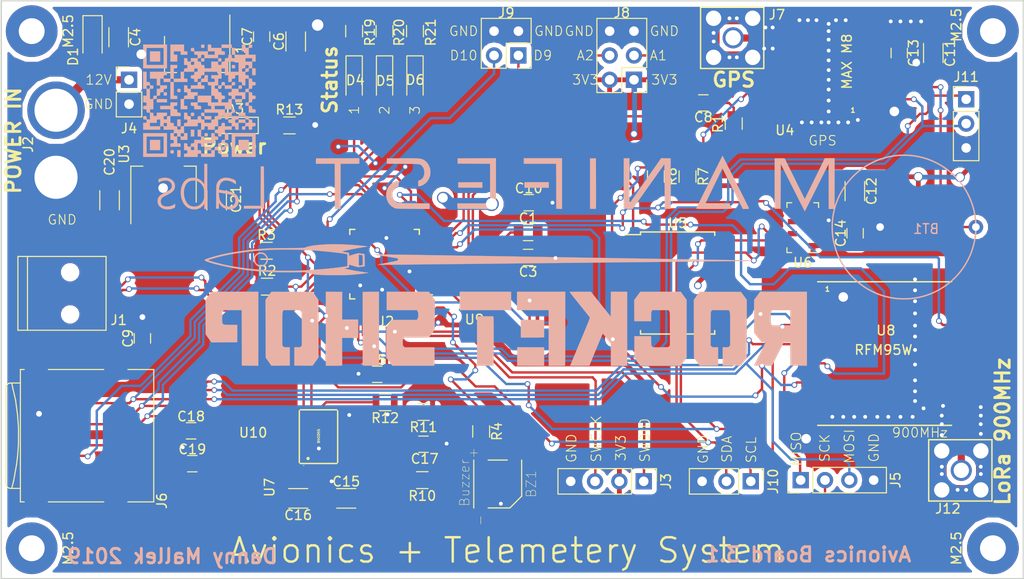
<source format=kicad_pcb>
(kicad_pcb (version 4) (host pcbnew 4.0.7)
  (layers (0 F.Cu signal) (31 B.Cu signal) (34 B.Paste user hide) (35 F.Paste user hide) (36 B.SilkS user) (37 F.SilkS user) (38 B.Mask user) (39 F.Mask user) (44 Edge.Cuts user))
  (net 0 "")
  (net 1 +3V3)
  (net 2 /AREF)
  (net 3 /OSC1)
  (net 4 /OSC2)
  (net 5 VBUS)
  (net 6 "Net-(C5-Pad2)")
  (net 7 "Net-(C14-Pad1)")
  (net 8 "Net-(C17-Pad1)")
  (net 9 /OSC_IN)
  (net 10 /OSC_OUT)
  (net 11 "Net-(D3-Pad1)")
  (net 12 /D-)
  (net 13 /D+)
  (net 14 /SWDIO)
  (net 15 /SWCLK)
  (net 16 "Net-(J6-Pad9)")
  (net 17 "Net-(J6-Pad8)")
  (net 18 /MISO)
  (net 19 /SCK)
  (net 20 /MOSI)
  (net 21 "Net-(J6-Pad1)")
  (net 22 "Net-(J7-Pad1)")
  (net 23 /A1)
  (net 24 /A2)
  (net 25 /D9)
  (net 26 /D10)
  (net 27 /SCL)
  (net 28 /SDA)
  (net 29 /TXD)
  (net 30 /RXD)
  (net 31 /A3)
  (net 32 "Net-(R7-Pad1)")
  (net 33 "Net-(R8-Pad1)")
  (net 34 "Net-(R10-Pad2)")
  (net 35 "Net-(R11-Pad1)")
  (net 36 "Net-(R12-Pad2)")
  (net 37 /A0)
  (net 38 /A4)
  (net 39 /D8)
  (net 40 /D4)
  (net 41 /D3)
  (net 42 /D1)
  (net 43 /D0)
  (net 44 "Net-(U2-Pad22)")
  (net 45 /D11)
  (net 46 /D13)
  (net 47 /D12)
  (net 48 /D6)
  (net 49 /D7)
  (net 50 /TXLED)
  (net 51 /~RESET)
  (net 52 /USBHOSTEN)
  (net 53 /A5)
  (net 54 /RXLED)
  (net 55 "Net-(U4-Pad4)")
  (net 56 "Net-(U4-Pad5)")
  (net 57 "Net-(U4-Pad9)")
  (net 58 "Net-(U5-Pad4)")
  (net 59 "Net-(U5-Pad5)")
  (net 60 "Net-(U5-Pad6)")
  (net 61 "Net-(U5-Pad7)")
  (net 62 "Net-(U5-Pad8)")
  (net 63 "Net-(U5-Pad9)")
  (net 64 "Net-(U5-Pad10)")
  (net 65 "Net-(U5-Pad11)")
  (net 66 "Net-(U5-Pad12)")
  (net 67 "Net-(U6-Pad6)")
  (net 68 "Net-(U7-Pad21)")
  (net 69 "Net-(U7-Pad22)")
  (net 70 "Net-(U7-Pad23)")
  (net 71 "Net-(U7-Pad24)")
  (net 72 "Net-(U7-Pad1)")
  (net 73 "Net-(U7-Pad14)")
  (net 74 "Net-(U7-Pad13)")
  (net 75 "Net-(U7-Pad12)")
  (net 76 "Net-(U7-Pad10)")
  (net 77 "Net-(U7-Pad8)")
  (net 78 "Net-(U7-Pad7)")
  (net 79 "Net-(U8-Pad7)")
  (net 80 "Net-(U8-Pad11)")
  (net 81 "Net-(U8-Pad12)")
  (net 82 "Net-(U8-Pad15)")
  (net 83 "Net-(U8-Pad16)")
  (net 84 "Net-(J12-Pad1)")
  (net 85 GND)
  (net 86 /D2)
  (net 87 /D5)
  (net 88 "Net-(D4-Pad1)")
  (net 89 "Net-(D5-Pad1)")
  (net 90 "Net-(D6-Pad1)")
  (net 91 /B+)
  (net 92 "Net-(C8-Pad1)")
  (net 93 +12V)
  (net 94 "Net-(R1-Pad1)")
  (net 95 "Net-(U6-Pad5)")
  (net 96 "Net-(U5-Pad13)")
  (net 97 "Net-(U5-Pad14)")
  (net 98 "Net-(U4-Pad16)")
  (net 99 "Net-(U4-Pad17)")
  (net 100 "Net-(BZ1-Pad1)")
  (net 101 "Net-(C4-Pad1)")
  (module FoxWestern:MAX_M8 (layer F.Cu) (at 140.843 52.324)
    (fp_text reference U4 (at 0 10.7315) (layer F.SilkS))
    (fp_text value MAX-M8W)
    (fp_text user 1 (at 7.112 8.636) (layer F.SilkS) (effects (font (size 0.5 0.5) (thickness 0.125))))
    (fp_text user "MAX M8" (at 6.477 3.556 270) (layer F.SilkS))
    (pad 10 smd rect (at 0 0) (size 1.3 0.8) (layers F.Cu F.Paste F.Mask) (net 85 GND))
    (pad 11 smd rect (at 0 1.1) (size 1.3 0.8) (layers F.Cu F.Paste F.Mask) (net 22 "Net-(J7-Pad1)"))
    (pad 12 smd rect (at 0 2.2) (size 1.3 0.8) (layers F.Cu F.Paste F.Mask) (net 85 GND))
    (pad 13 smd rect (at 0 3.3) (size 1.3 0.8) (layers F.Cu F.Paste F.Mask) (net 1 +3V3))
    (pad 14 smd rect (at 0 4.4) (size 1.3 0.8) (layers F.Cu F.Paste F.Mask) (net 92 "Net-(C8-Pad1)"))
    (pad 15 smd rect (at 0 5.5) (size 1.3 0.8) (layers F.Cu F.Paste F.Mask) (net 94 "Net-(R1-Pad1)"))
    (pad 16 smd rect (at 0 6.6) (size 1.3 0.8) (layers F.Cu F.Paste F.Mask) (net 98 "Net-(U4-Pad16)"))
    (pad 17 smd rect (at 0 7.7) (size 1.3 0.8) (layers F.Cu F.Paste F.Mask) (net 99 "Net-(U4-Pad17)"))
    (pad 18 smd rect (at 0 8.8) (size 1.3 0.8) (layers F.Cu F.Paste F.Mask))
    (pad 1 smd rect (at 8.7 8.8) (size 1.3 0.8) (layers F.Cu F.Paste F.Mask) (net 85 GND))
    (pad 2 smd rect (at 8.7 7.7) (size 1.3 0.8) (layers F.Cu F.Paste F.Mask) (net 30 /RXD))
    (pad 3 smd rect (at 8.7 6.6) (size 1.3 0.8) (layers F.Cu F.Paste F.Mask) (net 29 /TXD))
    (pad 4 smd rect (at 8.7 5.5) (size 1.3 0.8) (layers F.Cu F.Paste F.Mask) (net 55 "Net-(U4-Pad4)"))
    (pad 5 smd rect (at 8.7 4.4) (size 1.3 0.8) (layers F.Cu F.Paste F.Mask) (net 56 "Net-(U4-Pad5)"))
    (pad 6 smd rect (at 8.7 3.3) (size 1.3 0.8) (layers F.Cu F.Paste F.Mask) (net 91 /B+))
    (pad 7 smd rect (at 8.7 2.2) (size 1.3 0.8) (layers F.Cu F.Paste F.Mask) (net 1 +3V3))
    (pad 8 smd rect (at 8.7 1.1) (size 1.3 0.8) (layers F.Cu F.Paste F.Mask) (net 1 +3V3))
    (pad 9 smd rect (at 8.7 0) (size 1.3 0.8) (layers F.Cu F.Paste F.Mask) (net 57 "Net-(U4-Pad9)"))
  )
  (module Connectors:USB_Mini-B (layer F.Cu) (at 66.04 80.0735)
    (fp_text reference J1 (at 5.2705 2.794) (layer F.SilkS))
    (fp_text value USB_A)
    (pad 1 smd rect (at 2.8 -1.6) (size 2.3 0.5) (layers F.Cu F.Paste F.Mask) (net 5 VBUS))
    (pad 2 smd rect (at 2.8 -0.8) (size 2.3 0.5) (layers F.Cu F.Paste F.Mask) (net 12 /D-))
    (pad 3 smd rect (at 2.8 0) (size 2.3 0.5) (layers F.Cu F.Paste F.Mask) (net 13 /D+))
    (pad 4 smd rect (at 2.8 0.8) (size 2.3 0.5) (layers F.Cu F.Paste F.Mask) (net 85 GND))
    (pad 5 smd rect (at 2.8 1.6) (size 2.3 0.5) (layers F.Cu F.Paste F.Mask) (net 85 GND))
    (pad 6 smd rect (at 2.7 -4.45) (size 2.5 2) (layers F.Cu F.Paste F.Mask))
    (pad 6 smd rect (at -2.8 -4.45) (size 2.5 2) (layers F.Cu F.Paste F.Mask))
    (pad 6 smd rect (at 2.7 4.45) (size 2.5 2) (layers F.Cu F.Paste F.Mask))
    (pad 6 smd rect (at -2.8 4.45) (size 2.5 2) (layers F.Cu F.Paste F.Mask))
    (pad "" np_thru_hole circle (at 0.2 -2.2) (size 0.9 0.9) (drill 0.9) (layers *.Cu *.Mask))
    (pad "" np_thru_hole circle (at 0.2 2.2) (size 0.9 0.9) (drill 0.9) (layers *.Cu *.Mask))
  )
  (module FoxWestern:RFM95W (layer F.Cu) (at 143.258 79.376)
    (fp_text reference U8 (at 8.128 4.572) (layer F.SilkS))
    (fp_text value RFM95W)
    (fp_text user RFM95W (at 7.874 6.604) (layer F.SilkS))
    (fp_text user 1 (at 2.032 0.254) (layer F.SilkS) (effects (font (size 0.5 0.5) (thickness 0.125))))
    (pad 1 smd rect (at 0 0) (size 1.4 1) (layers F.Cu F.Paste F.Mask) (net 85 GND))
    (pad 2 smd rect (at 0 2) (size 1.4 1) (layers F.Cu F.Paste F.Mask) (net 18 /MISO))
    (pad 3 smd rect (at 0 4) (size 1.4 1) (layers F.Cu F.Paste F.Mask) (net 20 /MOSI))
    (pad 4 smd rect (at 0 6) (size 1.4 1) (layers F.Cu F.Paste F.Mask) (net 19 /SCK))
    (pad 5 smd rect (at 0 8) (size 1.4 1) (layers F.Cu F.Paste F.Mask) (net 41 /D3))
    (pad 6 smd rect (at 0 10) (size 1.4 1) (layers F.Cu F.Paste F.Mask) (net 38 /A4))
    (pad 7 smd rect (at 0 12) (size 1.4 1) (layers F.Cu F.Paste F.Mask) (net 79 "Net-(U8-Pad7)"))
    (pad 8 smd rect (at 0 14) (size 1.4 1) (layers F.Cu F.Paste F.Mask) (net 85 GND))
    (pad 9 smd rect (at 16 14) (size 1.4 1) (layers F.Cu F.Paste F.Mask) (net 84 "Net-(J12-Pad1)"))
    (pad 10 smd rect (at 16 12) (size 1.4 1) (layers F.Cu F.Paste F.Mask) (net 85 GND))
    (pad 11 smd rect (at 16 10) (size 1.4 1) (layers F.Cu F.Paste F.Mask) (net 80 "Net-(U8-Pad11)"))
    (pad 12 smd rect (at 16 8) (size 1.4 1) (layers F.Cu F.Paste F.Mask) (net 81 "Net-(U8-Pad12)"))
    (pad 13 smd rect (at 16 6) (size 1.4 1) (layers F.Cu F.Paste F.Mask) (net 1 +3V3))
    (pad 14 smd rect (at 16 4) (size 1.4 1) (layers F.Cu F.Paste F.Mask) (net 39 /D8))
    (pad 15 smd rect (at 16 2) (size 1.4 1) (layers F.Cu F.Paste F.Mask) (net 82 "Net-(U8-Pad15)"))
    (pad 16 smd rect (at 16 0) (size 1.4 1) (layers F.Cu F.Paste F.Mask) (net 83 "Net-(U8-Pad16)"))
  )
  (module Capacitors_SMD:C_0805 (layer F.Cu) (at 114.046 73.7235)
    (fp_text reference C1 (at 0 -1.5) (layer F.SilkS))
    (fp_text value 1U)
    (pad 1 smd rect (at -1 0) (size 1 1.25) (layers F.Cu F.Paste F.Mask) (net 2 /AREF))
    (pad 2 smd rect (at 1 0) (size 1 1.25) (layers F.Cu F.Paste F.Mask) (net 85 GND))
  )
  (module Capacitors_SMD:C_0805 (layer F.Cu) (at 114.2365 85.344 180)
    (fp_text reference C2 (at 0 -1.5 180) (layer F.SilkS))
    (fp_text value 22p)
    (pad 1 smd rect (at -1 0 180) (size 1 1.25) (layers F.Cu F.Paste F.Mask) (net 85 GND))
    (pad 2 smd rect (at 1 0 180) (size 1 1.25) (layers F.Cu F.Paste F.Mask) (net 3 /OSC1))
  )
  (module Capacitors_SMD:C_0805 (layer F.Cu) (at 114.046 76.327 180)
    (fp_text reference C3 (at 0 -1.5 180) (layer F.SilkS))
    (fp_text value 22p)
    (pad 1 smd rect (at -1 0 180) (size 1 1.25) (layers F.Cu F.Paste F.Mask) (net 85 GND))
    (pad 2 smd rect (at 1 0 180) (size 1 1.25) (layers F.Cu F.Paste F.Mask) (net 4 /OSC2))
  )
  (module Capacitors_SMD:C_1206 (layer F.Cu) (at 71.3105 53.34 270)
    (fp_text reference C4 (at 0 -1.75 270) (layer F.SilkS))
    (fp_text value 10u)
    (pad 1 smd rect (at -1.5 0 270) (size 1 1.6) (layers F.Cu F.Paste F.Mask) (net 101 "Net-(C4-Pad1)"))
    (pad 2 smd rect (at 1.5 0 270) (size 1 1.6) (layers F.Cu F.Paste F.Mask) (net 85 GND))
  )
  (module Capacitors_SMD:C_0805 (layer F.Cu) (at 98.298 88.519)
    (fp_text reference C5 (at 0 -1.5) (layer F.SilkS))
    (fp_text value 1U)
    (pad 1 smd rect (at -1 0) (size 1 1.25) (layers F.Cu F.Paste F.Mask) (net 85 GND))
    (pad 2 smd rect (at 1 0) (size 1 1.25) (layers F.Cu F.Paste F.Mask) (net 6 "Net-(C5-Pad2)"))
  )
  (module Capacitors_SMD:C_1206 (layer F.Cu) (at 89.789 53.7845 90)
    (fp_text reference C6 (at 0 -1.75 90) (layer F.SilkS))
    (fp_text value 10u)
    (pad 1 smd rect (at -1.5 0 90) (size 1 1.6) (layers F.Cu F.Paste F.Mask) (net 1 +3V3))
    (pad 2 smd rect (at 1.5 0 90) (size 1 1.6) (layers F.Cu F.Paste F.Mask) (net 85 GND))
  )
  (module Capacitors_SMD:C_0805 (layer F.Cu) (at 86.233 53.2765 90)
    (fp_text reference C7 (at 0 -1.5 90) (layer F.SilkS))
    (fp_text value 1u)
    (pad 1 smd rect (at -1 0 90) (size 1 1.25) (layers F.Cu F.Paste F.Mask) (net 1 +3V3))
    (pad 2 smd rect (at 1 0 90) (size 1 1.25) (layers F.Cu F.Paste F.Mask) (net 85 GND))
  )
  (module Capacitors_SMD:C_0805 (layer F.Cu) (at 73.787 84.7725 90)
    (fp_text reference C9 (at 0 -1.5 90) (layer F.SilkS))
    (fp_text value 1U)
    (pad 1 smd rect (at -1 0 90) (size 1 1.25) (layers F.Cu F.Paste F.Mask) (net 1 +3V3))
    (pad 2 smd rect (at 1 0 90) (size 1 1.25) (layers F.Cu F.Paste F.Mask) (net 85 GND))
  )
  (module Capacitors_SMD:C_0805 (layer F.Cu) (at 114.1095 70.612)
    (fp_text reference C10 (at 0 -1.5) (layer F.SilkS))
    (fp_text value 1U)
    (pad 1 smd rect (at -1 0) (size 1 1.25) (layers F.Cu F.Paste F.Mask) (net 1 +3V3))
    (pad 2 smd rect (at 1 0) (size 1 1.25) (layers F.Cu F.Paste F.Mask) (net 85 GND))
  )
  (module Capacitors_SMD:C_1206 (layer F.Cu) (at 156.337 54.991 270)
    (fp_text reference C11 (at 0 -1.75 270) (layer F.SilkS))
    (fp_text value 10u)
    (pad 1 smd rect (at -1.5 0 270) (size 1 1.6) (layers F.Cu F.Paste F.Mask) (net 1 +3V3))
    (pad 2 smd rect (at 1.5 0 270) (size 1 1.6) (layers F.Cu F.Paste F.Mask) (net 85 GND))
  )
  (module Capacitors_SMD:C_1206 (layer F.Cu) (at 148.1455 69.4055 270)
    (fp_text reference C12 (at 0 -1.75 270) (layer F.SilkS))
    (fp_text value 1u)
    (pad 1 smd rect (at -1.5 0 270) (size 1 1.6) (layers F.Cu F.Paste F.Mask) (net 1 +3V3))
    (pad 2 smd rect (at 1.5 0 270) (size 1 1.6) (layers F.Cu F.Paste F.Mask) (net 85 GND))
  )
  (module Capacitors_SMD:C_0805 (layer F.Cu) (at 152.781 54.991 270)
    (fp_text reference C13 (at 0 -1.5 270) (layer F.SilkS))
    (fp_text value 1u)
    (pad 1 smd rect (at -1 0 270) (size 1 1.25) (layers F.Cu F.Paste F.Mask) (net 1 +3V3))
    (pad 2 smd rect (at 1 0 270) (size 1 1.25) (layers F.Cu F.Paste F.Mask) (net 85 GND))
  )
  (module Capacitors_SMD:C_0805 (layer F.Cu) (at 148.17725 73.80275 90)
    (fp_text reference C14 (at 0 -1.5 90) (layer F.SilkS))
    (fp_text value .1u)
    (pad 1 smd rect (at -1 0 90) (size 1 1.25) (layers F.Cu F.Paste F.Mask) (net 7 "Net-(C14-Pad1)"))
    (pad 2 smd rect (at 1 0 90) (size 1 1.25) (layers F.Cu F.Paste F.Mask) (net 85 GND))
  )
  (module Capacitors_SMD:C_1206 (layer F.Cu) (at 95.0595 101.473)
    (fp_text reference C15 (at 0 -1.75) (layer F.SilkS))
    (fp_text value 6.8n)
    (pad 1 smd rect (at -1.5 0) (size 1 1.6) (layers F.Cu F.Paste F.Mask) (net 85 GND))
    (pad 2 smd rect (at 1.5 0) (size 1 1.6) (layers F.Cu F.Paste F.Mask) (net 1 +3V3))
  )
  (module Capacitors_SMD:C_1206 (layer F.Cu) (at 90.043 101.473 180)
    (fp_text reference C16 (at 0 -1.75 180) (layer F.SilkS))
    (fp_text value 120n)
    (pad 1 smd rect (at -1.5 0 180) (size 1 1.6) (layers F.Cu F.Paste F.Mask) (net 85 GND))
    (pad 2 smd rect (at 1.5 0 180) (size 1 1.6) (layers F.Cu F.Paste F.Mask) (net 1 +3V3))
  )
  (module Capacitors_SMD:C_0805 (layer F.Cu) (at 103.124 95.8215)
    (fp_text reference C17 (at 0.127 1.524) (layer F.SilkS))
    (fp_text value 100n)
    (pad 1 smd rect (at -1 0) (size 1 1.25) (layers F.Cu F.Paste F.Mask) (net 8 "Net-(C17-Pad1)"))
    (pad 2 smd rect (at 1 0) (size 1 1.25) (layers F.Cu F.Paste F.Mask) (net 85 GND))
  )
  (module Capacitors_SMD:C_0805 (layer F.Cu) (at 78.867 94.4245)
    (fp_text reference C18 (at 0 -1.5) (layer F.SilkS))
    (fp_text value 22p)
    (pad 1 smd rect (at -1 0) (size 1 1.25) (layers F.Cu F.Paste F.Mask) (net 85 GND))
    (pad 2 smd rect (at 1 0) (size 1 1.25) (layers F.Cu F.Paste F.Mask) (net 10 /OSC_OUT))
  )
  (module Capacitors_SMD:C_0805 (layer F.Cu) (at 78.994 97.8535)
    (fp_text reference C19 (at 0 -1.5) (layer F.SilkS))
    (fp_text value 22p)
    (pad 1 smd rect (at -1 0) (size 1 1.25) (layers F.Cu F.Paste F.Mask) (net 85 GND))
    (pad 2 smd rect (at 1 0) (size 1 1.25) (layers F.Cu F.Paste F.Mask) (net 9 /OSC_IN))
  )
  (module Diodes_SMD:D_SOD-123 (layer F.Cu) (at 68.58 53.34 270)
    (fp_text reference D1 (at 2.032 2.032 270) (layer F.SilkS))
    (fp_text value D_Zener)
    (pad 1 smd rect (at -1.65 0 270) (size 0.9 1.2) (layers F.Cu F.Paste F.Mask) (net 101 "Net-(C4-Pad1)"))
    (pad 2 smd rect (at 1.65 0 270) (size 0.9 1.2) (layers F.Cu F.Paste F.Mask) (net 93 +12V))
  )
  (module LEDs:LED_1206 (layer F.Cu) (at 83.3755 62.5475 180)
    (fp_text reference D3 (at -0.0635 1.7145 180) (layer F.SilkS))
    (fp_text value LED)
    (pad 2 smd rect (at 1.65 0) (size 1.5 1.5) (layers F.Cu F.Paste F.Mask) (net 1 +3V3))
    (pad 1 smd rect (at -1.65 0) (size 1.5 1.5) (layers F.Cu F.Paste F.Mask) (net 11 "Net-(D3-Pad1)"))
  )
  (module FoxWestern:XT60 (layer F.Cu) (at 64.77 60.96 270)
    (fp_text reference J2 (at 3.571 2.921 270) (layer F.SilkS))
    (fp_text value XT-60)
    (pad 1 thru_hole circle (at 0 0 270) (size 6 6) (drill 4.5) (layers *.Cu *.Mask) (net 93 +12V))
    (pad 2 thru_hole circle (at 7 0 270) (size 6 6) (drill 4.5) (layers *.Cu *.Mask) (net 85 GND))
  )
  (module Connectors:microSD_Card_Receptacle_Wuerth_693072010801 (layer F.Cu) (at 68.0085 94.9325 90)
    (fp_text reference J6 (at -6.7945 7.8105 90) (layer F.SilkS))
    (fp_text value Micro_SD_Card)
    (pad 9 smd rect (at 6.875 -5.3 90) (size 1.45 2) (layers F.Cu F.Paste F.Mask) (net 16 "Net-(J6-Pad9)"))
    (pad 9 smd rect (at -6.875 -5.3 90) (size 1.45 2) (layers F.Cu F.Paste F.Mask) (net 16 "Net-(J6-Pad9)"))
    (pad 9 smd rect (at -6.875 3 90) (size 1.45 2) (layers F.Cu F.Paste F.Mask) (net 16 "Net-(J6-Pad9)"))
    (pad 9 smd rect (at 6.875 3 90) (size 1.45 2) (layers F.Cu F.Paste F.Mask) (net 16 "Net-(J6-Pad9)"))
    (pad 8 smd rect (at 4.5 -2.7 90) (size 0.8 1.5) (layers F.Cu F.Paste F.Mask) (net 17 "Net-(J6-Pad8)"))
    (pad 7 smd rect (at 3.4 -2.7 90) (size 0.8 1.5) (layers F.Cu F.Paste F.Mask) (net 18 /MISO))
    (pad 6 smd rect (at 2.3 -2.7 90) (size 0.8 1.5) (layers F.Cu F.Paste F.Mask) (net 85 GND))
    (pad 5 smd rect (at 1.2 -2.7 90) (size 0.8 1.5) (layers F.Cu F.Paste F.Mask) (net 19 /SCK))
    (pad 4 smd rect (at 0.1 -2.7 90) (size 0.8 1.5) (layers F.Cu F.Paste F.Mask) (net 1 +3V3))
    (pad 3 smd rect (at -1 -2.7 90) (size 0.8 1.5) (layers F.Cu F.Paste F.Mask) (net 20 /MOSI))
    (pad 2 smd rect (at -2.1 -2.7 90) (size 0.8 1.5) (layers F.Cu F.Paste F.Mask) (net 40 /D4))
    (pad 1 smd rect (at -3.2 -2.7 90) (size 0.8 1.5) (layers F.Cu F.Paste F.Mask) (net 21 "Net-(J6-Pad1)"))
  )
  (module Pin_Headers:Pin_Header_Straight_1x03_Pitch2.54mm (layer F.Cu) (at 159.766 59.817)
    (fp_text reference J11 (at 0 -2.33) (layer F.SilkS))
    (fp_text value UART)
    (pad 1 thru_hole rect (at 0 0) (size 1.7 1.7) (drill 1) (layers *.Cu *.Mask) (net 29 /TXD))
    (pad 2 thru_hole oval (at 0 2.54) (size 1.7 1.7) (drill 1) (layers *.Cu *.Mask) (net 30 /RXD))
    (pad 3 thru_hole oval (at 0 5.08) (size 1.7 1.7) (drill 1) (layers *.Cu *.Mask) (net 85 GND))
  )
  (module Resistors_SMD:R_0805 (layer F.Cu) (at 86.8045 79.375)
    (fp_text reference R2 (at 0 -1.65) (layer F.SilkS))
    (fp_text value 2.2k)
    (pad 1 smd rect (at -0.95 0) (size 0.7 1.3) (layers F.Cu F.Paste F.Mask) (net 1 +3V3))
    (pad 2 smd rect (at 0.95 0) (size 0.7 1.3) (layers F.Cu F.Paste F.Mask) (net 27 /SCL))
  )
  (module Resistors_SMD:R_0805 (layer F.Cu) (at 86.7435 75.6285)
    (fp_text reference R3 (at 0 -1.65) (layer F.SilkS))
    (fp_text value 2.2k)
    (pad 1 smd rect (at -0.95 0) (size 0.7 1.3) (layers F.Cu F.Paste F.Mask) (net 1 +3V3))
    (pad 2 smd rect (at 0.95 0) (size 0.7 1.3) (layers F.Cu F.Paste F.Mask) (net 28 /SDA))
  )
  (module Resistors_SMD:R_0805 (layer F.Cu) (at 130.683 67.884 270)
    (fp_text reference R7 (at 0 -1.65 270) (layer F.SilkS))
    (fp_text value 10K)
    (pad 1 smd rect (at -0.95 0 270) (size 0.7 1.3) (layers F.Cu F.Paste F.Mask) (net 32 "Net-(R7-Pad1)"))
    (pad 2 smd rect (at 0.95 0 270) (size 0.7 1.3) (layers F.Cu F.Paste F.Mask) (net 1 +3V3))
  )
  (module Resistors_SMD:R_0805 (layer F.Cu) (at 127.381 67.884 270)
    (fp_text reference R8 (at 0 -1.65 270) (layer F.SilkS))
    (fp_text value 10K)
    (pad 1 smd rect (at -0.95 0 270) (size 0.7 1.3) (layers F.Cu F.Paste F.Mask) (net 33 "Net-(R8-Pad1)"))
    (pad 2 smd rect (at 0.95 0 270) (size 0.7 1.3) (layers F.Cu F.Paste F.Mask) (net 1 +3V3))
  )
  (module Resistors_SMD:R_0805 (layer F.Cu) (at 102.997 99.568 180)
    (fp_text reference R10 (at 0 -1.65 180) (layer F.SilkS))
    (fp_text value 10k)
    (pad 1 smd rect (at -0.95 0 180) (size 0.7 1.3) (layers F.Cu F.Paste F.Mask) (net 1 +3V3))
    (pad 2 smd rect (at 0.95 0 180) (size 0.7 1.3) (layers F.Cu F.Paste F.Mask) (net 34 "Net-(R10-Pad2)"))
  )
  (module Resistors_SMD:R_0805 (layer F.Cu) (at 103.124 92.456)
    (fp_text reference R11 (at -0.0025 1.5875) (layer F.SilkS))
    (fp_text value 10k)
    (pad 1 smd rect (at -0.95 0) (size 0.7 1.3) (layers F.Cu F.Paste F.Mask) (net 35 "Net-(R11-Pad1)"))
    (pad 2 smd rect (at 0.95 0) (size 0.7 1.3) (layers F.Cu F.Paste F.Mask) (net 1 +3V3))
  )
  (module Resistors_SMD:R_0805 (layer F.Cu) (at 99.1235 91.44 180)
    (fp_text reference R12 (at 0 -1.65 180) (layer F.SilkS))
    (fp_text value 10k)
    (pad 1 smd rect (at -0.95 0 180) (size 0.7 1.3) (layers F.Cu F.Paste F.Mask) (net 85 GND))
    (pad 2 smd rect (at 0.95 0 180) (size 0.7 1.3) (layers F.Cu F.Paste F.Mask) (net 36 "Net-(R12-Pad2)"))
  )
  (module Housings_QFP:TQFP-48_7x7mm_Pitch0.5mm (layer F.Cu) (at 99.06 77.0255 180)
    (fp_text reference U2 (at 0 -6 180) (layer F.SilkS))
    (fp_text value ATSAMD21G18)
    (pad 1 smd rect (at -4.35 -2.75 180) (size 1.3 0.25) (layers F.Cu F.Paste F.Mask) (net 3 /OSC1))
    (pad 2 smd rect (at -4.35 -2.25 180) (size 1.3 0.25) (layers F.Cu F.Paste F.Mask) (net 4 /OSC2))
    (pad 3 smd rect (at -4.35 -1.75 180) (size 1.3 0.25) (layers F.Cu F.Paste F.Mask) (net 37 /A0))
    (pad 4 smd rect (at -4.35 -1.25 180) (size 1.3 0.25) (layers F.Cu F.Paste F.Mask) (net 2 /AREF))
    (pad 5 smd rect (at -4.35 -0.75 180) (size 1.3 0.25) (layers F.Cu F.Paste F.Mask) (net 85 GND))
    (pad 6 smd rect (at -4.35 -0.25 180) (size 1.3 0.25) (layers F.Cu F.Paste F.Mask) (net 1 +3V3))
    (pad 7 smd rect (at -4.35 0.25 180) (size 1.3 0.25) (layers F.Cu F.Paste F.Mask) (net 23 /A1))
    (pad 8 smd rect (at -4.35 0.75 180) (size 1.3 0.25) (layers F.Cu F.Paste F.Mask) (net 24 /A2))
    (pad 9 smd rect (at -4.35 1.25 180) (size 1.3 0.25) (layers F.Cu F.Paste F.Mask) (net 31 /A3))
    (pad 10 smd rect (at -4.35 1.75 180) (size 1.3 0.25) (layers F.Cu F.Paste F.Mask) (net 38 /A4))
    (pad 11 smd rect (at -4.35 2.25 180) (size 1.3 0.25) (layers F.Cu F.Paste F.Mask) (net 39 /D8))
    (pad 12 smd rect (at -4.35 2.75 180) (size 1.3 0.25) (layers F.Cu F.Paste F.Mask) (net 25 /D9))
    (pad 13 smd rect (at -2.75 4.35 270) (size 1.3 0.25) (layers F.Cu F.Paste F.Mask) (net 40 /D4))
    (pad 14 smd rect (at -2.25 4.35 270) (size 1.3 0.25) (layers F.Cu F.Paste F.Mask) (net 41 /D3))
    (pad 15 smd rect (at -1.75 4.35 270) (size 1.3 0.25) (layers F.Cu F.Paste F.Mask) (net 42 /D1))
    (pad 16 smd rect (at -1.25 4.35 270) (size 1.3 0.25) (layers F.Cu F.Paste F.Mask) (net 43 /D0))
    (pad 17 smd rect (at -0.75 4.35 270) (size 1.3 0.25) (layers F.Cu F.Paste F.Mask) (net 1 +3V3))
    (pad 18 smd rect (at -0.25 4.35 270) (size 1.3 0.25) (layers F.Cu F.Paste F.Mask) (net 85 GND))
    (pad 19 smd rect (at 0.25 4.35 270) (size 1.3 0.25) (layers F.Cu F.Paste F.Mask) (net 20 /MOSI))
    (pad 20 smd rect (at 0.75 4.35 270) (size 1.3 0.25) (layers F.Cu F.Paste F.Mask) (net 19 /SCK))
    (pad 21 smd rect (at 1.25 4.35 270) (size 1.3 0.25) (layers F.Cu F.Paste F.Mask) (net 18 /MISO))
    (pad 22 smd rect (at 1.75 4.35 270) (size 1.3 0.25) (layers F.Cu F.Paste F.Mask) (net 44 "Net-(U2-Pad22)"))
    (pad 23 smd rect (at 2.25 4.35 270) (size 1.3 0.25) (layers F.Cu F.Paste F.Mask) (net 86 /D2))
    (pad 24 smd rect (at 2.75 4.35 270) (size 1.3 0.25) (layers F.Cu F.Paste F.Mask) (net 87 /D5))
    (pad 25 smd rect (at 4.35 2.75 180) (size 1.3 0.25) (layers F.Cu F.Paste F.Mask) (net 45 /D11))
    (pad 26 smd rect (at 4.35 2.25 180) (size 1.3 0.25) (layers F.Cu F.Paste F.Mask) (net 46 /D13))
    (pad 27 smd rect (at 4.35 1.75 180) (size 1.3 0.25) (layers F.Cu F.Paste F.Mask) (net 26 /D10))
    (pad 28 smd rect (at 4.35 1.25 180) (size 1.3 0.25) (layers F.Cu F.Paste F.Mask) (net 47 /D12))
    (pad 29 smd rect (at 4.35 0.75 180) (size 1.3 0.25) (layers F.Cu F.Paste F.Mask) (net 48 /D6))
    (pad 30 smd rect (at 4.35 0.25 180) (size 1.3 0.25) (layers F.Cu F.Paste F.Mask) (net 49 /D7))
    (pad 31 smd rect (at 4.35 -0.25 180) (size 1.3 0.25) (layers F.Cu F.Paste F.Mask) (net 28 /SDA))
    (pad 32 smd rect (at 4.35 -0.75 180) (size 1.3 0.25) (layers F.Cu F.Paste F.Mask) (net 27 /SCL))
    (pad 33 smd rect (at 4.35 -1.25 180) (size 1.3 0.25) (layers F.Cu F.Paste F.Mask) (net 12 /D-))
    (pad 34 smd rect (at 4.35 -1.75 180) (size 1.3 0.25) (layers F.Cu F.Paste F.Mask) (net 13 /D+))
    (pad 35 smd rect (at 4.35 -2.25 180) (size 1.3 0.25) (layers F.Cu F.Paste F.Mask) (net 85 GND))
    (pad 36 smd rect (at 4.35 -2.75 180) (size 1.3 0.25) (layers F.Cu F.Paste F.Mask) (net 1 +3V3))
    (pad 37 smd rect (at 2.75 -4.35 270) (size 1.3 0.25) (layers F.Cu F.Paste F.Mask) (net 29 /TXD))
    (pad 38 smd rect (at 2.25 -4.35 270) (size 1.3 0.25) (layers F.Cu F.Paste F.Mask) (net 30 /RXD))
    (pad 39 smd rect (at 1.75 -4.35 270) (size 1.3 0.25) (layers F.Cu F.Paste F.Mask) (net 50 /TXLED))
    (pad 40 smd rect (at 1.25 -4.35 270) (size 1.3 0.25) (layers F.Cu F.Paste F.Mask) (net 51 /~RESET))
    (pad 41 smd rect (at 0.75 -4.35 270) (size 1.3 0.25) (layers F.Cu F.Paste F.Mask) (net 52 /USBHOSTEN))
    (pad 42 smd rect (at 0.25 -4.35 270) (size 1.3 0.25) (layers F.Cu F.Paste F.Mask) (net 85 GND))
    (pad 43 smd rect (at -0.25 -4.35 270) (size 1.3 0.25) (layers F.Cu F.Paste F.Mask) (net 6 "Net-(C5-Pad2)"))
    (pad 44 smd rect (at -0.75 -4.35 270) (size 1.3 0.25) (layers F.Cu F.Paste F.Mask) (net 1 +3V3))
    (pad 45 smd rect (at -1.25 -4.35 270) (size 1.3 0.25) (layers F.Cu F.Paste F.Mask) (net 15 /SWCLK))
    (pad 46 smd rect (at -1.75 -4.35 270) (size 1.3 0.25) (layers F.Cu F.Paste F.Mask) (net 14 /SWDIO))
    (pad 47 smd rect (at -2.25 -4.35 270) (size 1.3 0.25) (layers F.Cu F.Paste F.Mask) (net 53 /A5))
    (pad 48 smd rect (at -2.75 -4.35 270) (size 1.3 0.25) (layers F.Cu F.Paste F.Mask) (net 54 /RXLED))
  )
  (module Housings_SOIC:SOIC-16W_7.5x10.3mm_Pitch1.27mm (layer F.Cu) (at 129.6525 78.994)
    (fp_text reference U5 (at 0 -6.25) (layer F.SilkS))
    (fp_text value DS3231-SO16)
    (pad 1 smd rect (at -4.65 -4.445) (size 1.5 0.6) (layers F.Cu F.Paste F.Mask) (net 32 "Net-(R7-Pad1)"))
    (pad 2 smd rect (at -4.65 -3.175) (size 1.5 0.6) (layers F.Cu F.Paste F.Mask) (net 1 +3V3))
    (pad 3 smd rect (at -4.65 -1.905) (size 1.5 0.6) (layers F.Cu F.Paste F.Mask) (net 33 "Net-(R8-Pad1)"))
    (pad 4 smd rect (at -4.65 -0.635) (size 1.5 0.6) (layers F.Cu F.Paste F.Mask) (net 58 "Net-(U5-Pad4)"))
    (pad 5 smd rect (at -4.65 0.635) (size 1.5 0.6) (layers F.Cu F.Paste F.Mask) (net 59 "Net-(U5-Pad5)"))
    (pad 6 smd rect (at -4.65 1.905) (size 1.5 0.6) (layers F.Cu F.Paste F.Mask) (net 60 "Net-(U5-Pad6)"))
    (pad 7 smd rect (at -4.65 3.175) (size 1.5 0.6) (layers F.Cu F.Paste F.Mask) (net 61 "Net-(U5-Pad7)"))
    (pad 8 smd rect (at -4.65 4.445) (size 1.5 0.6) (layers F.Cu F.Paste F.Mask) (net 62 "Net-(U5-Pad8)"))
    (pad 9 smd rect (at 4.65 4.445) (size 1.5 0.6) (layers F.Cu F.Paste F.Mask) (net 63 "Net-(U5-Pad9)"))
    (pad 10 smd rect (at 4.65 3.175) (size 1.5 0.6) (layers F.Cu F.Paste F.Mask) (net 64 "Net-(U5-Pad10)"))
    (pad 11 smd rect (at 4.65 1.905) (size 1.5 0.6) (layers F.Cu F.Paste F.Mask) (net 65 "Net-(U5-Pad11)"))
    (pad 12 smd rect (at 4.65 0.635) (size 1.5 0.6) (layers F.Cu F.Paste F.Mask) (net 66 "Net-(U5-Pad12)"))
    (pad 13 smd rect (at 4.65 -0.635) (size 1.5 0.6) (layers F.Cu F.Paste F.Mask) (net 96 "Net-(U5-Pad13)"))
    (pad 14 smd rect (at 4.65 -1.905) (size 1.5 0.6) (layers F.Cu F.Paste F.Mask) (net 97 "Net-(U5-Pad14)"))
    (pad 15 smd rect (at 4.65 -3.175) (size 1.5 0.6) (layers F.Cu F.Paste F.Mask) (net 28 /SDA))
    (pad 16 smd rect (at 4.65 -4.445) (size 1.5 0.6) (layers F.Cu F.Paste F.Mask) (net 27 /SCL))
  )
  (module FoxWestern:XC1195CT-ND (layer F.Cu) (at 110.871 82.4865)
    (fp_text reference U9 (at -2.4375 0.3175) (layer F.SilkS))
    (fp_text value ECS-.327-12.5-17X-TR)
    (pad 1 smd rect (at 0 0) (size 1.3 1.9) (layers F.Cu F.Paste F.Mask) (net 3 /OSC1))
    (pad 2 smd rect (at 5.5 0) (size 1.3 1.9) (layers F.Cu F.Paste F.Mask))
    (pad 3 smd rect (at 5.5 -3.2) (size 1.3 1.9) (layers F.Cu F.Paste F.Mask))
    (pad 4 smd rect (at 0 -3.2) (size 1.3 1.9) (layers F.Cu F.Paste F.Mask) (net 4 /OSC2))
  )
  (module FoxWestern:XC1195CT-ND (layer F.Cu) (at 88.011 94.5515 180)
    (fp_text reference U10 (at 2.667 -0.0635 180) (layer F.SilkS))
    (fp_text value ECS-.327-12.5-17X-TR)
    (pad 1 smd rect (at 0 0 180) (size 1.3 1.9) (layers F.Cu F.Paste F.Mask) (net 10 /OSC_OUT))
    (pad 2 smd rect (at 5.5 0 180) (size 1.3 1.9) (layers F.Cu F.Paste F.Mask))
    (pad 3 smd rect (at 5.5 -3.2 180) (size 1.3 1.9) (layers F.Cu F.Paste F.Mask))
    (pad 4 smd rect (at 0 -3.2 180) (size 1.3 1.9) (layers F.Cu F.Paste F.Mask) (net 9 /OSC_IN))
  )
  (module FoxWestern:BNO055-LGA (layer F.Cu) (at 90.6145 97.282 90)
    (fp_text reference U7 (at -3.048 -3.556 90) (layer F.SilkS))
    (fp_text value BNO055)
    (fp_text user 1 (at -0.75 0 90) (layer F.SilkS) (effects (font (size 0.127 0.127) (thickness 0.03175))))
    (fp_text user BNO055 (at 2.31 1.57 90) (layer F.SilkS) (effects (font (size 0.25 0.25) (thickness 0.05))))
    (pad 1 smd rect (at 0 0 90) (size 0.25 0.6) (layers F.Cu F.Paste F.Mask) (net 72 "Net-(U7-Pad1)"))
    (pad 28 smd rect (at 0.5 0 90) (size 0.25 0.6) (layers F.Cu F.Paste F.Mask) (net 1 +3V3))
    (pad 27 smd rect (at 1 0 90) (size 0.25 0.6) (layers F.Cu F.Paste F.Mask) (net 9 /OSC_IN))
    (pad 26 smd rect (at 1.5 0 90) (size 0.25 0.6) (layers F.Cu F.Paste F.Mask) (net 10 /OSC_OUT))
    (pad 25 smd rect (at 2 0 90) (size 0.25 0.6) (layers F.Cu F.Paste F.Mask) (net 85 GND))
    (pad 24 smd rect (at 2.5 0 90) (size 0.25 0.6) (layers F.Cu F.Paste F.Mask) (net 71 "Net-(U7-Pad24)"))
    (pad 23 smd rect (at 3 0 90) (size 0.25 0.6) (layers F.Cu F.Paste F.Mask) (net 70 "Net-(U7-Pad23)"))
    (pad 22 smd rect (at 3.5 0 90) (size 0.25 0.6) (layers F.Cu F.Paste F.Mask) (net 69 "Net-(U7-Pad22)"))
    (pad 21 smd rect (at 4 0 90) (size 0.25 0.6) (layers F.Cu F.Paste F.Mask) (net 68 "Net-(U7-Pad21)"))
    (pad 20 smd rect (at 4.5 0 90) (size 0.25 0.6) (layers F.Cu F.Paste F.Mask) (net 28 /SDA))
    (pad 6 smd rect (at 0 3.125 90) (size 0.25 0.6) (layers F.Cu F.Paste F.Mask) (net 85 GND))
    (pad 7 smd rect (at 0.5 3.125 90) (size 0.25 0.6) (layers F.Cu F.Paste F.Mask) (net 78 "Net-(U7-Pad7)"))
    (pad 8 smd rect (at 1 3.125 90) (size 0.25 0.6) (layers F.Cu F.Paste F.Mask) (net 77 "Net-(U7-Pad8)"))
    (pad 9 smd rect (at 1.5 3.125 90) (size 0.25 0.6) (layers F.Cu F.Paste F.Mask) (net 8 "Net-(C17-Pad1)"))
    (pad 10 smd rect (at 2 3.125 90) (size 0.25 0.6) (layers F.Cu F.Paste F.Mask) (net 76 "Net-(U7-Pad10)"))
    (pad 11 smd rect (at 2.5 3.125 90) (size 0.25 0.6) (layers F.Cu F.Paste F.Mask) (net 35 "Net-(R11-Pad1)"))
    (pad 12 smd rect (at 3 3.125 90) (size 0.25 0.6) (layers F.Cu F.Paste F.Mask) (net 75 "Net-(U7-Pad12)"))
    (pad 13 smd rect (at 3.5 3.125 90) (size 0.25 0.6) (layers F.Cu F.Paste F.Mask) (net 74 "Net-(U7-Pad13)"))
    (pad 14 smd rect (at 4 3.125 90) (size 0.25 0.6) (layers F.Cu F.Paste F.Mask) (net 73 "Net-(U7-Pad14)"))
    (pad 15 smd rect (at 4.5 3.125 90) (size 0.25 0.6) (layers F.Cu F.Paste F.Mask) (net 85 GND))
    (pad 2 smd rect (at -0.12 0.8125 90) (size 0.6 0.25) (layers F.Cu F.Paste F.Mask) (net 85 GND))
    (pad 3 smd rect (at -0.12 1.3125 90) (size 0.6 0.25) (layers F.Cu F.Paste F.Mask) (net 1 +3V3))
    (pad 4 smd rect (at -0.12 1.8125 90) (size 0.6 0.25) (layers F.Cu F.Paste F.Mask) (net 34 "Net-(R10-Pad2)"))
    (pad 5 smd rect (at -0.12 2.3125 90) (size 0.6 0.25) (layers F.Cu F.Paste F.Mask) (net 85 GND))
    (pad 19 smd rect (at 4.61 0.8125 90) (size 0.6 0.25) (layers F.Cu F.Paste F.Mask) (net 27 /SCL))
    (pad 18 smd rect (at 4.61 1.3125 90) (size 0.6 0.25) (layers F.Cu F.Paste F.Mask) (net 85 GND))
    (pad 17 smd rect (at 4.61 1.8125 90) (size 0.6 0.25) (layers F.Cu F.Paste F.Mask) (net 36 "Net-(R12-Pad2)"))
    (pad 16 smd rect (at 4.61 2.3125 90) (size 0.6 0.25) (layers F.Cu F.Paste F.Mask) (net 85 GND))
  )
  (module LEDs:LED_1206 (layer F.Cu) (at 95.885 57.785 270)
    (fp_text reference D4 (at 0.0508 -0.1143 360) (layer F.SilkS))
    (fp_text value LED)
    (pad 2 smd rect (at 1.65 0 90) (size 1.5 1.5) (layers F.Cu F.Paste F.Mask) (net 49 /D7))
    (pad 1 smd rect (at -1.65 0 90) (size 1.5 1.5) (layers F.Cu F.Paste F.Mask) (net 88 "Net-(D4-Pad1)"))
  )
  (module LEDs:LED_1206 (layer F.Cu) (at 99.06 57.785 270)
    (fp_text reference D5 (at 0.1143 -0.0762 360) (layer F.SilkS))
    (fp_text value LED)
    (pad 2 smd rect (at 1.65 0 90) (size 1.5 1.5) (layers F.Cu F.Paste F.Mask) (net 48 /D6))
    (pad 1 smd rect (at -1.65 0 90) (size 1.5 1.5) (layers F.Cu F.Paste F.Mask) (net 89 "Net-(D5-Pad1)"))
  )
  (module LEDs:LED_1206 (layer F.Cu) (at 102.235 57.785 270)
    (fp_text reference D6 (at 0.0127 -0.0254 360) (layer F.SilkS))
    (fp_text value LED)
    (pad 2 smd rect (at 1.65 0 90) (size 1.5 1.5) (layers F.Cu F.Paste F.Mask) (net 47 /D12))
    (pad 1 smd rect (at -1.65 0 90) (size 1.5 1.5) (layers F.Cu F.Paste F.Mask) (net 90 "Net-(D6-Pad1)"))
  )
  (module Resistors_SMD:R_0805 (layer F.Cu) (at 95.885 52.705 270)
    (fp_text reference R19 (at 0.127 -1.651 270) (layer F.SilkS))
    (fp_text value 1K)
    (pad 1 smd rect (at -0.95 0 270) (size 0.7 1.3) (layers F.Cu F.Paste F.Mask) (net 85 GND))
    (pad 2 smd rect (at 0.95 0 270) (size 0.7 1.3) (layers F.Cu F.Paste F.Mask) (net 88 "Net-(D4-Pad1)"))
  )
  (module Resistors_SMD:R_0805 (layer F.Cu) (at 99.06 52.705 270)
    (fp_text reference R20 (at 0.127 -1.524 270) (layer F.SilkS))
    (fp_text value 1K)
    (pad 1 smd rect (at -0.95 0 270) (size 0.7 1.3) (layers F.Cu F.Paste F.Mask) (net 85 GND))
    (pad 2 smd rect (at 0.95 0 270) (size 0.7 1.3) (layers F.Cu F.Paste F.Mask) (net 89 "Net-(D5-Pad1)"))
  )
  (module Resistors_SMD:R_0805 (layer F.Cu) (at 102.235 52.705 270)
    (fp_text reference R21 (at 0.127 -1.651 270) (layer F.SilkS))
    (fp_text value 1K)
    (pad 1 smd rect (at -0.95 0 270) (size 0.7 1.3) (layers F.Cu F.Paste F.Mask) (net 85 GND))
    (pad 2 smd rect (at 0.95 0 270) (size 0.7 1.3) (layers F.Cu F.Paste F.Mask) (net 90 "Net-(D6-Pad1)"))
  )
  (module Pin_Headers:Pin_Header_Straight_1x04_Pitch2.54mm (layer F.Cu) (at 126.111 99.695 270)
    (fp_text reference J3 (at 0 -2.33 270) (layer F.SilkS))
    (fp_text value SWD)
    (pad 1 thru_hole rect (at 0 0 270) (size 1.7 1.7) (drill 1) (layers *.Cu *.Mask) (net 14 /SWDIO))
    (pad 2 thru_hole oval (at 0 2.54 270) (size 1.7 1.7) (drill 1) (layers *.Cu *.Mask) (net 1 +3V3))
    (pad 3 thru_hole oval (at 0 5.08 270) (size 1.7 1.7) (drill 1) (layers *.Cu *.Mask) (net 15 /SWCLK))
    (pad 4 thru_hole oval (at 0 7.62 270) (size 1.7 1.7) (drill 1) (layers *.Cu *.Mask) (net 85 GND))
  )
  (module Pin_Headers:Pin_Header_Straight_1x02_Pitch2.54mm (layer F.Cu) (at 72.39 57.785)
    (fp_text reference J4 (at 0 5.08) (layer F.SilkS))
    (fp_text value 12v)
    (pad 1 thru_hole rect (at 0 0) (size 1.7 1.7) (drill 1) (layers *.Cu *.Mask) (net 93 +12V))
    (pad 2 thru_hole oval (at 0 2.54) (size 1.7 1.7) (drill 1) (layers *.Cu *.Mask) (net 85 GND))
  )
  (module Pin_Headers:Pin_Header_Straight_1x04_Pitch2.54mm (layer F.Cu) (at 142.494 99.568 90)
    (fp_text reference J5 (at 0 9.906 90) (layer F.SilkS))
    (fp_text value SPI)
    (pad 1 thru_hole rect (at 0 0 90) (size 1.7 1.7) (drill 1) (layers *.Cu *.Mask) (net 18 /MISO))
    (pad 2 thru_hole oval (at 0 2.54 90) (size 1.7 1.7) (drill 1) (layers *.Cu *.Mask) (net 19 /SCK))
    (pad 3 thru_hole oval (at 0 5.08 90) (size 1.7 1.7) (drill 1) (layers *.Cu *.Mask) (net 20 /MOSI))
    (pad 4 thru_hole oval (at 0 7.62 90) (size 1.7 1.7) (drill 1) (layers *.Cu *.Mask) (net 85 GND))
  )
  (module Pin_Headers:Pin_Header_Straight_2x03_Pitch2.54mm (layer F.Cu) (at 125.095 57.785 180)
    (fp_text reference J8 (at 1.27 6.985 180) (layer F.SilkS))
    (fp_text value FDBK)
    (pad 1 thru_hole rect (at 0 0 180) (size 1.7 1.7) (drill 1) (layers *.Cu *.Mask) (net 1 +3V3))
    (pad 2 thru_hole oval (at 2.54 0 180) (size 1.7 1.7) (drill 1) (layers *.Cu *.Mask) (net 1 +3V3))
    (pad 3 thru_hole oval (at 0 2.54 180) (size 1.7 1.7) (drill 1) (layers *.Cu *.Mask) (net 23 /A1))
    (pad 4 thru_hole oval (at 2.54 2.54 180) (size 1.7 1.7) (drill 1) (layers *.Cu *.Mask) (net 24 /A2))
    (pad 5 thru_hole oval (at 0 5.08 180) (size 1.7 1.7) (drill 1) (layers *.Cu *.Mask) (net 85 GND))
    (pad 6 thru_hole oval (at 2.54 5.08 180) (size 1.7 1.7) (drill 1) (layers *.Cu *.Mask) (net 85 GND))
  )
  (module Pin_Headers:Pin_Header_Straight_2x02_Pitch2.54mm (layer F.Cu) (at 113.03 55.245 180)
    (fp_text reference J9 (at 1.27 4.445 180) (layer F.SilkS))
    (fp_text value PWM)
    (pad 1 thru_hole rect (at 0 0 180) (size 1.7 1.7) (drill 1) (layers *.Cu *.Mask) (net 25 /D9))
    (pad 2 thru_hole oval (at 2.54 0 180) (size 1.7 1.7) (drill 1) (layers *.Cu *.Mask) (net 26 /D10))
    (pad 3 thru_hole oval (at 0 2.54 180) (size 1.7 1.7) (drill 1) (layers *.Cu *.Mask) (net 85 GND))
    (pad 4 thru_hole oval (at 2.54 2.54 180) (size 1.7 1.7) (drill 1) (layers *.Cu *.Mask) (net 85 GND))
  )
  (module Pin_Headers:Pin_Header_Straight_1x03_Pitch2.54mm (layer F.Cu) (at 137.287 99.695 270)
    (fp_text reference J10 (at 0 -2.33 270) (layer F.SilkS))
    (fp_text value I2C)
    (pad 1 thru_hole rect (at 0 0 270) (size 1.7 1.7) (drill 1) (layers *.Cu *.Mask) (net 27 /SCL))
    (pad 2 thru_hole oval (at 0 2.54 270) (size 1.7 1.7) (drill 1) (layers *.Cu *.Mask) (net 28 /SDA))
    (pad 3 thru_hole oval (at 0 5.08 270) (size 1.7 1.7) (drill 1) (layers *.Cu *.Mask) (net 85 GND))
  )
  (module FoxWestern:SMA_TH (layer F.Cu) (at 135.4455 53.4035)
    (fp_text reference J7 (at 4.572 -2.413) (layer F.SilkS))
    (fp_text value "RF IN")
    (pad 1 thru_hole circle (at 0 0) (size 2.2 2.2) (drill 1.6) (layers *.Cu *.Mask) (net 22 "Net-(J7-Pad1)"))
    (pad 2 thru_hole circle (at 2.04 2.04) (size 2 2) (drill 1.6) (layers *.Cu *.Mask) (net 85 GND))
    (pad 2 thru_hole circle (at -2.04 2.04) (size 2 2) (drill 1.6) (layers *.Cu *.Mask) (net 85 GND))
    (pad 2 thru_hole circle (at 2.04 -2.04) (size 2 2) (drill 1.6) (layers *.Cu *.Mask) (net 85 GND))
    (pad 2 thru_hole circle (at -2.04 -2.04) (size 2 2) (drill 1.6) (layers *.Cu *.Mask) (net 85 GND))
  )
  (module FoxWestern:SMA_TH (layer F.Cu) (at 159.258 98.552)
    (fp_text reference J12 (at -1.4 4) (layer F.SilkS))
    (fp_text value "RF IN")
    (pad 1 thru_hole circle (at 0 0) (size 2.2 2.2) (drill 1.6) (layers *.Cu *.Mask) (net 84 "Net-(J12-Pad1)"))
    (pad 2 thru_hole circle (at 2.04 2.04) (size 2 2) (drill 1.6) (layers *.Cu *.Mask) (net 85 GND))
    (pad 2 thru_hole circle (at -2.04 2.04) (size 2 2) (drill 1.6) (layers *.Cu *.Mask) (net 85 GND))
    (pad 2 thru_hole circle (at 2.04 -2.04) (size 2 2) (drill 1.6) (layers *.Cu *.Mask) (net 85 GND))
    (pad 2 thru_hole circle (at -2.04 -2.04) (size 2 2) (drill 1.6) (layers *.Cu *.Mask) (net 85 GND))
  )
  (module Capacitors_SMD:C_0805 (layer F.Cu) (at 132.334 60.198 180)
    (fp_text reference C8 (at 0 -1.5 180) (layer F.SilkS))
    (fp_text value 10n)
    (pad 1 smd rect (at -1 0 180) (size 1 1.25) (layers F.Cu F.Paste F.Mask) (net 92 "Net-(C8-Pad1)"))
    (pad 2 smd rect (at 1 0 180) (size 1 1.25) (layers F.Cu F.Paste F.Mask) (net 85 GND))
  )
  (module Resistors_SMD:R_0805 (layer F.Cu) (at 135.509 62.357 90)
    (fp_text reference R1 (at 0 -1.65 90) (layer F.SilkS))
    (fp_text value 10)
    (pad 1 smd rect (at -0.95 0 90) (size 0.7 1.3) (layers F.Cu F.Paste F.Mask) (net 94 "Net-(R1-Pad1)"))
    (pad 2 smd rect (at 0.95 0 90) (size 0.7 1.3) (layers F.Cu F.Paste F.Mask) (net 92 "Net-(C8-Pad1)"))
  )
  (module Resistors_SMD:R_0805 (layer F.Cu) (at 89.1335 62.5475)
    (fp_text reference R13 (at 0 -1.65) (layer F.SilkS))
    (fp_text value 1k)
    (pad 1 smd rect (at -0.95 0) (size 0.7 1.3) (layers F.Cu F.Paste F.Mask) (net 11 "Net-(D3-Pad1)"))
    (pad 2 smd rect (at 0.95 0) (size 0.7 1.3) (layers F.Cu F.Paste F.Mask) (net 85 GND))
  )
  (module FoxWestern:MPL3115A2 (layer F.Cu) (at 142.71175 73.21725 180)
    (fp_text reference U6 (at 0 -3.65 180) (layer F.SilkS))
    (fp_text value MPL3115A2)
    (pad 4 smd rect (at -1.075 1.875 180) (size 0.95 0.55) (layers F.Cu F.Paste F.Mask) (net 1 +3V3))
    (pad 1 smd rect (at -1.075 -1.875 180) (size 0.95 0.55) (layers F.Cu F.Paste F.Mask) (net 1 +3V3))
    (pad 2 smd rect (at -1.075 -0.625 180) (size 0.95 0.55) (layers F.Cu F.Paste F.Mask) (net 7 "Net-(C14-Pad1)"))
    (pad 3 smd rect (at -1.075 0.625 180) (size 0.95 0.55) (layers F.Cu F.Paste F.Mask) (net 85 GND))
    (pad 8 smd rect (at 1.075 -1.875 180) (size 0.95 0.55) (layers F.Cu F.Paste F.Mask) (net 27 /SCL))
    (pad 7 smd rect (at 1.075 -0.625 180) (size 0.95 0.55) (layers F.Cu F.Paste F.Mask) (net 28 /SDA))
    (pad 6 smd rect (at 1.075 0.625 180) (size 0.95 0.55) (layers F.Cu F.Paste F.Mask) (net 67 "Net-(U6-Pad6)"))
    (pad 5 smd rect (at 1.075 1.875 180) (size 0.95 0.55) (layers F.Cu F.Paste F.Mask) (net 95 "Net-(U6-Pad5)"))
  )
  (module DannysLib:BR-1225A_HB (layer B.Cu) (at 160.782 73.152 180)
    (fp_text reference BT1 (at 5.2 -0.2 180) (layer B.SilkS) (effects (justify mirror)))
    (fp_text value Battery_Cell)
    (pad 1 thru_hole circle (at 0 0 180) (size 1.524 1.524) (drill 0.8) (layers *.Cu *.Mask) (net 91 /B+))
    (pad 2 thru_hole circle (at 10 0 180) (size 1.524 1.524) (drill 0.8) (layers *.Cu *.Mask) (net 85 GND))
  )
  (module Mounting_Holes:MountingHole_2.7mm_M2.5_Pad (layer F.Cu) (at 62.23 106.68)
    (fp_text reference M2.5 (at 3.81 0 90) (layer F.SilkS))
    (fp_text value MountingHole_2.7mm_M2.5_Pad)
    (pad 1 thru_hole circle (at 0 0) (size 5.4 5.4) (drill 2.7) (layers *.Cu *.Mask))
  )
  (module Mounting_Holes:MountingHole_2.7mm_M2.5_Pad (layer F.Cu) (at 62.23 52.705)
    (fp_text reference M2.5 (at 3.81 0 90) (layer F.SilkS))
    (fp_text value MountingHole_2.7mm_M2.5_Pad)
    (pad 1 thru_hole circle (at 0 0) (size 5.4 5.4) (drill 2.7) (layers *.Cu *.Mask))
  )
  (module Mounting_Holes:MountingHole_2.7mm_M2.5_Pad (layer F.Cu) (at 162.56 106.68)
    (fp_text reference M2.5 (at -3.81 0 90) (layer F.SilkS))
    (fp_text value MountingHole_2.7mm_M2.5_Pad)
    (pad 1 thru_hole circle (at 0 0) (size 5.4 5.4) (drill 2.7) (layers *.Cu *.Mask))
  )
  (module Mounting_Holes:MountingHole_2.7mm_M2.5_Pad (layer F.Cu) (at 162.56 52.705)
    (fp_text reference M2.5 (at -3.81 -0.635 90) (layer F.SilkS))
    (fp_text value MountingHole_2.7mm_M2.5_Pad)
    (pad 1 thru_hole circle (at 0 0) (size 5.4 5.4) (drill 2.7) (layers *.Cu *.Mask))
  )
  (module RocketShopLogos:QRcode (layer B.Cu) (at 79.756 59.944)
    (fp_text reference G*** hide)
    (fp_text value LOGO hide)
  )
  (module RocketShopLogos:RocketShopGraphicLogo (layer B.Cu) (at 111.76 81.28 180)
    (fp_text reference G*** hide)
    (fp_text value LOGO hide)
  )
  (module DannysLib:CUI_CMT-5023S-SMT (layer F.Cu) (at 110.871 99.9744 270)
    (fp_text reference BZ1 (at 0 -3.5 270) (layer F.SilkS) (effects (font (size 1.00106 1.00106) (thickness 0.05))))
    (fp_text value Buzzer (at -0.12502 3.45544 270) (layer F.SilkS) (effects (font (size 1.00013 1.00013) (thickness 0.05))))
    (fp_text user + (at -3.24338 2.56267 270) (layer F.SilkS) (effects (font (thickness 0.05))))
    (fp_text user - (at 3.79702 1.84341 270) (layer F.SilkS) (effects (font (thickness 0.05))))
    (pad 1 smd rect (at -1.8 1.75 270) (size 1.7 1) (layers F.Cu F.Paste F.Mask) (net 100 "Net-(BZ1-Pad1)"))
    (pad 2 smd rect (at 1.8 1.75 270) (size 1.7 1) (layers F.Cu F.Paste F.Mask) (net 85 GND))
    (pad "" smd rect (at -1.8 -1.75 270) (size 1.7 1) (layers F.Cu F.Paste F.Mask))
  )
  (module Resistors_SMD:R_0805 (layer F.Cu) (at 109.1438 94.488 270)
    (fp_text reference R4 (at 0 -1.65 270) (layer F.SilkS))
    (fp_text value 330)
    (pad 1 smd rect (at -0.95 0 270) (size 0.7 1.3) (layers F.Cu F.Paste F.Mask) (net 53 /A5))
    (pad 2 smd rect (at 0.95 0 270) (size 0.7 1.3) (layers F.Cu F.Paste F.Mask) (net 100 "Net-(BZ1-Pad1)"))
  )
  (module TO_SOT_Packages_SMD:SOT-223-3_TabPin2 (layer F.Cu) (at 79.502 55.118 270)
    (fp_text reference U1 (at 0 -4.5 270) (layer F.SilkS))
    (fp_text value LT1117CST-3.3#TRPBF)
    (pad 2 smd rect (at 3.15 0 270) (size 2 3.8) (layers F.Cu F.Paste F.Mask) (net 1 +3V3))
    (pad 2 smd rect (at -3.15 0 270) (size 2 1.5) (layers F.Cu F.Paste F.Mask) (net 1 +3V3))
    (pad 3 smd rect (at -3.15 2.3 270) (size 2 1.5) (layers F.Cu F.Paste F.Mask) (net 101 "Net-(C4-Pad1)"))
    (pad 1 smd rect (at -3.15 -2.3 270) (size 2 1.5) (layers F.Cu F.Paste F.Mask) (net 85 GND))
  )
  (module Capacitors_SMD:C_1206 (layer F.Cu) (at 70.358 70.358 90)
    (fp_text reference C20 (at 4.0005 0 90) (layer F.SilkS))
    (fp_text value 10u)
    (pad 1 smd rect (at -1.5 0 90) (size 1 1.6) (layers F.Cu F.Paste F.Mask) (net 5 VBUS))
    (pad 2 smd rect (at 1.5 0 90) (size 1 1.6) (layers F.Cu F.Paste F.Mask) (net 85 GND))
  )
  (module Capacitors_SMD:C_1206 (layer F.Cu) (at 81.534 70.358 90)
    (fp_text reference C21 (at 0.127 2.032 90) (layer F.SilkS))
    (fp_text value 10u)
    (pad 1 smd rect (at -1.5 0 90) (size 1 1.6) (layers F.Cu F.Paste F.Mask) (net 1 +3V3))
    (pad 2 smd rect (at 1.5 0 90) (size 1 1.6) (layers F.Cu F.Paste F.Mask) (net 85 GND))
  )
  (module TO_SOT_Packages_SMD:SOT-223-3_TabPin2 (layer F.Cu) (at 75.988001 68.707 90)
    (fp_text reference U3 (at 3.175 -4.106001 90) (layer F.SilkS))
    (fp_text value MCP1825S)
    (pad 2 smd rect (at 3.15 0 90) (size 2 3.8) (layers F.Cu F.Paste F.Mask) (net 85 GND))
    (pad 2 smd rect (at -3.15 0 90) (size 2 1.5) (layers F.Cu F.Paste F.Mask) (net 85 GND))
    (pad 3 smd rect (at -3.15 2.3 90) (size 2 1.5) (layers F.Cu F.Paste F.Mask) (net 1 +3V3))
    (pad 1 smd rect (at -3.15 -2.3 90) (size 2 1.5) (layers F.Cu F.Paste F.Mask) (net 5 VBUS))
  )
  (module RocketShopLogos:ManifestLabs (layer B.Cu) (at 110.617 69.088 180)
    (fp_text reference G*** hide)
    (fp_text value LOGO hide)
  )
  (gr_text 3V3 (at 128.27 57.785) (layer F.SilkS) (effects (font (size 1 1) (thickness 0.1))))
  (gr_text GND (at 128.27 52.705) (layer F.SilkS) (effects (font (size 1 1) (thickness 0.1))))
  (gr_text GND (at 116.205 52.705) (layer F.SilkS) (effects (font (size 1 1) (thickness 0.1))))
  (gr_text A1 (at 127.635 55.245) (layer F.SilkS) (effects (font (size 1 1) (thickness 0.1))))
  (gr_text "D10\n" (at 107.315 55.245) (layer F.SilkS) (effects (font (size 1 1) (thickness 0.1))))
  (gr_text Status (at 93.345 57.785 90) (layer F.SilkS) (effects (font (size 1.5 1.5) (thickness 0.3))))
  (gr_text Power (at 83.3755 64.77) (layer F.SilkS) (effects (font (size 1.5 1.5) (thickness 0.3))))
  (gr_text "POWER IN" (at 60.325 64.135 90) (layer F.SilkS) (effects (font (size 1.5 1.5) (thickness 0.3))))
  (gr_text GPS (at 135.509 57.785) (layer F.SilkS) (effects (font (size 1.5 1.5) (thickness 0.3))))
  (gr_text "LoRa 900MHz" (at 163.576 94.488 90) (layer F.SilkS) (effects (font (size 1.5 1.5) (thickness 0.3))))
  (gr_line (start 59.055 109.855) (end 59.055 49.53) (angle 90) (layer Edge.Cuts) (width 0.15))
  (gr_line (start 165.735 109.855) (end 59.055 109.855) (angle 90) (layer Edge.Cuts) (width 0.15))
  (gr_line (start 165.735 49.53) (end 165.735 109.855) (angle 90) (layer Edge.Cuts) (width 0.15))
  (gr_line (start 59.055 49.53) (end 165.735 49.53) (angle 90) (layer Edge.Cuts) (width 0.15))
  (gr_text 3 (at 102.235 60.96 90) (layer F.SilkS) (effects (font (size 1 1) (thickness 0.1))))
  (gr_text 2 (at 99.06 60.96 90) (layer F.SilkS) (effects (font (size 1 1) (thickness 0.1))))
  (gr_text 1 (at 95.885 60.96 90) (layer F.SilkS) (effects (font (size 1 1) (thickness 0.1))))
  (gr_text "Avionics Board 3.1" (at 143.2814 107.3404) (layer B.SilkS) (effects (font (size 1.5 1.5) (thickness 0.3)) (justify mirror)))
  (gr_text "Avionics + Telemetery System" (at 111.8616 106.9086) (layer F.SilkS) (effects (font (size 2.54 2.54) (thickness 0.254))))
  (gr_text 12V (at 69.215 57.785) (layer F.SilkS) (effects (font (size 1 1) (thickness 0.1))))
  (gr_text GPS (at 144.78 64.135) (layer F.SilkS) (effects (font (size 1 1) (thickness 0.1))))
  (gr_text 900MHz (at 154.94 94.615) (layer F.SilkS) (effects (font (size 1 1) (thickness 0.1))))
  (gr_text GND (at 65.405 72.39) (layer F.SilkS) (effects (font (size 1 1) (thickness 0.1))))
  (gr_text GND (at 69.215 60.325) (layer F.SilkS) (effects (font (size 1 1) (thickness 0.1))))
  (gr_text D9 (at 115.57 55.245) (layer F.SilkS) (effects (font (size 1 1) (thickness 0.1))))
  (gr_text GND (at 107.315 52.705) (layer F.SilkS) (effects (font (size 1 1) (thickness 0.1))))
  (gr_text 3V3 (at 120.015 57.785) (layer F.SilkS) (effects (font (size 1 1) (thickness 0.1))))
  (gr_text A2 (at 120.015 55.245) (layer F.SilkS) (effects (font (size 1 1) (thickness 0.1))))
  (gr_text GND (at 119.38 52.705) (layer F.SilkS) (effects (font (size 1 1) (thickness 0.1))))
  (gr_text GND (at 150.1394 96.1898 90) (layer F.SilkS) (effects (font (size 1 1) (thickness 0.1))))
  (gr_text MOSI (at 147.574 96.0374 90) (layer F.SilkS) (effects (font (size 1 1) (thickness 0.1))))
  (gr_text SCK (at 145.0086 96.2152 90) (layer F.SilkS) (effects (font (size 1 1) (thickness 0.1))))
  (gr_text MISO (at 142.0368 96.3168 90) (layer F.SilkS) (effects (font (size 1 1) (thickness 0.1))))
  (gr_text GND (at 132.3086 96.3422 90) (layer F.SilkS) (effects (font (size 1 1) (thickness 0.1))))
  (gr_text SDA (at 134.7978 96.3422 90) (layer F.SilkS) (effects (font (size 1 1) (thickness 0.1))))
  (gr_text SCL (at 137.3378 96.4184 90) (layer F.SilkS) (effects (font (size 1 1) (thickness 0.1))))
  (gr_text GND (at 118.5672 96.2406 90) (layer F.SilkS) (effects (font (size 1 1) (thickness 0.1))))
  (gr_text 3V3 (at 123.7234 96.2152 90) (layer F.SilkS) (effects (font (size 1 1) (thickness 0.1))))
  (gr_text SWDIO (at 126.238 95.4024 90) (layer F.SilkS) (effects (font (size 1 1) (thickness 0.1))))
  (gr_text SWCLK (at 121.158 95.25 90) (layer F.SilkS) (effects (font (size 1 1) (thickness 0.1))))
  (gr_text "Danny Mallek 2019" (at 76.8858 107.5182) (layer B.SilkS) (effects (font (size 1.5 1.5) (thickness 0.3)) (justify mirror)))
  (segment (start 105.156 70.104) (end 105.283 70.104) (width 0.25) (layer B.Cu) (net 0))
  (segment (start 105.918 70.739) (end 105.283 70.104) (width 1.25) (layer B.Cu) (net 0))
  (segment (start 105.918 70.739) (end 110.236 70.739) (width 1.25) (layer B.Cu) (net 0))
  (via (at 110.236 70.739) (size 1.5) (drill 1.2) (layers F.Cu B.Cu) (net 0))
  (via (at 105.156 70.104) (size 1.25) (drill 1) (layers F.Cu B.Cu) (net 0))
  (segment (start 94.234 64.77) (end 94.234 62.9285) (width 0.25) (layer F.Cu) (net 1))
  (via (at 94.234 64.77) (size 0.6) (drill 0.4) (layers F.Cu B.Cu) (net 1))
  (segment (start 94.234 62.9285) (end 94.2975 62.865) (width 0.25) (layer F.Cu) (net 1))
  (segment (start 94.107 64.897) (end 94.234 64.77) (width 0.25) (layer B.Cu) (net 1))
  (segment (start 94.2975 64.7065) (end 94.234 64.77) (width 0.25) (layer B.Cu) (net 1))
  (segment (start 101.219 66.8655) (end 98.4885 66.8655) (width 0.25) (layer F.Cu) (net 1))
  (segment (start 99.81 70.9175) (end 99.695 70.8025) (width 0.25) (layer F.Cu) (net 1))
  (segment (start 99.695 70.8025) (end 99.695 70.0405) (width 0.25) (layer F.Cu) (net 1))
  (segment (start 99.695 70.0405) (end 99.06 69.4055) (width 0.25) (layer F.Cu) (net 1))
  (segment (start 99.06 69.4055) (end 99.06 69.088) (width 0.25) (layer F.Cu) (net 1))
  (via (at 99.06 69.088) (size 0.6) (drill 0.4) (layers F.Cu B.Cu) (net 1))
  (segment (start 99.06 69.088) (end 101.219 66.929) (width 0.25) (layer B.Cu) (net 1))
  (segment (start 101.219 66.929) (end 101.219 66.8655) (width 0.25) (layer B.Cu) (net 1))
  (via (at 101.219 66.8655) (size 0.6) (drill 0.4) (layers F.Cu B.Cu) (net 1))
  (segment (start 99.81 72.6755) (end 99.81 70.9175) (width 0.25) (layer F.Cu) (net 1))
  (segment (start 98.1075 66.4845) (end 96.3295 64.7065) (width 0.25) (layer B.Cu) (net 1))
  (via (at 98.1075 66.4845) (size 0.6) (drill 0.4) (layers F.Cu B.Cu) (net 1))
  (segment (start 98.4885 66.8655) (end 98.1075 66.4845) (width 0.25) (layer F.Cu) (net 1))
  (segment (start 96.3295 64.7065) (end 94.2975 64.7065) (width 0.25) (layer B.Cu) (net 1))
  (segment (start 79.502 51.968) (end 79.502 54.864) (width 0.75) (layer F.Cu) (net 1))
  (segment (start 79.502 54.864) (end 79.756 55.118) (width 0.75) (layer F.Cu) (net 1))
  (segment (start 105.537 83.3755) (end 108.839 83.3755) (width 0.5) (layer F.Cu) (net 1))
  (segment (start 104.648 83.1215) (end 105.283 83.1215) (width 0.5) (layer F.Cu) (net 1))
  (segment (start 100.1395 84.074) (end 100.2665 84.201) (width 0.25) (layer B.Cu) (net 1))
  (segment (start 100.2665 84.201) (end 103.5685 84.201) (width 0.25) (layer B.Cu) (net 1))
  (segment (start 103.5685 84.201) (end 104.648 83.1215) (width 0.25) (layer B.Cu) (net 1))
  (via (at 104.648 83.1215) (size 0.6) (drill 0.4) (layers F.Cu B.Cu) (net 1))
  (segment (start 105.283 83.1215) (end 105.537 83.3755) (width 0.5) (layer F.Cu) (net 1))
  (segment (start 162.052 65.024) (end 162.052 57.912) (width 0.5) (layer F.Cu) (net 1))
  (segment (start 154.7735 67.9055) (end 154.813 67.945) (width 0.5) (layer B.Cu) (net 1))
  (segment (start 154.813 67.945) (end 159.131 67.945) (width 0.5) (layer B.Cu) (net 1))
  (via (at 159.131 67.945) (size 1) (drill 0.8) (layers F.Cu B.Cu) (net 1))
  (segment (start 159.131 67.945) (end 162.052 65.024) (width 0.5) (layer F.Cu) (net 1))
  (via (at 154.7735 67.9055) (size 1) (drill 0.8) (layers F.Cu B.Cu) (net 1))
  (segment (start 158.115 54.483) (end 157.123 53.491) (width 0.5) (layer F.Cu) (net 1))
  (segment (start 158.115 56.515) (end 158.115 54.483) (width 0.5) (layer F.Cu) (net 1))
  (segment (start 158.877 57.277) (end 158.115 56.515) (width 0.5) (layer F.Cu) (net 1))
  (segment (start 161.417 57.277) (end 158.877 57.277) (width 0.5) (layer F.Cu) (net 1))
  (segment (start 162.052 57.912) (end 161.417 57.277) (width 0.5) (layer F.Cu) (net 1))
  (segment (start 157.123 53.491) (end 156.337 53.491) (width 0.5) (layer F.Cu) (net 1))
  (segment (start 159.258 85.376) (end 161.004 85.376) (width 0.5) (layer F.Cu) (net 1))
  (segment (start 161.671 84.709) (end 161.671 75.692) (width 0.5) (layer F.Cu) (net 1))
  (segment (start 161.004 85.376) (end 161.671 84.709) (width 0.5) (layer F.Cu) (net 1))
  (segment (start 154.7735 67.9055) (end 154.7735 71.8425) (width 0.5) (layer F.Cu) (net 1))
  (segment (start 154.7735 71.8425) (end 154.813 71.882) (width 0.5) (layer F.Cu) (net 1))
  (segment (start 148.1455 67.9055) (end 154.7735 67.9055) (width 0.5) (layer F.Cu) (net 1))
  (segment (start 143.78675 71.34225) (end 143.78675 68.834) (width 0.5) (layer F.Cu) (net 1))
  (segment (start 143.78675 68.834) (end 144.018 68.834) (width 0.5) (layer F.Cu) (net 1))
  (segment (start 130.683 68.834) (end 144.018 68.834) (width 0.5) (layer F.Cu) (net 1))
  (segment (start 144.018 68.834) (end 145.034 68.834) (width 0.5) (layer F.Cu) (net 1))
  (segment (start 145.9625 67.9055) (end 148.1455 67.9055) (width 0.5) (layer F.Cu) (net 1))
  (segment (start 145.034 68.834) (end 145.9625 67.9055) (width 0.5) (layer F.Cu) (net 1))
  (segment (start 132.334 67.564) (end 132.334 68.326) (width 0.25) (layer F.Cu) (net 1))
  (segment (start 130.683 68.834) (end 131.826 68.834) (width 0.25) (layer F.Cu) (net 1))
  (segment (start 136.017 59.817) (end 132.334 63.5) (width 0.25) (layer B.Cu) (net 1))
  (via (at 132.334 63.5) (size 0.6) (drill 0.4) (layers F.Cu B.Cu) (net 1))
  (segment (start 132.334 63.5) (end 132.334 67.564) (width 0.25) (layer F.Cu) (net 1))
  (segment (start 139.956 55.624) (end 139.000801 56.579199) (width 0.25) (layer F.Cu) (net 1))
  (segment (start 139.000801 56.579199) (end 139.000801 57.085801) (width 0.25) (layer F.Cu) (net 1))
  (segment (start 139.000801 57.085801) (end 137.344998 58.741604) (width 0.25) (layer F.Cu) (net 1))
  (segment (start 137.344998 58.741604) (end 137.344998 58.743002) (width 0.25) (layer F.Cu) (net 1))
  (segment (start 137.344998 58.743002) (end 136.271 59.817) (width 0.25) (layer F.Cu) (net 1))
  (via (at 136.271 59.817) (size 0.6) (drill 0.4) (layers F.Cu B.Cu) (net 1))
  (segment (start 139.956 55.624) (end 140.843 55.624) (width 0.25) (layer F.Cu) (net 1))
  (segment (start 136.271 59.817) (end 136.017 59.817) (width 0.25) (layer B.Cu) (net 1))
  (segment (start 132.334 68.326) (end 131.826 68.834) (width 0.25) (layer F.Cu) (net 1))
  (segment (start 127.381 68.834) (end 130.683 68.834) (width 0.75) (layer F.Cu) (net 1))
  (segment (start 152.781 53.991) (end 155.837 53.991) (width 0.5) (layer F.Cu) (net 1))
  (segment (start 155.837 53.991) (end 156.337 53.491) (width 0.5) (layer F.Cu) (net 1))
  (segment (start 149.543 54.524) (end 151.597 54.524) (width 0.5) (layer F.Cu) (net 1))
  (segment (start 152.13 53.991) (end 152.781 53.991) (width 0.5) (layer F.Cu) (net 1))
  (segment (start 151.597 54.524) (end 152.13 53.991) (width 0.5) (layer F.Cu) (net 1))
  (segment (start 149.543 53.424) (end 149.543 54.524) (width 0.5) (layer F.Cu) (net 1))
  (segment (start 125.1585 58.166) (end 125.1585 63.373) (width 0.5) (layer B.Cu) (net 1))
  (via (at 125.095 63.4365) (size 0.8) (drill 0.6) (layers F.Cu B.Cu) (net 1))
  (segment (start 125.1585 63.373) (end 125.095 63.4365) (width 0.5) (layer B.Cu) (net 1))
  (segment (start 103.41 77.2755) (end 107.573 77.2755) (width 0.25) (layer F.Cu) (net 1))
  (segment (start 107.573 77.2755) (end 107.823 77.0255) (width 0.25) (layer F.Cu) (net 1))
  (segment (start 100.1395 84.074) (end 95.504 84.074) (width 0.25) (layer B.Cu) (net 1))
  (via (at 95.123 83.693) (size 0.6) (drill 0.4) (layers F.Cu B.Cu) (net 1))
  (segment (start 95.504 84.074) (end 95.123 83.693) (width 0.25) (layer B.Cu) (net 1))
  (segment (start 91.927 97.402) (end 91.927 98.7635) (width 0.25) (layer F.Cu) (net 1))
  (segment (start 91.927 98.7635) (end 91.8845 98.806) (width 0.25) (layer F.Cu) (net 1))
  (segment (start 90.6145 96.782) (end 89.781 96.782) (width 0.25) (layer F.Cu) (net 1))
  (segment (start 89.2175 100.7985) (end 88.543 101.473) (width 0.25) (layer F.Cu) (net 1))
  (segment (start 89.2175 97.3455) (end 89.2175 100.7985) (width 0.25) (layer F.Cu) (net 1))
  (segment (start 89.781 96.782) (end 89.2175 97.3455) (width 0.25) (layer F.Cu) (net 1))
  (segment (start 94.71 79.7755) (end 93.262 79.7755) (width 0.25) (layer F.Cu) (net 1))
  (segment (start 93.262 79.7755) (end 93.091 79.9465) (width 0.25) (layer F.Cu) (net 1))
  (segment (start 94.71 79.7755) (end 94.71 80.994) (width 0.25) (layer F.Cu) (net 1))
  (segment (start 94.71 80.994) (end 94.8055 81.0895) (width 0.25) (layer F.Cu) (net 1))
  (segment (start 99.81 72.6755) (end 99.81 73.8385) (width 0.25) (layer F.Cu) (net 1))
  (segment (start 102.485 77.2755) (end 103.41 77.2755) (width 0.25) (layer F.Cu) (net 1))
  (segment (start 102.108 76.8985) (end 102.485 77.2755) (width 0.25) (layer F.Cu) (net 1))
  (segment (start 102.108 76.1365) (end 102.108 76.8985) (width 0.25) (layer F.Cu) (net 1))
  (segment (start 99.81 73.8385) (end 102.108 76.1365) (width 0.25) (layer F.Cu) (net 1))
  (segment (start 99.81 81.3755) (end 99.81 83.7445) (width 0.25) (layer F.Cu) (net 1))
  (via (at 100.1395 84.074) (size 0.6) (drill 0.4) (layers F.Cu B.Cu) (net 1))
  (segment (start 99.81 83.7445) (end 100.1395 84.074) (width 0.25) (layer F.Cu) (net 1))
  (segment (start 94.71 79.7755) (end 94.71 80.7405) (width 0.25) (layer F.Cu) (net 1))
  (segment (start 94.71 80.7405) (end 94.6785 80.772) (width 0.25) (layer F.Cu) (net 1))
  (segment (start 85.8545 79.375) (end 85.8545 75.6895) (width 0.5) (layer F.Cu) (net 1))
  (segment (start 85.8545 75.6895) (end 85.7935 75.6285) (width 0.5) (layer F.Cu) (net 1))
  (segment (start 111.443898 74.4855) (end 111.443898 74.484102) (width 0.25) (layer F.Cu) (net 2))
  (segment (start 111.443898 74.484102) (end 112.2045 73.7235) (width 0.25) (layer F.Cu) (net 2))
  (segment (start 112.2045 73.7235) (end 113.046 73.7235) (width 0.25) (layer F.Cu) (net 2))
  (segment (start 107.653898 78.2755) (end 111.443898 74.4855) (width 0.25) (layer F.Cu) (net 2))
  (segment (start 103.41 78.2755) (end 107.653898 78.2755) (width 0.25) (layer F.Cu) (net 2))
  (segment (start 103.41 79.7755) (end 105.747 79.7755) (width 0.25) (layer F.Cu) (net 3))
  (segment (start 108.458 82.4865) (end 110.871 82.4865) (width 0.25) (layer F.Cu) (net 3))
  (segment (start 105.747 79.7755) (end 108.458 82.4865) (width 0.25) (layer F.Cu) (net 3))
  (segment (start 113.2365 85.344) (end 112.4585 85.344) (width 0.25) (layer F.Cu) (net 3))
  (segment (start 110.871 83.7565) (end 110.871 82.4865) (width 0.25) (layer F.Cu) (net 3))
  (segment (start 112.4585 85.344) (end 110.871 83.7565) (width 0.25) (layer F.Cu) (net 3))
  (segment (start 110.871 79.2865) (end 110.871 77.597) (width 0.25) (layer F.Cu) (net 4))
  (segment (start 112.141 76.327) (end 113.046 76.327) (width 0.25) (layer F.Cu) (net 4))
  (segment (start 110.871 77.597) (end 112.141 76.327) (width 0.25) (layer F.Cu) (net 4))
  (segment (start 103.41 79.2755) (end 106.39 79.2755) (width 0.25) (layer F.Cu) (net 4))
  (segment (start 108.712 81.2165) (end 110.642 79.2865) (width 0.25) (layer F.Cu) (net 4))
  (segment (start 108.331 81.2165) (end 108.712 81.2165) (width 0.25) (layer F.Cu) (net 4))
  (segment (start 106.39 79.2755) (end 108.331 81.2165) (width 0.25) (layer F.Cu) (net 4))
  (segment (start 110.642 79.2865) (end 110.871 79.2865) (width 0.25) (layer F.Cu) (net 4))
  (segment (start 70.358 71.858) (end 73.687001 71.858) (width 0.5) (layer F.Cu) (net 5))
  (segment (start 73.687001 71.858) (end 73.688001 71.857) (width 0.5) (layer F.Cu) (net 5))
  (segment (start 71.247 76.708) (end 71.247 76.327) (width 0.5) (layer F.Cu) (net 5))
  (segment (start 68.84 78.4735) (end 71.0055 78.4735) (width 0.5) (layer F.Cu) (net 5))
  (segment (start 71.0055 78.4735) (end 71.247 78.232) (width 0.5) (layer F.Cu) (net 5))
  (segment (start 71.247 78.232) (end 71.247 76.708) (width 0.5) (layer F.Cu) (net 5))
  (segment (start 73.688001 73.885999) (end 73.688001 71.857) (width 0.5) (layer F.Cu) (net 5))
  (segment (start 71.247 76.327) (end 73.688001 73.885999) (width 0.5) (layer F.Cu) (net 5))
  (segment (start 99.31 81.3755) (end 99.31 88.507) (width 0.25) (layer F.Cu) (net 6))
  (segment (start 99.31 88.507) (end 99.298 88.519) (width 0.25) (layer F.Cu) (net 6))
  (segment (start 143.78675 73.84225) (end 145.66075 73.84225) (width 0.25) (layer F.Cu) (net 7))
  (segment (start 146.62125 74.80275) (end 148.17725 74.80275) (width 0.25) (layer F.Cu) (net 7))
  (segment (start 145.66075 73.84225) (end 146.62125 74.80275) (width 0.25) (layer F.Cu) (net 7))
  (segment (start 93.7395 95.782) (end 102.0845 95.782) (width 0.25) (layer F.Cu) (net 8))
  (segment (start 102.0845 95.782) (end 102.124 95.8215) (width 0.25) (layer F.Cu) (net 8))
  (segment (start 90.6145 96.282) (end 89.5825 96.282) (width 0.25) (layer F.Cu) (net 9))
  (segment (start 89.5825 96.282) (end 88.113 97.7515) (width 0.25) (layer F.Cu) (net 9))
  (segment (start 88.113 97.7515) (end 88.011 97.7515) (width 0.25) (layer F.Cu) (net 9))
  (segment (start 79.994 97.8535) (end 79.994 98.663) (width 0.25) (layer F.Cu) (net 9))
  (segment (start 86.97 97.7515) (end 88.011 97.7515) (width 0.25) (layer F.Cu) (net 9))
  (segment (start 85.1535 99.568) (end 86.97 97.7515) (width 0.25) (layer F.Cu) (net 9))
  (segment (start 80.899 99.568) (end 85.1535 99.568) (width 0.25) (layer F.Cu) (net 9))
  (segment (start 79.994 98.663) (end 80.899 99.568) (width 0.25) (layer F.Cu) (net 9))
  (segment (start 90.6145 95.782) (end 89.6225 95.782) (width 0.25) (layer F.Cu) (net 10))
  (segment (start 89.6225 95.782) (end 88.392 94.5515) (width 0.25) (layer F.Cu) (net 10))
  (segment (start 88.392 94.5515) (end 88.011 94.5515) (width 0.25) (layer F.Cu) (net 10))
  (segment (start 79.867 94.4245) (end 79.867 94.123) (width 0.25) (layer F.Cu) (net 10))
  (segment (start 79.867 94.123) (end 81.0895 92.9005) (width 0.25) (layer F.Cu) (net 10))
  (segment (start 81.0895 92.9005) (end 85.344 92.9005) (width 0.25) (layer F.Cu) (net 10))
  (segment (start 85.344 92.9005) (end 86.995 94.5515) (width 0.25) (layer F.Cu) (net 10))
  (segment (start 86.995 94.5515) (end 88.011 94.5515) (width 0.25) (layer F.Cu) (net 10))
  (segment (start 85.0255 62.5475) (end 88.0335 62.5475) (width 0.25) (layer F.Cu) (net 11))
  (segment (start 68.84 79.2735) (end 71.6025 79.2735) (width 0.25) (layer F.Cu) (net 12))
  (segment (start 80.353 79.2735) (end 82.4865 81.407) (width 0.25) (layer F.Cu) (net 12))
  (segment (start 82.4865 81.407) (end 89.3445 81.407) (width 0.25) (layer F.Cu) (net 12))
  (segment (start 89.3445 81.407) (end 92.476 78.2755) (width 0.25) (layer F.Cu) (net 12))
  (segment (start 92.476 78.2755) (end 94.71 78.2755) (width 0.25) (layer F.Cu) (net 12))
  (segment (start 80.353 78.829) (end 80.353 79.2735) (width 0.25) (layer F.Cu) (net 12))
  (segment (start 79.9465 78.4225) (end 80.353 78.829) (width 0.25) (layer F.Cu) (net 12))
  (via (at 79.9465 78.4225) (size 0.6) (drill 0.4) (layers F.Cu B.Cu) (net 12))
  (segment (start 72.4535 78.4225) (end 79.9465 78.4225) (width 0.25) (layer B.Cu) (net 12))
  (segment (start 72.263 78.613) (end 72.4535 78.4225) (width 0.25) (layer B.Cu) (net 12))
  (via (at 72.263 78.613) (size 0.6) (drill 0.4) (layers F.Cu B.Cu) (net 12))
  (segment (start 71.6025 79.2735) (end 72.263 78.613) (width 0.25) (layer F.Cu) (net 12))
  (segment (start 71.723998 79.723502) (end 72.295498 79.723502) (width 0.25) (layer F.Cu) (net 13))
  (segment (start 71.723998 79.723502) (end 71.374 80.0735) (width 0.25) (layer F.Cu) (net 13))
  (segment (start 68.84 80.0735) (end 71.374 80.0735) (width 0.25) (layer F.Cu) (net 13))
  (segment (start 79.597949 79.724949) (end 80.168051 79.724949) (width 0.25) (layer F.Cu) (net 13))
  (segment (start 79.4385 79.5655) (end 79.597949 79.724949) (width 0.25) (layer F.Cu) (net 13))
  (via (at 79.4385 79.5655) (size 0.6) (drill 0.4) (layers F.Cu B.Cu) (net 13))
  (segment (start 72.4535 79.5655) (end 79.4385 79.5655) (width 0.25) (layer B.Cu) (net 13))
  (segment (start 72.39 79.629) (end 72.4535 79.5655) (width 0.25) (layer B.Cu) (net 13))
  (via (at 72.39 79.629) (size 0.6) (drill 0.4) (layers F.Cu B.Cu) (net 13))
  (segment (start 72.295498 79.723502) (end 72.39 79.629) (width 0.25) (layer F.Cu) (net 13))
  (segment (start 94.71 78.7755) (end 92.612398 78.7755) (width 0.25) (layer F.Cu) (net 13))
  (segment (start 82.300104 81.857002) (end 80.168051 79.724949) (width 0.25) (layer F.Cu) (net 13))
  (segment (start 80.168051 79.724949) (end 80.166604 79.723502) (width 0.25) (layer F.Cu) (net 13))
  (segment (start 89.530896 81.857002) (end 82.300104 81.857002) (width 0.25) (layer F.Cu) (net 13))
  (segment (start 92.612398 78.7755) (end 89.530896 81.857002) (width 0.25) (layer F.Cu) (net 13))
  (segment (start 126.1364 99.5934) (end 126.1745 90.6145) (width 0.25) (layer F.Cu) (net 14))
  (segment (start 126.1745 90.6145) (end 125.5395 89.9795) (width 0.25) (layer F.Cu) (net 14))
  (segment (start 100.81 83.03) (end 100.81 81.3755) (width 0.25) (layer F.Cu) (net 14))
  (segment (start 101.854 84.074) (end 100.81 83.03) (width 0.25) (layer F.Cu) (net 14))
  (segment (start 108.1405 84.074) (end 101.854 84.074) (width 0.25) (layer F.Cu) (net 14))
  (segment (start 112.395 88.3285) (end 108.1405 84.074) (width 0.25) (layer F.Cu) (net 14))
  (segment (start 123.8885 88.3285) (end 112.395 88.3285) (width 0.25) (layer F.Cu) (net 14))
  (segment (start 125.6665 90.1065) (end 125.5395 89.9795) (width 0.25) (layer F.Cu) (net 14))
  (segment (start 125.5395 89.9795) (end 123.8885 88.3285) (width 0.25) (layer F.Cu) (net 14))
  (segment (start 121.0564 99.8474) (end 121.0945 89.2175) (width 0.25) (layer F.Cu) (net 15))
  (segment (start 121.0945 89.2175) (end 120.782502 88.842002) (width 0.25) (layer F.Cu) (net 15))
  (segment (start 100.31 81.3755) (end 100.31 83.166398) (width 0.25) (layer F.Cu) (net 15))
  (segment (start 112.081604 88.842002) (end 120.782502 88.842002) (width 0.25) (layer F.Cu) (net 15))
  (segment (start 107.954104 84.524002) (end 112.081604 88.842002) (width 0.25) (layer F.Cu) (net 15))
  (segment (start 101.667604 84.524002) (end 107.954104 84.524002) (width 0.25) (layer F.Cu) (net 15))
  (segment (start 100.31 83.166398) (end 101.667604 84.524002) (width 0.25) (layer F.Cu) (net 15))
  (segment (start 142.4432 99.568) (end 142.4305 97.282) (width 0.25) (layer F.Cu) (net 18))
  (segment (start 140.9065 82.2325) (end 138.303 82.2325) (width 0.25) (layer B.Cu) (net 18))
  (segment (start 141.605 82.931) (end 140.9065 82.2325) (width 0.25) (layer B.Cu) (net 18))
  (segment (start 141.605 87.5665) (end 141.605 82.931) (width 0.25) (layer B.Cu) (net 18))
  (segment (start 140.7795 88.392) (end 141.605 87.5665) (width 0.25) (layer B.Cu) (net 18))
  (via (at 140.7795 88.392) (size 0.6) (drill 0.4) (layers F.Cu B.Cu) (net 18))
  (segment (start 140.7795 95.631) (end 140.7795 88.392) (width 0.25) (layer F.Cu) (net 18))
  (segment (start 142.4305 97.282) (end 140.7795 95.631) (width 0.25) (layer F.Cu) (net 18))
  (segment (start 111.887 90.222496) (end 121.166208 90.222496) (width 0.25) (layer B.Cu) (net 18))
  (segment (start 139.1595 81.376) (end 143.258 81.376) (width 0.25) (layer F.Cu) (net 18))
  (segment (start 138.303 82.2325) (end 139.1595 81.376) (width 0.25) (layer F.Cu) (net 18))
  (via (at 138.303 82.2325) (size 0.6) (drill 0.4) (layers F.Cu B.Cu) (net 18))
  (segment (start 136.2075 84.328) (end 138.303 82.2325) (width 0.25) (layer B.Cu) (net 18))
  (segment (start 136.2075 86.674704) (end 136.2075 84.328) (width 0.25) (layer B.Cu) (net 18))
  (segment (start 135.326708 87.555496) (end 136.2075 86.674704) (width 0.25) (layer B.Cu) (net 18))
  (segment (start 123.833208 87.555496) (end 135.326708 87.555496) (width 0.25) (layer B.Cu) (net 18))
  (segment (start 121.166208 90.222496) (end 123.833208 87.555496) (width 0.25) (layer B.Cu) (net 18))
  (segment (start 81.28 89.281) (end 82.243504 89.281) (width 0.25) (layer B.Cu) (net 18))
  (segment (start 78.738602 91.1225) (end 80.580102 89.281) (width 0.25) (layer F.Cu) (net 18))
  (segment (start 80.580102 89.281) (end 81.28 89.281) (width 0.25) (layer F.Cu) (net 18))
  (via (at 81.28 89.281) (size 0.6) (drill 0.4) (layers F.Cu B.Cu) (net 18))
  (segment (start 72.8345 91.1225) (end 78.738602 91.1225) (width 0.25) (layer F.Cu) (net 18))
  (segment (start 83.185 90.222496) (end 111.887 90.222496) (width 0.25) (layer B.Cu) (net 18))
  (segment (start 111.887 90.222496) (end 111.9505 90.222496) (width 0.25) (layer B.Cu) (net 18))
  (segment (start 82.243504 89.281) (end 83.185 90.222496) (width 0.25) (layer B.Cu) (net 18))
  (segment (start 65.3085 91.5325) (end 72.4245 91.5325) (width 0.25) (layer F.Cu) (net 18))
  (segment (start 97.81 70.886) (end 97.81 72.6755) (width 0.25) (layer F.Cu) (net 18))
  (segment (start 96.647 69.723) (end 97.81 70.886) (width 0.25) (layer F.Cu) (net 18))
  (segment (start 95.377 69.723) (end 96.647 69.723) (width 0.25) (layer F.Cu) (net 18))
  (segment (start 93.345 69.723) (end 95.377 69.723) (width 0.25) (layer F.Cu) (net 18))
  (via (at 93.345 69.723) (size 0.6) (drill 0.4) (layers F.Cu B.Cu) (net 18))
  (segment (start 89.0905 69.723) (end 93.345 69.723) (width 0.25) (layer B.Cu) (net 18))
  (segment (start 84.328 74.4855) (end 89.0905 69.723) (width 0.25) (layer B.Cu) (net 18))
  (segment (start 84.328 77.978) (end 84.328 74.4855) (width 0.25) (layer B.Cu) (net 18))
  (segment (start 79.248 83.058) (end 84.328 77.978) (width 0.25) (layer B.Cu) (net 18))
  (segment (start 79.248 84.709) (end 79.248 83.058) (width 0.25) (layer B.Cu) (net 18))
  (segment (start 72.8345 91.1225) (end 79.248 84.709) (width 0.25) (layer B.Cu) (net 18))
  (via (at 72.8345 91.1225) (size 0.6) (drill 0.4) (layers F.Cu B.Cu) (net 18))
  (segment (start 72.4245 91.5325) (end 72.8345 91.1225) (width 0.25) (layer F.Cu) (net 18))
  (segment (start 139.573 85.376) (end 139.573 100.33) (width 0.25) (layer F.Cu) (net 19))
  (segment (start 145.034 100.965) (end 145.034 99.568) (width 0.25) (layer F.Cu) (net 19))
  (segment (start 144.399 101.6) (end 145.034 100.965) (width 0.25) (layer F.Cu) (net 19))
  (segment (start 140.843 101.6) (end 144.399 101.6) (width 0.25) (layer F.Cu) (net 19))
  (segment (start 139.573 100.33) (end 140.843 101.6) (width 0.25) (layer F.Cu) (net 19))
  (segment (start 91.1098 68.7705) (end 90.171398 68.7705) (width 0.25) (layer F.Cu) (net 19))
  (segment (start 84.778002 78.164396) (end 84.646199 78.296199) (width 0.25) (layer B.Cu) (net 19))
  (via (at 89.916 70.485) (size 0.6) (drill 0.4) (layers F.Cu B.Cu) (net 19))
  (segment (start 88.964898 70.485) (end 89.916 70.485) (width 0.25) (layer B.Cu) (net 19))
  (segment (start 84.778002 74.671896) (end 88.964898 70.485) (width 0.25) (layer B.Cu) (net 19))
  (segment (start 84.646199 78.296199) (end 83.312699 79.629699) (width 0.25) (layer B.Cu) (net 19))
  (segment (start 84.778002 74.671896) (end 84.778002 78.164396) (width 0.25) (layer B.Cu) (net 19))
  (segment (start 89.916 69.025898) (end 89.916 70.485) (width 0.25) (layer F.Cu) (net 19))
  (segment (start 90.171398 68.7705) (end 89.916 69.025898) (width 0.25) (layer F.Cu) (net 19))
  (segment (start 91.059 68.7705) (end 91.1098 68.7705) (width 0.25) (layer F.Cu) (net 19))
  (segment (start 91.1098 68.7705) (end 96.330898 68.7705) (width 0.25) (layer F.Cu) (net 19))
  (segment (start 96.330898 68.7705) (end 98.31 70.749602) (width 0.25) (layer F.Cu) (net 19))
  (segment (start 98.31 70.749602) (end 98.31 72.6755) (width 0.25) (layer F.Cu) (net 19))
  (segment (start 115.316 90.672498) (end 121.352604 90.672498) (width 0.25) (layer B.Cu) (net 19))
  (segment (start 82.111002 90.17) (end 82.6135 90.672498) (width 0.25) (layer B.Cu) (net 19))
  (segment (start 82.6135 90.672498) (end 115.316 90.672498) (width 0.25) (layer B.Cu) (net 19))
  (segment (start 78.6765 91.821) (end 80.3275 90.17) (width 0.25) (layer F.Cu) (net 19))
  (segment (start 80.3275 90.17) (end 81.28 90.17) (width 0.25) (layer F.Cu) (net 19))
  (via (at 81.28 90.17) (size 0.6) (drill 0.4) (layers F.Cu B.Cu) (net 19))
  (segment (start 73.7235 91.821) (end 78.6765 91.821) (width 0.25) (layer F.Cu) (net 19))
  (segment (start 81.28 90.17) (end 82.111002 90.17) (width 0.25) (layer B.Cu) (net 19))
  (segment (start 137.5095 85.376) (end 139.573 85.376) (width 0.25) (layer F.Cu) (net 19))
  (segment (start 139.573 85.376) (end 143.258 85.376) (width 0.25) (layer F.Cu) (net 19))
  (segment (start 137.0965 84.963) (end 137.5095 85.376) (width 0.25) (layer F.Cu) (net 19))
  (via (at 137.0965 84.963) (size 0.6) (drill 0.4) (layers F.Cu B.Cu) (net 19))
  (segment (start 137.0965 86.422102) (end 137.0965 84.963) (width 0.25) (layer B.Cu) (net 19))
  (segment (start 135.513104 88.005498) (end 137.0965 86.422102) (width 0.25) (layer B.Cu) (net 19))
  (segment (start 124.019604 88.005498) (end 135.513104 88.005498) (width 0.25) (layer B.Cu) (net 19))
  (segment (start 121.352604 90.672498) (end 124.019604 88.005498) (width 0.25) (layer B.Cu) (net 19))
  (segment (start 65.3085 93.7325) (end 71.812 93.7325) (width 0.25) (layer F.Cu) (net 19))
  (segment (start 79.698002 83.244396) (end 83.312699 79.629699) (width 0.25) (layer B.Cu) (net 19))
  (via (at 73.7235 91.821) (size 0.6) (drill 0.4) (layers F.Cu B.Cu) (net 19))
  (segment (start 73.7235 91.821) (end 75.470449 90.074051) (width 0.25) (layer B.Cu) (net 19))
  (segment (start 75.470449 90.074051) (end 75.470449 89.375551) (width 0.25) (layer B.Cu) (net 19))
  (segment (start 75.470449 89.375551) (end 79.698002 85.147998) (width 0.25) (layer B.Cu) (net 19))
  (segment (start 79.698002 85.147998) (end 79.698002 83.244396) (width 0.25) (layer B.Cu) (net 19))
  (segment (start 83.312699 79.629699) (end 83.313398 79.629) (width 0.25) (layer B.Cu) (net 19))
  (segment (start 71.812 93.7325) (end 73.7235 91.821) (width 0.25) (layer F.Cu) (net 19))
  (segment (start 136.7155 87.4395) (end 136.8425 87.4395) (width 0.25) (layer B.Cu) (net 20))
  (segment (start 147.574 97.917) (end 147.574 99.568) (width 0.25) (layer B.Cu) (net 20))
  (segment (start 147.066 97.409) (end 147.574 97.917) (width 0.25) (layer B.Cu) (net 20))
  (segment (start 141.478 97.409) (end 147.066 97.409) (width 0.25) (layer B.Cu) (net 20))
  (segment (start 139.573 95.504) (end 141.478 97.409) (width 0.25) (layer B.Cu) (net 20))
  (segment (start 139.573 90.17) (end 139.573 95.504) (width 0.25) (layer B.Cu) (net 20))
  (segment (start 136.8425 87.4395) (end 139.573 90.17) (width 0.25) (layer B.Cu) (net 20))
  (segment (start 85.228004 78.350792) (end 85.228004 74.858292) (width 0.25) (layer B.Cu) (net 20))
  (segment (start 85.228004 74.858292) (end 88.648796 71.4375) (width 0.25) (layer B.Cu) (net 20))
  (segment (start 88.648796 71.4375) (end 89.2175 71.4375) (width 0.25) (layer B.Cu) (net 20))
  (via (at 89.2175 71.4375) (size 0.6) (drill 0.4) (layers F.Cu B.Cu) (net 20))
  (segment (start 85.228004 78.350792) (end 85.096201 78.482595) (width 0.25) (layer B.Cu) (net 20))
  (segment (start 83.441796 80.137) (end 85.096201 78.482595) (width 0.25) (layer B.Cu) (net 20))
  (segment (start 85.096201 78.482595) (end 85.228004 78.350792) (width 0.25) (layer B.Cu) (net 20))
  (segment (start 80.148004 83.430792) (end 83.441796 80.137) (width 0.25) (layer B.Cu) (net 20))
  (segment (start 80.148004 85.396496) (end 80.148004 83.430792) (width 0.25) (layer B.Cu) (net 20))
  (segment (start 75.920451 89.624049) (end 80.148004 85.396496) (width 0.25) (layer B.Cu) (net 20))
  (segment (start 75.920451 91.275049) (end 75.920451 89.624049) (width 0.25) (layer B.Cu) (net 20))
  (segment (start 74.295 92.9005) (end 75.920451 91.275049) (width 0.25) (layer B.Cu) (net 20))
  (via (at 74.295 92.9005) (size 0.6) (drill 0.4) (layers F.Cu B.Cu) (net 20))
  (segment (start 116.5225 91.1225) (end 121.539 91.1225) (width 0.25) (layer B.Cu) (net 20))
  (segment (start 78.359 92.9005) (end 80.137 91.1225) (width 0.25) (layer F.Cu) (net 20))
  (segment (start 80.137 91.1225) (end 81.28 91.1225) (width 0.25) (layer F.Cu) (net 20))
  (via (at 81.28 91.1225) (size 0.6) (drill 0.4) (layers F.Cu B.Cu) (net 20))
  (segment (start 74.295 92.9005) (end 78.359 92.9005) (width 0.25) (layer F.Cu) (net 20))
  (segment (start 81.28 91.1225) (end 116.5225 91.1225) (width 0.25) (layer B.Cu) (net 20))
  (segment (start 140.779 83.376) (end 143.258 83.376) (width 0.25) (layer F.Cu) (net 20))
  (segment (start 140.589 83.566) (end 140.779 83.376) (width 0.25) (layer F.Cu) (net 20))
  (via (at 140.589 83.566) (size 0.6) (drill 0.4) (layers F.Cu B.Cu) (net 20))
  (segment (start 135.6995 88.4555) (end 136.7155 87.4395) (width 0.25) (layer B.Cu) (net 20))
  (segment (start 136.7155 87.4395) (end 140.589 83.566) (width 0.25) (layer B.Cu) (net 20))
  (segment (start 124.206 88.4555) (end 135.6995 88.4555) (width 0.25) (layer B.Cu) (net 20))
  (segment (start 121.539 91.1225) (end 124.206 88.4555) (width 0.25) (layer B.Cu) (net 20))
  (segment (start 98.81 72.6755) (end 98.81 70.613204) (width 0.25) (layer F.Cu) (net 20))
  (segment (start 98.81 70.613204) (end 98.760002 70.563206) (width 0.25) (layer F.Cu) (net 20))
  (segment (start 89.2175 69.088) (end 89.2175 71.4375) (width 0.25) (layer F.Cu) (net 20))
  (segment (start 96.517294 68.320498) (end 98.760002 70.563206) (width 0.25) (layer F.Cu) (net 20))
  (segment (start 89.985002 68.320498) (end 96.517294 68.320498) (width 0.25) (layer F.Cu) (net 20))
  (segment (start 89.2175 69.088) (end 89.985002 68.320498) (width 0.25) (layer F.Cu) (net 20))
  (segment (start 65.3085 95.9325) (end 71.263 95.9325) (width 0.25) (layer F.Cu) (net 20))
  (segment (start 71.263 95.9325) (end 74.295 92.9005) (width 0.25) (layer F.Cu) (net 20))
  (segment (start 89.2175 71.4375) (end 89.0905 71.3105) (width 0.25) (layer F.Cu) (net 20))
  (segment (start 140.843 53.424) (end 135.466 53.424) (width 0.75) (layer F.Cu) (net 22))
  (segment (start 135.466 53.424) (end 135.4455 53.4035) (width 0.75) (layer F.Cu) (net 22))
  (segment (start 140.8225 53.4035) (end 140.843 53.424) (width 0.75) (layer F.Cu) (net 22))
  (segment (start 128.3335 60.071) (end 128.3335 56.5785) (width 0.25) (layer F.Cu) (net 23))
  (segment (start 106.996296 76.7755) (end 108.278504 75.493292) (width 0.25) (layer F.Cu) (net 23))
  (segment (start 108.278504 75.493292) (end 108.278504 69.840394) (width 0.25) (layer F.Cu) (net 23))
  (segment (start 108.278504 69.840394) (end 110.612896 67.506002) (width 0.25) (layer F.Cu) (net 23))
  (segment (start 110.612896 67.506002) (end 112.454396 67.506002) (width 0.25) (layer F.Cu) (net 23))
  (segment (start 112.454396 67.506002) (end 118.365398 61.595) (width 0.25) (layer F.Cu) (net 23))
  (segment (start 118.365398 61.595) (end 126.8095 61.595) (width 0.25) (layer F.Cu) (net 23))
  (segment (start 126.8095 61.595) (end 128.3335 60.071) (width 0.25) (layer F.Cu) (net 23))
  (segment (start 103.41 76.7755) (end 106.996296 76.7755) (width 0.25) (layer F.Cu) (net 23))
  (segment (start 127 55.245) (end 125.095 55.245) (width 0.25) (layer F.Cu) (net 23))
  (segment (start 128.3335 56.5785) (end 127 55.245) (width 0.25) (layer F.Cu) (net 23))
  (segment (start 112.268 67.056) (end 116.0145 63.3095) (width 0.25) (layer F.Cu) (net 24))
  (segment (start 106.859898 76.2755) (end 107.828502 75.306896) (width 0.25) (layer F.Cu) (net 24))
  (segment (start 107.828502 75.306896) (end 107.828502 69.653998) (width 0.25) (layer F.Cu) (net 24))
  (segment (start 107.828502 69.653998) (end 110.4265 67.056) (width 0.25) (layer F.Cu) (net 24))
  (segment (start 110.4265 67.056) (end 112.268 67.056) (width 0.25) (layer F.Cu) (net 24))
  (segment (start 103.41 76.2755) (end 106.859898 76.2755) (width 0.25) (layer F.Cu) (net 24))
  (segment (start 118.745 55.245) (end 122.555 55.245) (width 0.25) (layer F.Cu) (net 24))
  (segment (start 117.2845 56.7055) (end 118.745 55.245) (width 0.25) (layer F.Cu) (net 24))
  (segment (start 117.2845 62.0395) (end 117.2845 56.7055) (width 0.25) (layer F.Cu) (net 24))
  (segment (start 116.0145 63.3095) (end 117.2845 62.0395) (width 0.25) (layer F.Cu) (net 24))
  (segment (start 103.41 74.2755) (end 105.3905 74.2755) (width 0.25) (layer F.Cu) (net 25))
  (segment (start 113.03 63.816102) (end 113.03 55.245) (width 0.25) (layer F.Cu) (net 25))
  (segment (start 107.315 69.531102) (end 113.03 63.816102) (width 0.25) (layer F.Cu) (net 25))
  (segment (start 107.315 72.351) (end 107.315 69.531102) (width 0.25) (layer F.Cu) (net 25))
  (segment (start 105.3905 74.2755) (end 107.315 72.351) (width 0.25) (layer F.Cu) (net 25))
  (segment (start 93.1164 74.7522) (end 93.1164 72.5551) (width 0.25) (layer F.Cu) (net 26))
  (segment (start 105.8545 61.7855) (end 110.49 57.15) (width 0.25) (layer B.Cu) (net 26))
  (segment (start 110.49 55.245) (end 110.49 57.15) (width 0.25) (layer B.Cu) (net 26))
  (segment (start 93.6397 75.2755) (end 93.1164 74.7522) (width 0.25) (layer F.Cu) (net 26))
  (segment (start 93.6397 75.2755) (end 94.71 75.2755) (width 0.25) (layer F.Cu) (net 26))
  (segment (start 103.886 61.7855) (end 105.8545 61.7855) (width 0.25) (layer B.Cu) (net 26))
  (segment (start 93.345 72.3265) (end 103.886 61.7855) (width 0.25) (layer B.Cu) (net 26))
  (via (at 93.345 72.3265) (size 0.6) (drill 0.4) (layers F.Cu B.Cu) (net 26))
  (segment (start 93.1164 72.5551) (end 93.345 72.3265) (width 0.25) (layer F.Cu) (net 26))
  (segment (start 129.990002 88.334002) (end 129.990002 92.079104) (width 0.25) (layer F.Cu) (net 27))
  (segment (start 129.990002 88.334002) (end 129.990002 78.480498) (width 0.25) (layer F.Cu) (net 27))
  (segment (start 129.990002 78.480498) (end 131.5085 76.962) (width 0.25) (layer F.Cu) (net 27))
  (via (at 131.5085 76.962) (size 0.6) (drill 0.4) (layers F.Cu B.Cu) (net 27))
  (segment (start 131.5085 76.962) (end 131.7625 76.708) (width 0.25) (layer B.Cu) (net 27))
  (segment (start 131.7625 76.708) (end 131.7625 74.93) (width 0.25) (layer B.Cu) (net 27))
  (via (at 131.7625 74.93) (size 0.6) (drill 0.4) (layers F.Cu B.Cu) (net 27))
  (segment (start 131.7625 74.93) (end 132.1435 74.549) (width 0.25) (layer F.Cu) (net 27))
  (segment (start 134.3025 74.549) (end 132.1435 74.549) (width 0.25) (layer F.Cu) (net 27))
  (segment (start 132.969 93.472) (end 133.731 94.234) (width 0.25) (layer F.Cu) (net 27))
  (segment (start 131.382898 93.472) (end 132.969 93.472) (width 0.25) (layer F.Cu) (net 27))
  (segment (start 129.990002 92.079104) (end 131.382898 93.472) (width 0.25) (layer F.Cu) (net 27))
  (segment (start 133.731 94.234) (end 135.382 94.234) (width 0.25) (layer F.Cu) (net 27))
  (segment (start 135.382 94.234) (end 137.2616 96.1136) (width 0.25) (layer F.Cu) (net 27))
  (segment (start 137.2616 96.1136) (end 137.2616 99.5934) (width 0.25) (layer F.Cu) (net 27))
  (segment (start 115.1255 92.7735) (end 116.586 94.234) (width 0.25) (layer B.Cu) (net 27))
  (segment (start 116.586 94.234) (end 133.731 94.234) (width 0.25) (layer B.Cu) (net 27))
  (via (at 133.731 94.234) (size 0.6) (drill 0.4) (layers F.Cu B.Cu) (net 27))
  (segment (start 114.1095 89.662) (end 114.1095 91.7575) (width 0.25) (layer F.Cu) (net 27))
  (segment (start 113.9825 89.535) (end 114.1095 89.662) (width 0.25) (layer F.Cu) (net 27))
  (via (at 113.9825 89.535) (size 0.6) (drill 0.4) (layers F.Cu B.Cu) (net 27))
  (segment (start 114.1095 91.7575) (end 115.1255 92.7735) (width 0.25) (layer B.Cu) (net 27))
  (via (at 114.1095 91.7575) (size 0.6) (drill 0.4) (layers F.Cu B.Cu) (net 27))
  (segment (start 91.5035 82.931) (end 91.5035 84.8995) (width 0.25) (layer B.Cu) (net 27))
  (segment (start 113.9825 89.535) (end 113.9825 89.535) (width 0.25) (layer B.Cu) (net 27))
  (segment (start 111.76 89.535) (end 113.9825 89.535) (width 0.25) (layer B.Cu) (net 27))
  (segment (start 108.9025 86.8045) (end 111.76 89.535) (width 0.25) (layer B.Cu) (net 27))
  (segment (start 93.4085 86.8045) (end 108.9025 86.8045) (width 0.25) (layer B.Cu) (net 27))
  (segment (start 91.5035 84.8995) (end 93.4085 86.8045) (width 0.25) (layer B.Cu) (net 27))
  (segment (start 91.427 92.672) (end 91.427 87.4525) (width 0.25) (layer F.Cu) (net 27))
  (segment (start 91.44 85.6615) (end 91.44 84.1375) (width 0.25) (layer F.Cu) (net 27))
  (segment (start 91.427 87.4525) (end 91.44 85.6615) (width 0.25) (layer F.Cu) (net 27))
  (segment (start 134.3025 74.549) (end 137.16 74.549) (width 0.25) (layer F.Cu) (net 27))
  (segment (start 137.16 74.549) (end 139.446 74.549) (width 0.25) (layer F.Cu) (net 27))
  (segment (start 139.98925 75.09225) (end 141.63675 75.09225) (width 0.25) (layer F.Cu) (net 27))
  (segment (start 139.446 74.549) (end 139.98925 75.09225) (width 0.25) (layer F.Cu) (net 27))
  (via (at 89.789 79.375) (size 0.6) (drill 0.4) (layers F.Cu B.Cu) (net 27))
  (segment (start 89.789 79.4385) (end 89.789 79.375) (width 0.25) (layer B.Cu) (net 27))
  (segment (start 89.789 81.2165) (end 89.789 79.4385) (width 0.25) (layer B.Cu) (net 27))
  (segment (start 87.7545 79.375) (end 89.789 79.375) (width 0.25) (layer F.Cu) (net 27))
  (segment (start 89.789 79.375) (end 90.3605 79.375) (width 0.25) (layer F.Cu) (net 27))
  (segment (start 91.96 77.7755) (end 94.71 77.7755) (width 0.25) (layer F.Cu) (net 27))
  (segment (start 90.3605 79.375) (end 91.96 77.7755) (width 0.25) (layer F.Cu) (net 27))
  (via (at 91.5035 82.931) (size 0.6) (drill 0.4) (layers F.Cu B.Cu) (net 27))
  (segment (start 91.44 84.1375) (end 91.5035 82.931) (width 0.25) (layer F.Cu) (net 27))
  (segment (start 91.453 84.1505) (end 91.44 84.1635) (width 0.25) (layer F.Cu) (net 27))
  (segment (start 91.44 84.1635) (end 91.44 84.201) (width 0.25) (layer F.Cu) (net 27))
  (segment (start 91.44 84.201) (end 91.44 84.1375) (width 0.25) (layer F.Cu) (net 27))
  (segment (start 91.5035 82.931) (end 89.789 81.2165) (width 0.25) (layer B.Cu) (net 27))
  (segment (start 92.274443 83.159307) (end 92.274443 87.931043) (width 0.25) (layer F.Cu) (net 28))
  (segment (start 110.5535 89.789) (end 111.506 90.7415) (width 0.25) (layer F.Cu) (net 28))
  (segment (start 108.5596 89.789) (end 110.5535 89.789) (width 0.25) (layer F.Cu) (net 28))
  (segment (start 106.426 87.6554) (end 108.5596 89.789) (width 0.25) (layer F.Cu) (net 28))
  (segment (start 103.0224 87.6554) (end 106.426 87.6554) (width 0.25) (layer F.Cu) (net 28))
  (segment (start 100.7872 89.8906) (end 103.0224 87.6554) (width 0.25) (layer F.Cu) (net 28))
  (segment (start 94.234 89.8906) (end 100.7872 89.8906) (width 0.25) (layer F.Cu) (net 28))
  (segment (start 92.274443 87.931043) (end 94.234 89.8906) (width 0.25) (layer F.Cu) (net 28))
  (segment (start 132.842 95.631) (end 133.5278 95.631) (width 0.25) (layer F.Cu) (net 28))
  (segment (start 134.7216 96.8248) (end 134.7216 99.5934) (width 0.25) (layer F.Cu) (net 28))
  (segment (start 133.5278 95.631) (end 134.7216 96.8248) (width 0.25) (layer F.Cu) (net 28))
  (segment (start 131.3815 95.5675) (end 116.713 95.5675) (width 0.25) (layer B.Cu) (net 28))
  (segment (start 116.713 95.5675) (end 116.5225 95.758) (width 0.25) (layer B.Cu) (net 28))
  (segment (start 131.3815 95.5675) (end 132.7785 95.5675) (width 0.25) (layer B.Cu) (net 28))
  (segment (start 111.506 90.7415) (end 114.427 93.6625) (width 0.25) (layer F.Cu) (net 28))
  (segment (start 114.427 93.6625) (end 116.5225 95.758) (width 0.25) (layer F.Cu) (net 28))
  (via (at 116.5225 95.758) (size 0.6) (drill 0.4) (layers F.Cu B.Cu) (net 28))
  (via (at 132.842 95.631) (size 0.6) (drill 0.4) (layers F.Cu B.Cu) (net 28))
  (segment (start 132.7785 95.5675) (end 132.842 95.631) (width 0.25) (layer B.Cu) (net 28))
  (segment (start 132.842 95.5675) (end 132.842 95.631) (width 0.25) (layer F.Cu) (net 28))
  (segment (start 111.506 90.7415) (end 111.506 90.7415) (width 0.25) (layer F.Cu) (net 28))
  (segment (start 92.2147 83.2231) (end 92.274443 83.159307) (width 0.25) (layer F.Cu) (net 28))
  (segment (start 92.274443 83.159307) (end 92.964 82.423) (width 0.25) (layer F.Cu) (net 28))
  (segment (start 90.6145 92.782) (end 90.6145 82.296) (width 0.25) (layer F.Cu) (net 28))
  (segment (start 90.6145 82.296) (end 90.9955 81.915) (width 0.25) (layer F.Cu) (net 28))
  (segment (start 90.9955 81.915) (end 92.456 81.915) (width 0.25) (layer F.Cu) (net 28))
  (segment (start 92.456 81.915) (end 92.964 82.423) (width 0.25) (layer F.Cu) (net 28))
  (segment (start 134.3025 75.819) (end 136.779 75.819) (width 0.25) (layer F.Cu) (net 28))
  (segment (start 139.18375 73.84225) (end 141.63675 73.84225) (width 0.25) (layer F.Cu) (net 28))
  (segment (start 138.43 73.0885) (end 139.18375 73.84225) (width 0.25) (layer F.Cu) (net 28))
  (via (at 138.43 73.0885) (size 0.6) (drill 0.4) (layers F.Cu B.Cu) (net 28))
  (segment (start 138.1125 73.406) (end 138.43 73.0885) (width 0.25) (layer B.Cu) (net 28))
  (segment (start 138.1125 76.1365) (end 138.1125 73.406) (width 0.25) (layer B.Cu) (net 28))
  (segment (start 137.6045 76.6445) (end 138.1125 76.1365) (width 0.25) (layer B.Cu) (net 28))
  (via (at 137.6045 76.6445) (size 0.6) (drill 0.4) (layers F.Cu B.Cu) (net 28))
  (segment (start 136.779 75.819) (end 137.6045 76.6445) (width 0.25) (layer F.Cu) (net 28))
  (segment (start 130.6195 75.819) (end 134.3025 75.819) (width 0.25) (layer F.Cu) (net 28))
  (segment (start 132.842 95.5675) (end 129.54 92.2655) (width 0.25) (layer F.Cu) (net 28))
  (segment (start 129.54 92.2655) (end 129.54 76.8985) (width 0.25) (layer F.Cu) (net 28))
  (segment (start 129.54 76.8985) (end 130.6195 75.819) (width 0.25) (layer F.Cu) (net 28))
  (segment (start 87.6935 75.6285) (end 90.424 75.6285) (width 0.25) (layer F.Cu) (net 28))
  (segment (start 92.071 77.2755) (end 94.71 77.2755) (width 0.25) (layer F.Cu) (net 28))
  (via (at 92.964 82.423) (size 0.6) (drill 0.4) (layers F.Cu B.Cu) (net 28))
  (segment (start 90.9955 76.2635) (end 90.9955 76.2) (width 0.25) (layer F.Cu) (net 28))
  (segment (start 91.02725 76.29525) (end 90.9955 76.2635) (width 0.25) (layer F.Cu) (net 28))
  (segment (start 91.09075 76.29525) (end 91.02725 76.29525) (width 0.25) (layer F.Cu) (net 28))
  (segment (start 91.059 76.327) (end 91.09075 76.29525) (width 0.25) (layer F.Cu) (net 28))
  (via (at 91.059 76.327) (size 0.6) (drill 0.4) (layers F.Cu B.Cu) (net 28))
  (segment (start 91.059 80.518) (end 91.059 76.327) (width 0.25) (layer B.Cu) (net 28))
  (segment (start 92.964 82.423) (end 91.059 80.518) (width 0.25) (layer B.Cu) (net 28))
  (segment (start 90.424 75.6285) (end 90.9955 76.2) (width 0.25) (layer F.Cu) (net 28))
  (segment (start 90.9955 76.2) (end 92.071 77.2755) (width 0.25) (layer F.Cu) (net 28))
  (segment (start 109.348398 85.852) (end 111.278798 85.852) (width 0.25) (layer B.Cu) (net 29))
  (segment (start 127.321604 86.417998) (end 127.512104 86.227498) (width 0.25) (layer B.Cu) (net 29))
  (segment (start 134.931998 67.441104) (end 134.931998 67.379002) (width 0.25) (layer B.Cu) (net 29))
  (segment (start 134.931998 70.425604) (end 134.931998 67.441104) (width 0.25) (layer B.Cu) (net 29))
  (segment (start 134.243104 71.114498) (end 134.931998 70.425604) (width 0.25) (layer B.Cu) (net 29))
  (segment (start 129.671104 71.114498) (end 134.243104 71.114498) (width 0.25) (layer B.Cu) (net 29))
  (segment (start 128.518498 72.267104) (end 129.671104 71.114498) (width 0.25) (layer B.Cu) (net 29))
  (segment (start 128.4605 85.1535) (end 128.518498 72.267104) (width 0.25) (layer B.Cu) (net 29))
  (segment (start 127.512104 86.227498) (end 128.4605 85.1535) (width 0.25) (layer B.Cu) (net 29))
  (segment (start 153.67 62.611) (end 153.67 63.498602) (width 0.25) (layer B.Cu) (net 29))
  (segment (start 151.070604 66.097998) (end 153.67 63.498602) (width 0.25) (layer B.Cu) (net 29))
  (segment (start 136.213002 66.097998) (end 151.070604 66.097998) (width 0.25) (layer B.Cu) (net 29))
  (segment (start 134.931998 67.379002) (end 136.213002 66.097998) (width 0.25) (layer B.Cu) (net 29))
  (segment (start 96.9645 84.836) (end 98.552 84.836) (width 0.25) (layer B.Cu) (net 29))
  (segment (start 96.5835 85.217) (end 96.9645 84.836) (width 0.25) (layer B.Cu) (net 29))
  (via (at 96.5835 85.217) (size 0.6) (drill 0.4) (layers F.Cu B.Cu) (net 29))
  (segment (start 96.31 84.9435) (end 96.5835 85.217) (width 0.25) (layer F.Cu) (net 29))
  (segment (start 96.31 84.9435) (end 96.31 81.3755) (width 0.25) (layer F.Cu) (net 29))
  (segment (start 99.568 85.852) (end 109.348398 85.852) (width 0.25) (layer B.Cu) (net 29))
  (segment (start 98.552 84.836) (end 99.568 85.852) (width 0.25) (layer B.Cu) (net 29))
  (segment (start 127.08411 86.655492) (end 127.321604 86.417998) (width 0.25) (layer B.Cu) (net 29))
  (segment (start 112.08229 86.655492) (end 127.08411 86.655492) (width 0.25) (layer B.Cu) (net 29))
  (segment (start 111.278798 85.852) (end 112.08229 86.655492) (width 0.25) (layer B.Cu) (net 29))
  (segment (start 155.321 59.436) (end 159.385 59.436) (width 0.25) (layer F.Cu) (net 29))
  (segment (start 159.385 59.436) (end 159.766 59.817) (width 0.25) (layer F.Cu) (net 29))
  (segment (start 151.388 58.924) (end 149.543 58.924) (width 0.25) (layer F.Cu) (net 29))
  (segment (start 151.638 58.674) (end 151.388 58.924) (width 0.25) (layer F.Cu) (net 29))
  (segment (start 154.559 58.674) (end 151.638 58.674) (width 0.25) (layer F.Cu) (net 29))
  (segment (start 155.829 59.944) (end 155.321 59.436) (width 0.25) (layer F.Cu) (net 29))
  (segment (start 155.321 59.436) (end 154.559 58.674) (width 0.25) (layer F.Cu) (net 29))
  (segment (start 155.829 61.087) (end 155.829 59.944) (width 0.25) (layer F.Cu) (net 29))
  (segment (start 155.575 61.341) (end 155.829 61.087) (width 0.25) (layer F.Cu) (net 29))
  (segment (start 154.94 61.341) (end 155.575 61.341) (width 0.25) (layer F.Cu) (net 29))
  (segment (start 153.67 62.611) (end 154.94 61.341) (width 0.25) (layer F.Cu) (net 29))
  (via (at 153.67 62.611) (size 0.6) (drill 0.4) (layers F.Cu B.Cu) (net 29))
  (segment (start 153.543 62.738) (end 153.67 62.611) (width 0.25) (layer B.Cu) (net 29))
  (segment (start 127.85725 86.83625) (end 127.853444 86.83625) (width 0.25) (layer B.Cu) (net 30))
  (segment (start 109.214498 86.354498) (end 98.736998 86.354498) (width 0.25) (layer B.Cu) (net 30))
  (segment (start 98.736998 86.354498) (end 97.9805 85.598) (width 0.25) (layer B.Cu) (net 30))
  (segment (start 96.81 84.4275) (end 96.81 81.3755) (width 0.25) (layer F.Cu) (net 30))
  (via (at 97.9805 85.598) (size 0.6) (drill 0.4) (layers F.Cu B.Cu) (net 30))
  (segment (start 96.81 84.4275) (end 97.9805 85.598) (width 0.25) (layer F.Cu) (net 30))
  (segment (start 111.144898 86.354498) (end 109.214498 86.354498) (width 0.25) (layer B.Cu) (net 30))
  (segment (start 111.895894 87.105494) (end 111.144898 86.354498) (width 0.25) (layer B.Cu) (net 30))
  (segment (start 127.5842 87.105494) (end 111.895894 87.105494) (width 0.25) (layer B.Cu) (net 30))
  (segment (start 127.853444 86.83625) (end 127.5842 87.105494) (width 0.25) (layer B.Cu) (net 30))
  (segment (start 155.194 62.611) (end 151.5364 66.2686) (width 0.25) (layer B.Cu) (net 30))
  (segment (start 151.257 66.548) (end 151.5364 66.2686) (width 0.25) (layer B.Cu) (net 30))
  (segment (start 135.382 70.612) (end 135.382 67.6656) (width 0.25) (layer B.Cu) (net 30))
  (segment (start 134.4295 71.5645) (end 135.382 70.612) (width 0.25) (layer B.Cu) (net 30))
  (segment (start 129.8575 71.5645) (end 134.4295 71.5645) (width 0.25) (layer B.Cu) (net 30))
  (segment (start 128.9685 72.4535) (end 129.8575 71.5645) (width 0.25) (layer B.Cu) (net 30))
  (segment (start 128.9685 85.725) (end 128.9685 72.4535) (width 0.25) (layer B.Cu) (net 30))
  (segment (start 127.8255 86.868) (end 127.85725 86.83625) (width 0.25) (layer B.Cu) (net 30))
  (segment (start 127.85725 86.83625) (end 128.9685 85.725) (width 0.25) (layer B.Cu) (net 30))
  (segment (start 135.382 67.6275) (end 136.4615 66.548) (width 0.25) (layer B.Cu) (net 30))
  (segment (start 135.382 67.6656) (end 135.382 67.6275) (width 0.25) (layer B.Cu) (net 30))
  (segment (start 136.4615 66.548) (end 151.257 66.548) (width 0.25) (layer B.Cu) (net 30))
  (segment (start 155.194 62.611) (end 159.512 62.611) (width 0.25) (layer B.Cu) (net 30))
  (segment (start 159.512 62.611) (end 159.766 62.357) (width 0.25) (layer B.Cu) (net 30))
  (segment (start 151.177 60.024) (end 149.543 60.024) (width 0.25) (layer F.Cu) (net 30))
  (segment (start 151.384 59.817) (end 151.177 60.024) (width 0.25) (layer F.Cu) (net 30))
  (segment (start 154.305 59.817) (end 151.384 59.817) (width 0.25) (layer F.Cu) (net 30))
  (via (at 154.305 59.817) (size 0.6) (drill 0.4) (layers F.Cu B.Cu) (net 30))
  (segment (start 154.432 59.817) (end 154.305 59.817) (width 0.25) (layer B.Cu) (net 30))
  (segment (start 155.194 60.579) (end 154.432 59.817) (width 0.25) (layer B.Cu) (net 30))
  (segment (start 155.194 62.611) (end 155.194 60.579) (width 0.25) (layer B.Cu) (net 30))
  (segment (start 125.0025 74.549) (end 125.0025 68.932) (width 0.25) (layer F.Cu) (net 32))
  (segment (start 130.683 65.278) (end 130.683 66.934) (width 0.25) (layer F.Cu) (net 32))
  (segment (start 130.1115 64.7065) (end 130.683 65.278) (width 0.25) (layer F.Cu) (net 32))
  (segment (start 125.1585 64.7065) (end 130.1115 64.7065) (width 0.25) (layer F.Cu) (net 32))
  (segment (start 123.952 65.913) (end 125.1585 64.7065) (width 0.25) (layer F.Cu) (net 32))
  (segment (start 123.952 67.8815) (end 123.952 65.913) (width 0.25) (layer F.Cu) (net 32))
  (segment (start 125.0025 68.932) (end 123.952 67.8815) (width 0.25) (layer F.Cu) (net 32))
  (segment (start 125.0025 77.089) (end 123.571 77.089) (width 0.25) (layer F.Cu) (net 33))
  (segment (start 125.598 66.934) (end 127.381 66.934) (width 0.25) (layer F.Cu) (net 33))
  (segment (start 125.476 67.056) (end 125.598 66.934) (width 0.25) (layer F.Cu) (net 33))
  (via (at 125.476 67.056) (size 0.6) (drill 0.4) (layers F.Cu B.Cu) (net 33))
  (segment (start 125.476 68.326) (end 125.476 67.056) (width 0.25) (layer B.Cu) (net 33))
  (segment (start 123.698 70.104) (end 125.476 68.326) (width 0.25) (layer B.Cu) (net 33))
  (via (at 123.698 70.104) (size 0.6) (drill 0.4) (layers F.Cu B.Cu) (net 33))
  (segment (start 122.809 70.993) (end 123.698 70.104) (width 0.25) (layer F.Cu) (net 33))
  (segment (start 122.809 76.327) (end 122.809 70.993) (width 0.25) (layer F.Cu) (net 33))
  (segment (start 123.571 77.089) (end 122.809 76.327) (width 0.25) (layer F.Cu) (net 33))
  (segment (start 102.047 99.568) (end 99.7585 99.568) (width 0.25) (layer F.Cu) (net 34))
  (segment (start 92.427 98.220998) (end 92.427 97.402) (width 0.25) (layer F.Cu) (net 34))
  (segment (start 92.504002 98.298) (end 92.427 98.220998) (width 0.25) (layer F.Cu) (net 34))
  (segment (start 98.4885 98.298) (end 92.504002 98.298) (width 0.25) (layer F.Cu) (net 34))
  (segment (start 99.7585 99.568) (end 98.4885 98.298) (width 0.25) (layer F.Cu) (net 34))
  (segment (start 93.7395 94.782) (end 99.8455 94.782) (width 0.25) (layer F.Cu) (net 35))
  (segment (start 102.174 93.3425) (end 102.174 92.456) (width 0.25) (layer F.Cu) (net 35))
  (segment (start 101.854 93.6625) (end 102.174 93.3425) (width 0.25) (layer F.Cu) (net 35))
  (segment (start 100.965 93.6625) (end 101.854 93.6625) (width 0.25) (layer F.Cu) (net 35))
  (segment (start 99.8455 94.782) (end 100.965 93.6625) (width 0.25) (layer F.Cu) (net 35))
  (segment (start 92.427 92.672) (end 92.427 91.977) (width 0.25) (layer F.Cu) (net 36))
  (segment (start 92.964 91.44) (end 98.1735 91.44) (width 0.25) (layer F.Cu) (net 36))
  (segment (start 92.427 91.977) (end 92.964 91.44) (width 0.25) (layer F.Cu) (net 36))
  (segment (start 103.41 75.2755) (end 106.5885 75.2755) (width 0.25) (layer F.Cu) (net 38))
  (segment (start 142.0942 89.376) (end 143.258 89.376) (width 0.25) (layer F.Cu) (net 38))
  (segment (start 141.8336 89.6366) (end 142.0942 89.376) (width 0.25) (layer F.Cu) (net 38))
  (via (at 141.8336 89.6366) (size 0.6) (drill 0.4) (layers F.Cu B.Cu) (net 38))
  (segment (start 140.462 89.6366) (end 141.8336 89.6366) (width 0.25) (layer B.Cu) (net 38))
  (segment (start 138.4554 87.63) (end 140.462 89.6366) (width 0.25) (layer B.Cu) (net 38))
  (via (at 138.4554 87.63) (size 0.6) (drill 0.4) (layers F.Cu B.Cu) (net 38))
  (segment (start 138.4554 90.043) (end 138.4554 87.63) (width 0.25) (layer F.Cu) (net 38))
  (segment (start 137.7696 90.7288) (end 138.4554 90.043) (width 0.25) (layer F.Cu) (net 38))
  (via (at 137.7696 90.7288) (size 0.6) (drill 0.4) (layers F.Cu B.Cu) (net 38))
  (segment (start 137.6426 90.8558) (end 137.7696 90.7288) (width 0.25) (layer B.Cu) (net 38))
  (segment (start 128.9304 90.8558) (end 137.6426 90.8558) (width 0.25) (layer B.Cu) (net 38))
  (segment (start 127.9144 89.8398) (end 128.9304 90.8558) (width 0.25) (layer B.Cu) (net 38))
  (via (at 127.9144 89.8398) (size 0.6) (drill 0.4) (layers F.Cu B.Cu) (net 38))
  (segment (start 127.8636 89.8398) (end 127.9144 89.8398) (width 0.25) (layer F.Cu) (net 38))
  (segment (start 122.8852 84.8614) (end 127.8636 89.8398) (width 0.25) (layer F.Cu) (net 38))
  (via (at 122.8852 84.8614) (size 0.6) (drill 0.4) (layers F.Cu B.Cu) (net 38))
  (segment (start 121.4628 83.439) (end 122.8852 84.8614) (width 0.25) (layer B.Cu) (net 38))
  (segment (start 121.4628 74.295) (end 121.4628 83.439) (width 0.25) (layer B.Cu) (net 38))
  (segment (start 120.584804 73.417004) (end 121.4628 74.295) (width 0.25) (layer B.Cu) (net 38))
  (segment (start 108.446996 73.417004) (end 120.584804 73.417004) (width 0.25) (layer B.Cu) (net 38))
  (segment (start 106.934 74.93) (end 108.446996 73.417004) (width 0.25) (layer B.Cu) (net 38))
  (via (at 106.934 74.93) (size 0.6) (drill 0.4) (layers F.Cu B.Cu) (net 38))
  (segment (start 106.5885 75.2755) (end 106.934 74.93) (width 0.25) (layer F.Cu) (net 38))
  (segment (start 103.41 74.7755) (end 105.526898 74.7755) (width 0.25) (layer F.Cu) (net 39))
  (segment (start 157.3408 83.376) (end 159.258 83.376) (width 0.25) (layer F.Cu) (net 39))
  (segment (start 156.9212 82.9564) (end 157.3408 83.376) (width 0.25) (layer F.Cu) (net 39))
  (via (at 156.9212 82.9564) (size 0.6) (drill 0.4) (layers F.Cu B.Cu) (net 39))
  (segment (start 156.9212 76.454) (end 156.9212 82.9564) (width 0.25) (layer B.Cu) (net 39))
  (segment (start 156.7688 76.3016) (end 156.9212 76.454) (width 0.25) (layer B.Cu) (net 39))
  (segment (start 144.5514 76.3016) (end 156.7688 76.3016) (width 0.25) (layer B.Cu) (net 39))
  (segment (start 138.8872 70.6374) (end 144.5514 76.3016) (width 0.25) (layer B.Cu) (net 39))
  (via (at 138.8872 70.6374) (size 0.6) (drill 0.4) (layers F.Cu B.Cu) (net 39))
  (segment (start 138.7094 70.4596) (end 138.8872 70.6374) (width 0.25) (layer F.Cu) (net 39))
  (segment (start 137.6934 70.4596) (end 138.7094 70.4596) (width 0.25) (layer F.Cu) (net 39))
  (segment (start 137.5918 70.5612) (end 137.6934 70.4596) (width 0.25) (layer F.Cu) (net 39))
  (segment (start 128.1684 70.5612) (end 137.5918 70.5612) (width 0.25) (layer F.Cu) (net 39))
  (segment (start 127.6096 71.12) (end 128.1684 70.5612) (width 0.25) (layer F.Cu) (net 39))
  (via (at 127.6096 71.12) (size 0.6) (drill 0.4) (layers F.Cu B.Cu) (net 39))
  (segment (start 128.1684 70.5612) (end 127.6096 71.12) (width 0.25) (layer B.Cu) (net 39))
  (segment (start 129.0574 70.5612) (end 128.1684 70.5612) (width 0.25) (layer B.Cu) (net 39))
  (segment (start 128.4224 71.1962) (end 129.0574 70.5612) (width 0.25) (layer B.Cu) (net 39))
  (segment (start 124.3584 71.1962) (end 128.4224 71.1962) (width 0.25) (layer B.Cu) (net 39))
  (segment (start 123.9266 71.628) (end 124.3584 71.1962) (width 0.25) (layer B.Cu) (net 39))
  (via (at 123.9266 71.628) (size 0.6) (drill 0.4) (layers F.Cu B.Cu) (net 39))
  (segment (start 123.9266 73.2282) (end 123.9266 71.628) (width 0.25) (layer F.Cu) (net 39))
  (segment (start 123.8758 73.279) (end 123.9266 73.2282) (width 0.25) (layer F.Cu) (net 39))
  (via (at 123.8758 73.279) (size 0.6) (drill 0.4) (layers F.Cu B.Cu) (net 39))
  (segment (start 123.563802 72.967002) (end 123.8758 73.279) (width 0.25) (layer B.Cu) (net 39))
  (segment (start 107.753998 72.967002) (end 123.563802 72.967002) (width 0.25) (layer B.Cu) (net 39))
  (segment (start 106.934 73.787) (end 107.753998 72.967002) (width 0.25) (layer B.Cu) (net 39))
  (via (at 106.934 73.787) (size 0.6) (drill 0.4) (layers F.Cu B.Cu) (net 39))
  (segment (start 106.515398 73.787) (end 106.934 73.787) (width 0.25) (layer F.Cu) (net 39))
  (segment (start 105.526898 74.7755) (end 106.515398 73.787) (width 0.25) (layer F.Cu) (net 39))
  (segment (start 78.797998 84.522604) (end 78.797998 82.871604) (width 0.25) (layer B.Cu) (net 40))
  (segment (start 101.81 69.425) (end 100.255496 67.870496) (width 0.25) (layer F.Cu) (net 40))
  (segment (start 100.255496 67.870496) (end 89.798606 67.870496) (width 0.25) (layer F.Cu) (net 40))
  (segment (start 89.798606 67.870496) (end 88.390602 69.2785) (width 0.25) (layer F.Cu) (net 40))
  (segment (start 88.390602 69.2785) (end 88.265 69.2785) (width 0.25) (layer F.Cu) (net 40))
  (via (at 88.265 69.2785) (size 0.6) (drill 0.4) (layers F.Cu B.Cu) (net 40))
  (segment (start 88.265 69.2785) (end 87.6935 69.85) (width 0.25) (layer B.Cu) (net 40))
  (segment (start 87.6935 69.85) (end 87.6935 70.483602) (width 0.25) (layer B.Cu) (net 40))
  (segment (start 87.6935 70.483602) (end 83.877998 74.299104) (width 0.25) (layer B.Cu) (net 40))
  (segment (start 83.877998 74.299104) (end 83.877998 77.791604) (width 0.25) (layer B.Cu) (net 40))
  (segment (start 83.877998 77.791604) (end 79.215551 82.454051) (width 0.25) (layer B.Cu) (net 40))
  (segment (start 78.797998 84.522604) (end 73.595102 89.7255) (width 0.25) (layer B.Cu) (net 40))
  (segment (start 73.595102 89.7255) (end 71.628 89.7255) (width 0.25) (layer B.Cu) (net 40))
  (segment (start 71.628 89.7255) (end 69.0245 92.329) (width 0.25) (layer B.Cu) (net 40))
  (segment (start 69.0245 92.329) (end 69.0245 96.2025) (width 0.25) (layer B.Cu) (net 40))
  (segment (start 69.0245 96.2025) (end 68.1355 97.0915) (width 0.25) (layer B.Cu) (net 40))
  (segment (start 68.1355 97.0915) (end 68.072 97.0915) (width 0.25) (layer B.Cu) (net 40))
  (via (at 68.072 97.0915) (size 0.6) (drill 0.4) (layers F.Cu B.Cu) (net 40))
  (segment (start 68.072 97.0915) (end 68.013 97.0325) (width 0.25) (layer F.Cu) (net 40))
  (segment (start 65.3085 97.0325) (end 68.013 97.0325) (width 0.25) (layer F.Cu) (net 40))
  (segment (start 101.81 69.425) (end 101.81 72.6755) (width 0.25) (layer F.Cu) (net 40))
  (segment (start 78.797998 82.871604) (end 79.215551 82.454051) (width 0.25) (layer B.Cu) (net 40))
  (segment (start 100.6475 69.7865) (end 102.5525 69.7865) (width 0.25) (layer B.Cu) (net 41))
  (segment (start 101.31 72.6755) (end 101.31 70.449) (width 0.25) (layer F.Cu) (net 41))
  (via (at 100.6475 69.7865) (size 0.6) (drill 0.4) (layers F.Cu B.Cu) (net 41))
  (segment (start 101.31 70.449) (end 100.6475 69.7865) (width 0.25) (layer F.Cu) (net 41))
  (segment (start 105.283 72.517) (end 106.68 72.517) (width 0.25) (layer B.Cu) (net 41))
  (segment (start 102.5525 69.7865) (end 105.283 72.517) (width 0.25) (layer B.Cu) (net 41))
  (segment (start 106.426 72.517) (end 106.68 72.517) (width 0.25) (layer B.Cu) (net 41))
  (segment (start 106.68 72.517) (end 111.76 72.517) (width 0.25) (layer B.Cu) (net 41))
  (segment (start 145.288 87.6935) (end 144.9705 87.376) (width 0.25) (layer F.Cu) (net 41))
  (via (at 145.288 87.6935) (size 0.6) (drill 0.4) (layers F.Cu B.Cu) (net 41))
  (segment (start 146.05 88.4555) (end 145.288 87.6935) (width 0.25) (layer B.Cu) (net 41))
  (segment (start 151.1935 88.4555) (end 146.05 88.4555) (width 0.25) (layer B.Cu) (net 41))
  (segment (start 151.1935 79.883) (end 151.1935 88.4555) (width 0.25) (layer B.Cu) (net 41))
  (segment (start 148.7805 77.47) (end 151.1935 79.883) (width 0.25) (layer B.Cu) (net 41))
  (segment (start 141.351 77.47) (end 148.7805 77.47) (width 0.25) (layer B.Cu) (net 41))
  (segment (start 139.7 79.121) (end 141.351 77.47) (width 0.25) (layer B.Cu) (net 41))
  (segment (start 137.2235 79.121) (end 139.7 79.121) (width 0.25) (layer B.Cu) (net 41))
  (segment (start 136.271 78.1685) (end 137.2235 79.121) (width 0.25) (layer B.Cu) (net 41))
  (segment (start 136.271 73.8505) (end 136.271 78.1685) (width 0.25) (layer B.Cu) (net 41))
  (segment (start 135.382 72.9615) (end 136.271 73.8505) (width 0.25) (layer B.Cu) (net 41))
  (segment (start 131.064 72.9615) (end 135.382 72.9615) (width 0.25) (layer B.Cu) (net 41))
  (via (at 131.0005 72.898) (size 0.6) (drill 0.4) (layers F.Cu B.Cu) (net 41))
  (segment (start 131.0005 72.898) (end 131.064 72.9615) (width 0.25) (layer B.Cu) (net 41))
  (segment (start 126.4285 72.898) (end 131.0005 72.898) (width 0.25) (layer F.Cu) (net 41))
  (segment (start 126.111 72.5805) (end 126.4285 72.898) (width 0.25) (layer F.Cu) (net 41))
  (via (at 126.111 72.5805) (size 0.6) (drill 0.4) (layers F.Cu B.Cu) (net 41))
  (segment (start 111.506 72.517) (end 111.76 72.517) (width 0.25) (layer B.Cu) (net 41))
  (segment (start 111.76 72.517) (end 126.0475 72.517) (width 0.25) (layer B.Cu) (net 41))
  (segment (start 126.0475 72.517) (end 126.111 72.5805) (width 0.25) (layer B.Cu) (net 41))
  (segment (start 144.9705 87.376) (end 143.258 87.376) (width 0.25) (layer F.Cu) (net 41))
  (segment (start 94.71 74.2755) (end 97.0085 74.2755) (width 0.25) (layer F.Cu) (net 45))
  (segment (start 113.724396 83.115998) (end 117.534396 83.115998) (width 0.25) (layer B.Cu) (net 45))
  (segment (start 111.628896 81.020498) (end 113.724396 83.115998) (width 0.25) (layer B.Cu) (net 45))
  (segment (start 102.738896 81.020498) (end 111.628896 81.020498) (width 0.25) (layer B.Cu) (net 45))
  (segment (start 98.7425 77.024102) (end 102.738896 81.020498) (width 0.25) (layer B.Cu) (net 45))
  (segment (start 98.7425 76.0095) (end 98.7425 77.024102) (width 0.25) (layer B.Cu) (net 45))
  (segment (start 98.298 75.565) (end 98.7425 76.0095) (width 0.25) (layer B.Cu) (net 45))
  (via (at 98.298 75.565) (size 0.6) (drill 0.4) (layers F.Cu B.Cu) (net 45))
  (segment (start 97.0085 74.2755) (end 98.298 75.565) (width 0.25) (layer F.Cu) (net 45))
  (segment (start 95.25 67.420494) (end 95.774506 67.420494) (width 0.25) (layer F.Cu) (net 47))
  (segment (start 102.235 60.96) (end 102.235 59.435) (width 0.25) (layer F.Cu) (net 47))
  (segment (start 95.774506 67.420494) (end 102.235 60.96) (width 0.25) (layer F.Cu) (net 47))
  (segment (start 91.948 67.420494) (end 95.25 67.420494) (width 0.25) (layer F.Cu) (net 47))
  (segment (start 95.25 67.420494) (end 95.393506 67.420494) (width 0.25) (layer F.Cu) (net 47))
  (segment (start 90.517392 73.090196) (end 88.253996 73.090196) (width 0.25) (layer F.Cu) (net 47))
  (segment (start 86.9188 68.5292) (end 88.027506 67.420494) (width 0.25) (layer F.Cu) (net 47))
  (segment (start 88.027506 67.420494) (end 91.948 67.420494) (width 0.25) (layer F.Cu) (net 47))
  (segment (start 91.948 67.420494) (end 92.015306 67.420494) (width 0.25) (layer F.Cu) (net 47))
  (segment (start 94.71 75.7755) (end 93.202696 75.7755) (width 0.25) (layer F.Cu) (net 47))
  (segment (start 93.202696 75.7755) (end 90.517392 73.090196) (width 0.25) (layer F.Cu) (net 47))
  (segment (start 86.9188 71.755) (end 86.9188 68.5292) (width 0.25) (layer F.Cu) (net 47))
  (segment (start 88.253996 73.090196) (end 86.9188 71.755) (width 0.25) (layer F.Cu) (net 47))
  (segment (start 99.06 59.435) (end 99.06 63.117602) (width 0.25) (layer F.Cu) (net 48))
  (segment (start 95.20711 66.970492) (end 99.06 63.117602) (width 0.25) (layer F.Cu) (net 48))
  (segment (start 90.330996 73.540198) (end 88.0676 73.540198) (width 0.25) (layer F.Cu) (net 48))
  (segment (start 93.066298 76.2755) (end 94.71 76.2755) (width 0.25) (layer F.Cu) (net 48))
  (segment (start 87.84111 66.970492) (end 90.560308 66.970492) (width 0.25) (layer F.Cu) (net 48))
  (segment (start 86.468798 68.342804) (end 87.84111 66.970492) (width 0.25) (layer F.Cu) (net 48))
  (segment (start 86.468798 71.941396) (end 86.468798 68.342804) (width 0.25) (layer F.Cu) (net 48))
  (segment (start 88.0676 73.540198) (end 86.468798 71.941396) (width 0.25) (layer F.Cu) (net 48))
  (segment (start 93.066298 76.2755) (end 90.330996 73.540198) (width 0.25) (layer F.Cu) (net 48))
  (segment (start 90.560308 66.970492) (end 95.20711 66.970492) (width 0.25) (layer F.Cu) (net 48))
  (segment (start 94.234 66.52049) (end 94.76951 66.52049) (width 0.25) (layer F.Cu) (net 49))
  (segment (start 92.9386 76.7755) (end 92.9299 76.7755) (width 0.25) (layer F.Cu) (net 49))
  (segment (start 94.71 76.7755) (end 92.9386 76.7755) (width 0.25) (layer F.Cu) (net 49))
  (segment (start 90.1446 73.9902) (end 87.881204 73.9902) (width 0.25) (layer F.Cu) (net 49))
  (segment (start 87.881204 73.9902) (end 86.018796 72.127792) (width 0.25) (layer F.Cu) (net 49))
  (segment (start 86.018796 72.127792) (end 86.018796 68.156408) (width 0.25) (layer F.Cu) (net 49))
  (segment (start 86.018796 68.156408) (end 87.654714 66.52049) (width 0.25) (layer F.Cu) (net 49))
  (segment (start 87.654714 66.52049) (end 89.07991 66.52049) (width 0.25) (layer F.Cu) (net 49))
  (segment (start 92.9299 76.7755) (end 90.1446 73.9902) (width 0.25) (layer F.Cu) (net 49))
  (segment (start 89.07991 66.52049) (end 94.234 66.52049) (width 0.25) (layer F.Cu) (net 49))
  (segment (start 95.885 65.405) (end 95.885 59.435) (width 0.25) (layer F.Cu) (net 49))
  (segment (start 94.76951 66.52049) (end 95.885 65.405) (width 0.25) (layer F.Cu) (net 49))
  (segment (start 101.31 81.3755) (end 101.31 82.1838) (width 0.25) (layer F.Cu) (net 53))
  (segment (start 109.1438 92.2274) (end 109.1438 93.538) (width 0.25) (layer F.Cu) (net 53))
  (segment (start 105.9688 89.0524) (end 109.1438 92.2274) (width 0.25) (layer F.Cu) (net 53))
  (via (at 105.9688 89.0524) (size 0.6) (drill 0.4) (layers F.Cu B.Cu) (net 53))
  (segment (start 107.5944 89.0524) (end 105.9688 89.0524) (width 0.25) (layer B.Cu) (net 53))
  (segment (start 108.5342 88.1126) (end 107.5944 89.0524) (width 0.25) (layer B.Cu) (net 53))
  (via (at 108.5342 88.1126) (size 0.6) (drill 0.4) (layers F.Cu B.Cu) (net 53))
  (segment (start 108.5342 87.5284) (end 108.5342 88.1126) (width 0.25) (layer F.Cu) (net 53))
  (segment (start 106.1974 85.1916) (end 108.5342 87.5284) (width 0.25) (layer F.Cu) (net 53))
  (via (at 106.1974 85.1916) (size 0.6) (drill 0.4) (layers F.Cu B.Cu) (net 53))
  (segment (start 106.1974 82.6262) (end 106.1974 85.1916) (width 0.25) (layer B.Cu) (net 53))
  (segment (start 106.3244 82.4992) (end 106.1974 82.6262) (width 0.25) (layer B.Cu) (net 53))
  (via (at 106.3244 82.4992) (size 0.6) (drill 0.4) (layers F.Cu B.Cu) (net 53))
  (segment (start 106.1466 82.4992) (end 106.3244 82.4992) (width 0.25) (layer F.Cu) (net 53))
  (segment (start 105.2068 81.5594) (end 106.1466 82.4992) (width 0.25) (layer F.Cu) (net 53))
  (segment (start 104.521 81.5594) (end 105.2068 81.5594) (width 0.25) (layer F.Cu) (net 53))
  (segment (start 102.8954 83.185) (end 104.521 81.5594) (width 0.25) (layer F.Cu) (net 53))
  (segment (start 102.3112 83.185) (end 102.8954 83.185) (width 0.25) (layer F.Cu) (net 53))
  (segment (start 101.31 82.1838) (end 102.3112 83.185) (width 0.25) (layer F.Cu) (net 53))
  (segment (start 159.258 98.552) (end 159.258 93.376) (width 0.75) (layer F.Cu) (net 84))
  (segment (start 137.8585 54.524) (end 137.8585 54.5465) (width 0.25) (layer B.Cu) (net 85))
  (segment (start 133.858 55.4435) (end 133.858 55.4355) (width 0.25) (layer B.Cu) (net 85))
  (via (at 147.193 51.562) (size 0.6) (drill 0.4) (layers F.Cu B.Cu) (net 85))
  (segment (start 115.1095 70.612) (end 116.586 70.612) (width 0.25) (layer F.Cu) (net 85))
  (via (at 116.586 70.612) (size 0.6) (drill 0.4) (layers F.Cu B.Cu) (net 85))
  (segment (start 115.046 73.7235) (end 115.046 76.327) (width 0.25) (layer F.Cu) (net 85))
  (via (at 151.892 51.689) (size 0.6) (drill 0.4) (layers F.Cu B.Cu) (net 85))
  (segment (start 151.892 51.689) (end 151.8285 51.689) (width 0.25) (layer F.Cu) (net 85))
  (via (at 152.908 51.689) (size 0.6) (drill 0.4) (layers F.Cu B.Cu) (net 85))
  (via (at 153.9875 51.689) (size 0.6) (drill 0.4) (layers F.Cu B.Cu) (net 85))
  (via (at 155.067 51.689) (size 0.6) (drill 0.4) (layers F.Cu B.Cu) (net 85))
  (segment (start 146.177 51.562) (end 147.193 51.562) (width 0.5) (layer F.Cu) (net 85))
  (via (at 146.177 51.562) (size 0.6) (drill 0.4) (layers F.Cu B.Cu) (net 85))
  (segment (start 148.463 51.054) (end 151.1935 51.054) (width 0.25) (layer F.Cu) (net 85))
  (segment (start 151.1935 51.054) (end 151.8285 51.689) (width 0.25) (layer F.Cu) (net 85))
  (segment (start 151.8285 51.689) (end 152.908 51.689) (width 0.25) (layer F.Cu) (net 85))
  (segment (start 152.908 51.689) (end 153.9875 51.689) (width 0.25) (layer F.Cu) (net 85))
  (segment (start 153.9875 51.689) (end 155.067 51.689) (width 0.25) (layer F.Cu) (net 85))
  (segment (start 147.955 51.562) (end 148.463 51.054) (width 0.25) (layer F.Cu) (net 85))
  (segment (start 147.193 51.562) (end 147.955 51.562) (width 0.25) (layer F.Cu) (net 85))
  (segment (start 137.2235 54.524) (end 137.2235 54.5465) (width 0.25) (layer B.Cu) (net 85))
  (segment (start 138.446 52.324) (end 138.446 52.2765) (width 0.25) (layer F.Cu) (net 85))
  (segment (start 138.446 52.2765) (end 138.43 52.2605) (width 0.25) (layer F.Cu) (net 85))
  (via (at 138.684 54.524) (size 0.6) (drill 0.4) (layers F.Cu B.Cu) (net 85))
  (segment (start 138.684 54.524) (end 138.684 54.5465) (width 0.25) (layer B.Cu) (net 85))
  (segment (start 140.843 54.524) (end 138.684 54.524) (width 0.25) (layer F.Cu) (net 85))
  (segment (start 139.319 54.524) (end 138.4935 54.524) (width 0.25) (layer F.Cu) (net 85))
  (via (at 139.573 54.524) (size 0.6) (drill 0.4) (layers F.Cu B.Cu) (net 85))
  (segment (start 139.573 54.524) (end 139.573 54.5465) (width 0.25) (layer B.Cu) (net 85))
  (segment (start 140.843 54.524) (end 139.573 54.524) (width 0.25) (layer F.Cu) (net 85))
  (segment (start 139.065 54.524) (end 138.43 54.524) (width 0.25) (layer F.Cu) (net 85))
  (segment (start 138.43 54.524) (end 138.405 54.524) (width 0.25) (layer F.Cu) (net 85))
  (segment (start 138.405 54.524) (end 137.4855 55.4435) (width 0.25) (layer F.Cu) (net 85))
  (via (at 138.811 52.324) (size 0.6) (drill 0.4) (layers F.Cu B.Cu) (net 85))
  (via (at 139.573 52.324) (size 0.6) (drill 0.4) (layers F.Cu B.Cu) (net 85))
  (segment (start 140.843 52.324) (end 139.573 52.324) (width 0.25) (layer F.Cu) (net 85))
  (segment (start 139.573 52.324) (end 138.811 52.324) (width 0.25) (layer F.Cu) (net 85))
  (segment (start 139.446 52.324) (end 138.557 52.324) (width 0.25) (layer F.Cu) (net 85))
  (segment (start 139.1285 52.324) (end 138.446 52.324) (width 0.25) (layer F.Cu) (net 85))
  (segment (start 138.446 52.324) (end 137.4855 51.3635) (width 0.25) (layer F.Cu) (net 85))
  (via (at 135.0645 51.3715) (size 0.6) (drill 0.4) (layers F.Cu B.Cu) (net 85))
  (segment (start 135.0645 51.3635) (end 133.4055 51.3635) (width 0.5) (layer F.Cu) (net 85))
  (via (at 135.8265 51.3635) (size 0.6) (drill 0.4) (layers F.Cu B.Cu) (net 85))
  (segment (start 135.0645 51.3715) (end 135.0645 51.3635) (width 0.25) (layer F.Cu) (net 85))
  (segment (start 135.0645 51.3715) (end 135.0645 51.3635) (width 0.25) (layer F.Cu) (net 85))
  (segment (start 135.4455 51.3715) (end 135.4455 51.3635) (width 0.25) (layer F.Cu) (net 85))
  (segment (start 135.4455 51.3715) (end 135.4455 51.3635) (width 0.25) (layer F.Cu) (net 85))
  (segment (start 137.4855 51.3635) (end 135.8265 51.3635) (width 0.5) (layer F.Cu) (net 85))
  (segment (start 135.8265 51.3635) (end 135.4455 51.3635) (width 0.5) (layer F.Cu) (net 85))
  (segment (start 135.4455 51.3635) (end 135.0645 51.3635) (width 0.5) (layer F.Cu) (net 85))
  (segment (start 135.9535 55.4355) (end 135.8265 55.4355) (width 0.25) (layer F.Cu) (net 85))
  (via (at 135.8265 55.4355) (size 0.6) (drill 0.4) (layers F.Cu B.Cu) (net 85))
  (segment (start 135.9535 55.4435) (end 137.4855 55.4435) (width 0.5) (layer F.Cu) (net 85))
  (segment (start 135.9535 55.4355) (end 135.9535 55.4435) (width 0.25) (layer F.Cu) (net 85))
  (segment (start 135.9535 55.4355) (end 135.9535 55.4435) (width 0.25) (layer F.Cu) (net 85))
  (via (at 135.0645 55.4435) (size 0.6) (drill 0.4) (layers F.Cu B.Cu) (net 85))
  (segment (start 133.4055 55.4435) (end 135.0645 55.4435) (width 0.5) (layer F.Cu) (net 85))
  (segment (start 135.0645 55.4435) (end 135.9535 55.4435) (width 0.5) (layer F.Cu) (net 85))
  (segment (start 133.4055 55.4435) (end 137.4855 55.4435) (width 1.25) (layer F.Cu) (net 85))
  (segment (start 133.4055 51.3635) (end 133.4055 55.4435) (width 1.25) (layer F.Cu) (net 85))
  (segment (start 137.4855 51.3635) (end 133.4055 51.3635) (width 1.25) (layer F.Cu) (net 85))
  (segment (start 132.2865 58.4835) (end 132.2865 56.5625) (width 0.25) (layer F.Cu) (net 85))
  (segment (start 132.2865 56.5625) (end 133.4055 55.4435) (width 0.25) (layer F.Cu) (net 85))
  (segment (start 133.5565 55.5945) (end 133.4055 55.4435) (width 0.25) (layer F.Cu) (net 85))
  (segment (start 133.4055 53.7845) (end 133.4055 55.4435) (width 0.5) (layer F.Cu) (net 85))
  (segment (start 137.4855 55.4435) (end 137.7235 55.4435) (width 0.5) (layer F.Cu) (net 85))
  (segment (start 146.177 51.562) (end 146.177 51.689) (width 0.5) (layer F.Cu) (net 85))
  (via (at 148.463 61.976) (size 0.6) (drill 0.4) (layers F.Cu B.Cu) (net 85))
  (via (at 147.447 62.23) (size 0.6) (drill 0.4) (layers F.Cu B.Cu) (net 85))
  (via (at 146.431 62.23) (size 0.6) (drill 0.4) (layers F.Cu B.Cu) (net 85))
  (via (at 144.653 62.23) (size 0.6) (drill 0.4) (layers F.Cu B.Cu) (net 85))
  (via (at 143.637 62.23) (size 0.6) (drill 0.4) (layers F.Cu B.Cu) (net 85))
  (via (at 142.621 62.23) (size 0.6) (drill 0.4) (layers F.Cu B.Cu) (net 85))
  (segment (start 145.415 62.23) (end 144.653 62.23) (width 0.5) (layer F.Cu) (net 85))
  (segment (start 144.653 62.23) (end 143.637 62.23) (width 0.5) (layer F.Cu) (net 85))
  (segment (start 143.637 62.23) (end 142.621 62.23) (width 0.5) (layer F.Cu) (net 85))
  (via (at 145.415 62.23) (size 0.6) (drill 0.4) (layers F.Cu B.Cu) (net 85))
  (via (at 142.367 51.562) (size 0.6) (drill 0.4) (layers F.Cu B.Cu) (net 85))
  (segment (start 145.415 51.943) (end 145.034 51.562) (width 0.5) (layer F.Cu) (net 85))
  (segment (start 143.256 51.562) (end 142.367 51.562) (width 0.5) (layer F.Cu) (net 85))
  (segment (start 144.145 51.562) (end 143.256 51.562) (width 0.5) (layer F.Cu) (net 85))
  (segment (start 145.034 51.562) (end 144.145 51.562) (width 0.5) (layer F.Cu) (net 85))
  (via (at 145.415 51.943) (size 0.6) (drill 0.4) (layers F.Cu B.Cu) (net 85))
  (via (at 144.145 51.562) (size 0.6) (drill 0.4) (layers F.Cu B.Cu) (net 85))
  (via (at 143.256 51.562) (size 0.6) (drill 0.4) (layers F.Cu B.Cu) (net 85))
  (segment (start 146.177 51.689) (end 146.177 51.562) (width 0.5) (layer F.Cu) (net 85))
  (via (at 145.415 52.705) (size 0.6) (drill 0.4) (layers F.Cu B.Cu) (net 85))
  (via (at 145.415 53.594) (size 0.6) (drill 0.4) (layers F.Cu B.Cu) (net 85))
  (via (at 145.415 54.737) (size 0.6) (drill 0.4) (layers F.Cu B.Cu) (net 85))
  (via (at 145.415 55.753) (size 0.6) (drill 0.4) (layers F.Cu B.Cu) (net 85))
  (via (at 145.415 56.769) (size 0.6) (drill 0.4) (layers F.Cu B.Cu) (net 85))
  (via (at 145.415 57.785) (size 0.6) (drill 0.4) (layers F.Cu B.Cu) (net 85))
  (via (at 145.415 58.801) (size 0.6) (drill 0.4) (layers F.Cu B.Cu) (net 85))
  (via (at 145.415 59.944) (size 0.6) (drill 0.4) (layers F.Cu B.Cu) (net 85))
  (via (at 145.415 61.087) (size 0.6) (drill 0.4) (layers F.Cu B.Cu) (net 85))
  (segment (start 145.415 51.943) (end 145.542 51.943) (width 0.5) (layer F.Cu) (net 85))
  (segment (start 145.923 51.562) (end 146.177 51.562) (width 0.5) (layer F.Cu) (net 85))
  (segment (start 145.542 51.943) (end 145.923 51.562) (width 0.5) (layer F.Cu) (net 85))
  (segment (start 145.415 62.23) (end 145.415 61.087) (width 0.5) (layer F.Cu) (net 85))
  (segment (start 145.415 61.087) (end 145.415 59.944) (width 0.5) (layer F.Cu) (net 85))
  (segment (start 145.415 59.944) (end 145.415 58.801) (width 0.5) (layer F.Cu) (net 85))
  (segment (start 145.415 58.801) (end 145.415 57.785) (width 0.5) (layer F.Cu) (net 85))
  (segment (start 145.415 57.785) (end 145.415 56.769) (width 0.5) (layer F.Cu) (net 85))
  (segment (start 145.415 56.769) (end 145.415 55.753) (width 0.5) (layer F.Cu) (net 85))
  (segment (start 145.415 55.753) (end 145.415 54.737) (width 0.5) (layer F.Cu) (net 85))
  (segment (start 145.415 54.737) (end 145.415 53.594) (width 0.5) (layer F.Cu) (net 85))
  (segment (start 145.415 53.594) (end 145.415 52.705) (width 0.5) (layer F.Cu) (net 85))
  (segment (start 145.415 52.705) (end 145.415 51.943) (width 0.5) (layer F.Cu) (net 85))
  (segment (start 149.543 61.124) (end 149.315 61.124) (width 0.5) (layer F.Cu) (net 85))
  (segment (start 149.315 61.124) (end 148.463 61.976) (width 0.5) (layer F.Cu) (net 85))
  (segment (start 148.463 61.976) (end 148.209 62.23) (width 0.5) (layer F.Cu) (net 85))
  (segment (start 148.209 62.23) (end 147.447 62.23) (width 0.5) (layer F.Cu) (net 85))
  (segment (start 147.447 62.23) (end 146.431 62.23) (width 0.5) (layer F.Cu) (net 85))
  (segment (start 146.431 62.23) (end 145.415 62.23) (width 0.5) (layer F.Cu) (net 85))
  (segment (start 156.464 91.313) (end 156.464 91.376) (width 0.5) (layer F.Cu) (net 85))
  (segment (start 156.464 91.313) (end 156.464 91.376) (width 0.5) (layer F.Cu) (net 85))
  (via (at 155.321 92.075) (size 0.6) (drill 0.4) (layers F.Cu B.Cu) (net 85))
  (via (at 154.432 91.313) (size 0.6) (drill 0.4) (layers F.Cu B.Cu) (net 85))
  (via (at 154.432 90.297) (size 0.6) (drill 0.4) (layers F.Cu B.Cu) (net 85))
  (via (at 154.432 87.503) (size 0.6) (drill 0.4) (layers F.Cu B.Cu) (net 85))
  (via (at 154.432 85.979) (size 0.6) (drill 0.4) (layers F.Cu B.Cu) (net 85))
  (via (at 154.432 84.582) (size 0.6) (drill 0.4) (layers F.Cu B.Cu) (net 85))
  (via (at 154.432 83.439) (size 0.6) (drill 0.4) (layers F.Cu B.Cu) (net 85))
  (via (at 154.432 82.169) (size 0.6) (drill 0.4) (layers F.Cu B.Cu) (net 85))
  (via (at 154.432 80.899) (size 0.6) (drill 0.4) (layers F.Cu B.Cu) (net 85))
  (via (at 154.432 79.756) (size 0.6) (drill 0.4) (layers F.Cu B.Cu) (net 85))
  (via (at 154.432 78.613) (size 0.6) (drill 0.4) (layers F.Cu B.Cu) (net 85))
  (segment (start 154.432 78.613) (end 154.432 79.756) (width 0.5) (layer F.Cu) (net 85))
  (segment (start 154.432 79.756) (end 154.432 80.899) (width 0.5) (layer F.Cu) (net 85))
  (segment (start 154.432 80.899) (end 154.432 82.169) (width 0.5) (layer F.Cu) (net 85))
  (segment (start 154.432 82.169) (end 154.432 83.439) (width 0.5) (layer F.Cu) (net 85))
  (segment (start 154.432 83.439) (end 154.432 84.582) (width 0.5) (layer F.Cu) (net 85))
  (segment (start 154.432 84.582) (end 154.432 85.979) (width 0.5) (layer F.Cu) (net 85))
  (segment (start 154.432 85.979) (end 154.432 87.503) (width 0.5) (layer F.Cu) (net 85))
  (segment (start 154.432 87.503) (end 154.432 89.154) (width 0.5) (layer F.Cu) (net 85))
  (segment (start 154.432 89.154) (end 154.432 90.297) (width 0.5) (layer F.Cu) (net 85))
  (segment (start 154.432 90.297) (end 154.432 91.313) (width 0.5) (layer F.Cu) (net 85))
  (segment (start 154.432 91.313) (end 154.432 92.964) (width 0.5) (layer F.Cu) (net 85))
  (via (at 154.178 92.964) (size 0.6) (drill 0.4) (layers F.Cu B.Cu) (net 85))
  (via (at 154.432 89.154) (size 0.6) (drill 0.4) (layers F.Cu B.Cu) (net 85))
  (via (at 152.908 92.964) (size 0.6) (drill 0.4) (layers F.Cu B.Cu) (net 85))
  (via (at 151.638 92.964) (size 0.6) (drill 0.4) (layers F.Cu B.Cu) (net 85))
  (via (at 150.495 92.964) (size 0.6) (drill 0.4) (layers F.Cu B.Cu) (net 85))
  (via (at 149.225 92.964) (size 0.6) (drill 0.4) (layers F.Cu B.Cu) (net 85))
  (via (at 148.082 92.964) (size 0.6) (drill 0.4) (layers F.Cu B.Cu) (net 85))
  (via (at 146.939 92.964) (size 0.6) (drill 0.4) (layers F.Cu B.Cu) (net 85))
  (via (at 145.796 92.964) (size 0.6) (drill 0.4) (layers F.Cu B.Cu) (net 85))
  (segment (start 154.432 92.964) (end 154.178 92.964) (width 0.5) (layer F.Cu) (net 85))
  (segment (start 154.178 92.964) (end 152.908 92.964) (width 0.5) (layer F.Cu) (net 85))
  (segment (start 152.908 92.964) (end 151.638 92.964) (width 0.5) (layer F.Cu) (net 85))
  (segment (start 151.638 92.964) (end 150.495 92.964) (width 0.5) (layer F.Cu) (net 85))
  (segment (start 150.495 92.964) (end 149.225 92.964) (width 0.5) (layer F.Cu) (net 85))
  (segment (start 149.225 92.964) (end 148.082 92.964) (width 0.5) (layer F.Cu) (net 85))
  (segment (start 148.082 92.964) (end 146.939 92.964) (width 0.5) (layer F.Cu) (net 85))
  (segment (start 146.939 92.964) (end 145.796 92.964) (width 0.5) (layer F.Cu) (net 85))
  (segment (start 159.258 91.376) (end 156.464 91.376) (width 0.5) (layer F.Cu) (net 85))
  (segment (start 156.464 91.376) (end 156.02 91.376) (width 0.5) (layer F.Cu) (net 85))
  (segment (start 156.02 91.376) (end 155.321 92.075) (width 0.5) (layer F.Cu) (net 85))
  (segment (start 155.321 92.075) (end 154.432 92.964) (width 0.5) (layer F.Cu) (net 85))
  (via (at 161.29 93.726) (size 0.6) (drill 0.4) (layers F.Cu B.Cu) (net 85))
  (via (at 157.226 93.726) (size 0.6) (drill 0.4) (layers F.Cu B.Cu) (net 85))
  (segment (start 157.226 93.726) (end 157.226 93.853) (width 0.5) (layer F.Cu) (net 85))
  (segment (start 157.226 93.853) (end 157.218 93.853) (width 0.5) (layer F.Cu) (net 85))
  (via (at 161.29 91.948) (size 0.6) (drill 0.4) (layers F.Cu B.Cu) (net 85))
  (segment (start 161.29 91.948) (end 161.298 91.956) (width 0.5) (layer F.Cu) (net 85))
  (via (at 161.298 92.837) (size 0.6) (drill 0.4) (layers F.Cu B.Cu) (net 85))
  (segment (start 161.298 92.837) (end 161.29 92.837) (width 0.5) (layer B.Cu) (net 85))
  (segment (start 161.29 93.726) (end 161.298 93.726) (width 0.5) (layer F.Cu) (net 85))
  (segment (start 161.29 93.726) (end 161.298 93.726) (width 0.5) (layer F.Cu) (net 85))
  (via (at 161.298 94.742) (size 0.6) (drill 0.4) (layers F.Cu B.Cu) (net 85))
  (segment (start 161.298 94.742) (end 161.29 94.742) (width 0.5) (layer B.Cu) (net 85))
  (segment (start 157.226 93.853) (end 157.218 93.853) (width 0.5) (layer F.Cu) (net 85))
  (via (at 157.353 91.821) (size 0.6) (drill 0.4) (layers F.Cu B.Cu) (net 85))
  (segment (start 157.218 91.829) (end 157.345 91.829) (width 0.5) (layer F.Cu) (net 85))
  (segment (start 157.345 91.829) (end 157.353 91.821) (width 0.5) (layer F.Cu) (net 85))
  (via (at 157.218 92.837) (size 0.6) (drill 0.4) (layers F.Cu B.Cu) (net 85))
  (segment (start 157.218 92.837) (end 157.226 92.837) (width 0.5) (layer B.Cu) (net 85))
  (segment (start 157.226 93.853) (end 157.218 93.853) (width 0.5) (layer F.Cu) (net 85))
  (via (at 157.218 94.869) (size 0.6) (drill 0.4) (layers F.Cu B.Cu) (net 85))
  (segment (start 157.218 94.869) (end 157.226 94.869) (width 0.5) (layer B.Cu) (net 85))
  (segment (start 159.258 91.376) (end 157.671 91.376) (width 0.5) (layer F.Cu) (net 85))
  (segment (start 157.218 91.829) (end 157.218 92.837) (width 0.5) (layer F.Cu) (net 85))
  (segment (start 157.218 92.837) (end 157.218 93.853) (width 0.5) (layer F.Cu) (net 85))
  (segment (start 157.218 93.853) (end 157.218 94.869) (width 0.5) (layer F.Cu) (net 85))
  (segment (start 157.218 94.869) (end 157.218 96.512) (width 0.5) (layer F.Cu) (net 85))
  (segment (start 157.671 91.376) (end 157.218 91.829) (width 0.5) (layer F.Cu) (net 85))
  (segment (start 161.298 96.512) (end 161.298 94.742) (width 0.5) (layer F.Cu) (net 85))
  (segment (start 161.298 94.742) (end 161.298 93.726) (width 0.5) (layer F.Cu) (net 85))
  (segment (start 161.298 93.726) (end 161.298 92.837) (width 0.5) (layer F.Cu) (net 85))
  (segment (start 161.298 92.837) (end 161.298 91.956) (width 0.5) (layer F.Cu) (net 85))
  (segment (start 160.718 91.376) (end 159.258 91.376) (width 0.5) (layer F.Cu) (net 85))
  (segment (start 161.298 91.956) (end 160.718 91.376) (width 0.5) (layer F.Cu) (net 85))
  (segment (start 81.534 68.858) (end 76.176 68.858) (width 0.5) (layer F.Cu) (net 85))
  (segment (start 75.988001 69.130001) (end 75.946 69.088) (width 0.5) (layer F.Cu) (net 85))
  (via (at 75.946 69.088) (size 1.25) (drill 1) (layers F.Cu B.Cu) (net 85))
  (segment (start 75.988001 69.130001) (end 75.988001 71.857) (width 0.5) (layer F.Cu) (net 85))
  (segment (start 76.176 68.858) (end 75.946 69.088) (width 0.5) (layer F.Cu) (net 85))
  (segment (start 75.988001 65.557) (end 72.111 65.557) (width 1) (layer F.Cu) (net 85))
  (segment (start 70.358 67.31) (end 70.358 68.858) (width 1) (layer F.Cu) (net 85))
  (segment (start 72.111 65.557) (end 70.358 67.31) (width 1) (layer F.Cu) (net 85))
  (segment (start 70.358 68.858) (end 65.668 68.858) (width 1) (layer F.Cu) (net 85))
  (segment (start 65.668 68.858) (end 64.77 67.96) (width 1) (layer F.Cu) (net 85))
  (segment (start 71.3105 54.84) (end 73.382 54.84) (width 0.75) (layer F.Cu) (net 85))
  (via (at 73.66 55.118) (size 1.25) (drill 1) (layers F.Cu B.Cu) (net 85))
  (segment (start 73.382 54.84) (end 73.66 55.118) (width 0.75) (layer F.Cu) (net 85))
  (segment (start 81.802 51.968) (end 85.9245 51.968) (width 0.75) (layer F.Cu) (net 85))
  (segment (start 85.9245 51.968) (end 86.233 52.2765) (width 0.75) (layer F.Cu) (net 85))
  (segment (start 159.766 100.592) (end 159.766 100.584) (width 1) (layer B.Cu) (net 85))
  (segment (start 161.298 98.933) (end 161.29 98.933) (width 1) (layer B.Cu) (net 85))
  (via (at 158.877 100.584) (size 0.6) (drill 0.4) (layers F.Cu B.Cu) (net 85))
  (segment (start 158.877 100.584) (end 158.877 100.592) (width 1) (layer F.Cu) (net 85))
  (segment (start 158.877 100.584) (end 158.877 100.592) (width 1) (layer F.Cu) (net 85))
  (via (at 159.766 100.592) (size 0.6) (drill 0.4) (layers F.Cu B.Cu) (net 85))
  (segment (start 161.298 100.592) (end 159.766 100.592) (width 1) (layer F.Cu) (net 85))
  (segment (start 159.766 100.592) (end 158.877 100.592) (width 1) (layer F.Cu) (net 85))
  (segment (start 158.877 100.592) (end 157.218 100.592) (width 1) (layer F.Cu) (net 85))
  (via (at 157.226 98.171) (size 0.6) (drill 0.4) (layers F.Cu B.Cu) (net 85))
  (segment (start 157.218 98.171) (end 157.218 96.512) (width 1) (layer F.Cu) (net 85))
  (segment (start 157.226 98.171) (end 157.218 98.171) (width 1) (layer F.Cu) (net 85))
  (segment (start 157.226 98.171) (end 157.218 98.171) (width 1) (layer F.Cu) (net 85))
  (via (at 157.226 98.933) (size 0.6) (drill 0.4) (layers F.Cu B.Cu) (net 85))
  (segment (start 157.226 98.933) (end 157.218 98.933) (width 1) (layer F.Cu) (net 85))
  (segment (start 157.226 98.933) (end 157.218 98.933) (width 1) (layer F.Cu) (net 85))
  (via (at 161.298 98.933) (size 0.6) (drill 0.4) (layers F.Cu B.Cu) (net 85))
  (via (at 161.29 98.171) (size 0.6) (drill 0.4) (layers F.Cu B.Cu) (net 85))
  (segment (start 161.29 98.171) (end 161.298 98.171) (width 1) (layer F.Cu) (net 85))
  (segment (start 161.29 98.171) (end 161.298 98.171) (width 1) (layer F.Cu) (net 85))
  (segment (start 161.298 96.512) (end 161.298 98.171) (width 1) (layer F.Cu) (net 85))
  (segment (start 161.298 98.171) (end 161.298 98.933) (width 1) (layer F.Cu) (net 85))
  (segment (start 161.298 98.933) (end 161.298 100.592) (width 1) (layer F.Cu) (net 85))
  (segment (start 157.218 100.592) (end 157.218 98.933) (width 1) (layer F.Cu) (net 85))
  (segment (start 157.218 98.933) (end 157.218 98.171) (width 1) (layer F.Cu) (net 85))
  (segment (start 109.121 101.7744) (end 110.9438 101.7744) (width 0.25) (layer F.Cu) (net 85))
  (via (at 111.2012 102.0318) (size 0.6) (drill 0.4) (layers F.Cu B.Cu) (net 85))
  (segment (start 110.9438 101.7744) (end 111.2012 102.0318) (width 0.25) (layer F.Cu) (net 85))
  (segment (start 95.885 51.755) (end 92.39 51.755) (width 0.25) (layer F.Cu) (net 85))
  (segment (start 91.8605 52.2845) (end 89.789 52.2845) (width 1) (layer F.Cu) (net 85))
  (via (at 92.075 52.07) (size 1.5) (drill 1.2) (layers F.Cu B.Cu) (net 85))
  (segment (start 91.8605 52.2845) (end 92.075 52.07) (width 1) (layer F.Cu) (net 85))
  (segment (start 92.39 51.755) (end 92.075 52.07) (width 0.25) (layer F.Cu) (net 85))
  (segment (start 99.06 51.755) (end 95.885 51.755) (width 0.25) (layer F.Cu) (net 85))
  (segment (start 102.235 51.755) (end 99.06 51.755) (width 0.25) (layer F.Cu) (net 85))
  (segment (start 148.17725 72.80275) (end 150.43275 72.80275) (width 0.25) (layer F.Cu) (net 85))
  (segment (start 150.43275 72.80275) (end 150.782 73.152) (width 0.25) (layer F.Cu) (net 85))
  (segment (start 149.543 61.124) (end 152.236 61.124) (width 0.5) (layer F.Cu) (net 85))
  (via (at 152.273 61.087) (size 1.25) (drill 1) (layers F.Cu B.Cu) (net 85))
  (segment (start 152.236 61.124) (end 152.273 61.087) (width 0.5) (layer F.Cu) (net 85))
  (via (at 133.4135 53.7845) (size 0.6) (drill 0.4) (layers F.Cu B.Cu) (net 85))
  (segment (start 133.4135 53.7845) (end 133.4055 53.7845) (width 0.25) (layer F.Cu) (net 85))
  (segment (start 133.4135 53.7845) (end 133.4055 53.7845) (width 0.25) (layer F.Cu) (net 85))
  (via (at 133.4055 52.8955) (size 0.6) (drill 0.4) (layers F.Cu B.Cu) (net 85))
  (segment (start 133.4055 51.3635) (end 133.4055 52.8955) (width 0.5) (layer F.Cu) (net 85))
  (segment (start 133.4055 52.8955) (end 133.4055 53.7845) (width 0.5) (layer F.Cu) (net 85))
  (via (at 154.559 55.991) (size 1) (drill 0.8) (layers F.Cu B.Cu) (net 85))
  (segment (start 154.559 55.991) (end 154.559 56.007) (width 0.5) (layer B.Cu) (net 85))
  (segment (start 152.781 55.991) (end 154.559 55.991) (width 0.5) (layer F.Cu) (net 85))
  (segment (start 154.559 55.991) (end 155.837 55.991) (width 0.5) (layer F.Cu) (net 85))
  (segment (start 155.837 55.991) (end 156.337 56.491) (width 0.5) (layer F.Cu) (net 85))
  (segment (start 143.258 93.376) (end 143.258 95.0575) (width 1) (layer F.Cu) (net 85))
  (via (at 143.0655 95.25) (size 1.25) (drill 1) (layers F.Cu B.Cu) (net 85))
  (segment (start 143.258 95.0575) (end 143.0655 95.25) (width 1) (layer F.Cu) (net 85))
  (segment (start 143.258 79.376) (end 145.8605 79.376) (width 1) (layer F.Cu) (net 85))
  (via (at 146.939 80.4545) (size 1.25) (drill 1) (layers F.Cu B.Cu) (net 85))
  (segment (start 145.8605 79.376) (end 146.939 80.4545) (width 1) (layer F.Cu) (net 85))
  (segment (start 148.17725 72.80275) (end 145.76425 72.80275) (width 0.25) (layer F.Cu) (net 85))
  (segment (start 145.27625 72.59225) (end 143.78675 72.59225) (width 0.25) (layer F.Cu) (net 85))
  (via (at 145.415 72.4535) (size 0.6) (drill 0.4) (layers F.Cu B.Cu) (net 85))
  (segment (start 145.27625 72.59225) (end 145.415 72.4535) (width 0.25) (layer F.Cu) (net 85))
  (segment (start 145.76425 72.80275) (end 145.415 72.4535) (width 0.25) (layer F.Cu) (net 85))
  (segment (start 148.1455 70.9055) (end 148.1455 72.771) (width 0.25) (layer F.Cu) (net 85))
  (segment (start 148.1455 72.771) (end 148.17725 72.80275) (width 0.25) (layer F.Cu) (net 85))
  (segment (start 115.046 76.327) (end 116.84 76.327) (width 0.25) (layer F.Cu) (net 85))
  (segment (start 116.84 76.327) (end 116.9035 76.3905) (width 0.25) (layer F.Cu) (net 85))
  (via (at 116.9035 76.3905) (size 0.6) (drill 0.4) (layers F.Cu B.Cu) (net 85))
  (via (at 114.1984 80.8228) (size 0.6) (drill 0.4) (layers F.Cu B.Cu) (net 85))
  (segment (start 115.2365 85.344) (end 115.2365 84.7565) (width 0.25) (layer F.Cu) (net 85))
  (segment (start 115.2365 84.7565) (end 114.1984 83.7184) (width 0.25) (layer F.Cu) (net 85))
  (segment (start 114.1984 77.1746) (end 115.046 76.327) (width 0.25) (layer F.Cu) (net 85))
  (segment (start 114.1984 83.7184) (end 114.1984 80.8228) (width 0.25) (layer F.Cu) (net 85))
  (segment (start 114.1984 80.8228) (end 114.1984 77.1746) (width 0.25) (layer F.Cu) (net 85))
  (segment (start 104.124 95.8215) (end 105.4735 95.8215) (width 0.25) (layer F.Cu) (net 85))
  (via (at 105.537 95.758) (size 0.6) (drill 0.4) (layers F.Cu B.Cu) (net 85))
  (segment (start 105.4735 95.8215) (end 105.537 95.758) (width 0.25) (layer F.Cu) (net 85))
  (segment (start 100.0735 91.44) (end 100.0735 92.014) (width 0.25) (layer F.Cu) (net 85))
  (segment (start 100.0735 92.014) (end 99.3775 92.71) (width 0.25) (layer F.Cu) (net 85))
  (via (at 99.3775 92.71) (size 0.6) (drill 0.4) (layers F.Cu B.Cu) (net 85))
  (segment (start 93.5595 101.473) (end 93.5595 99.719) (width 0.25) (layer F.Cu) (net 85))
  (via (at 93.5355 99.695) (size 0.6) (drill 0.4) (layers F.Cu B.Cu) (net 85))
  (segment (start 93.5595 99.719) (end 93.5355 99.695) (width 0.25) (layer F.Cu) (net 85))
  (via (at 92.202 96.266) (size 0.6) (drill 0.4) (layers F.Cu B.Cu) (net 85))
  (segment (start 92.202 96.266) (end 92.202 95.758) (width 0.25) (layer F.Cu) (net 85))
  (segment (start 91.726 95.282) (end 90.6145 95.282) (width 0.25) (layer F.Cu) (net 85))
  (segment (start 92.202 95.758) (end 91.726 95.282) (width 0.25) (layer F.Cu) (net 85))
  (segment (start 92.927 97.402) (end 93.6195 97.402) (width 0.25) (layer F.Cu) (net 85))
  (segment (start 93.6195 97.402) (end 93.7395 97.282) (width 0.25) (layer F.Cu) (net 85))
  (segment (start 91.427 97.402) (end 91.427 96.5965) (width 0.25) (layer F.Cu) (net 85))
  (segment (start 92.927 96.5465) (end 92.927 97.402) (width 0.25) (layer F.Cu) (net 85))
  (segment (start 92.6465 96.266) (end 92.927 96.5465) (width 0.25) (layer F.Cu) (net 85))
  (segment (start 91.7575 96.266) (end 92.202 96.266) (width 0.25) (layer F.Cu) (net 85))
  (segment (start 92.202 96.266) (end 92.6465 96.266) (width 0.25) (layer F.Cu) (net 85))
  (segment (start 91.427 96.5965) (end 91.7575 96.266) (width 0.25) (layer F.Cu) (net 85))
  (segment (start 91.927 92.672) (end 91.927 93.324) (width 0.25) (layer F.Cu) (net 85))
  (segment (start 92.927 93.3185) (end 92.927 92.672) (width 0.25) (layer F.Cu) (net 85))
  (segment (start 92.71 93.5355) (end 92.927 93.3185) (width 0.25) (layer F.Cu) (net 85))
  (segment (start 92.1385 93.5355) (end 92.71 93.5355) (width 0.25) (layer F.Cu) (net 85))
  (segment (start 91.927 93.324) (end 92.1385 93.5355) (width 0.25) (layer F.Cu) (net 85))
  (segment (start 93.7395 92.782) (end 95.3685 92.782) (width 0.25) (layer F.Cu) (net 85))
  (via (at 95.377 92.7735) (size 0.6) (drill 0.4) (layers F.Cu B.Cu) (net 85))
  (segment (start 95.3685 92.782) (end 95.377 92.7735) (width 0.25) (layer F.Cu) (net 85))
  (segment (start 92.927 92.672) (end 93.6295 92.672) (width 0.25) (layer F.Cu) (net 85))
  (segment (start 93.6295 92.672) (end 93.7395 92.782) (width 0.25) (layer F.Cu) (net 85))
  (segment (start 148.17725 70.93725) (end 148.1455 70.9055) (width 0.25) (layer F.Cu) (net 85))
  (segment (start 93.5595 101.473) (end 93.5595 100.814) (width 0.25) (layer F.Cu) (net 85))
  (segment (start 92.5195 101.473) (end 92.5195 101.4095) (width 0.25) (layer F.Cu) (net 85))
  (segment (start 92.5195 101.4095) (end 92.5195 101.473) (width 0.25) (layer F.Cu) (net 85))
  (via (at 77.994 96.139) (size 0.6) (drill 0.4) (layers F.Cu B.Cu) (net 85))
  (segment (start 77.994 97.8535) (end 77.994 96.139) (width 0.25) (layer F.Cu) (net 85))
  (segment (start 77.994 96.139) (end 77.994 94.5515) (width 0.25) (layer F.Cu) (net 85))
  (segment (start 77.994 94.5515) (end 77.867 94.4245) (width 0.25) (layer F.Cu) (net 85))
  (segment (start 65.3085 92.6325) (end 63.006 92.6325) (width 0.5) (layer F.Cu) (net 85))
  (via (at 62.992 92.6465) (size 0.8) (drill 0.6) (layers F.Cu B.Cu) (net 85))
  (segment (start 63.006 92.6325) (end 62.992 92.6465) (width 0.5) (layer F.Cu) (net 85))
  (segment (start 97.298 88.519) (end 96.4057 88.5317) (width 0.25) (layer F.Cu) (net 85))
  (via (at 96.3422 88.4682) (size 0.6) (drill 0.4) (layers F.Cu B.Cu) (net 85))
  (segment (start 96.4057 88.5317) (end 96.3422 88.4682) (width 0.25) (layer F.Cu) (net 85))
  (segment (start 94.71 79.2755) (end 96.4925 79.2755) (width 0.25) (layer F.Cu) (net 85))
  (via (at 96.52 79.248) (size 0.6) (drill 0.4) (layers F.Cu B.Cu) (net 85))
  (segment (start 96.4925 79.2755) (end 96.52 79.248) (width 0.25) (layer F.Cu) (net 85))
  (segment (start 98.81 81.3755) (end 98.81 79.6965) (width 0.25) (layer F.Cu) (net 85))
  (via (at 98.806 79.6925) (size 0.6) (drill 0.4) (layers F.Cu B.Cu) (net 85))
  (segment (start 98.81 79.6965) (end 98.806 79.6925) (width 0.25) (layer F.Cu) (net 85))
  (segment (start 103.41 77.7755) (end 101.6755 77.7755) (width 0.25) (layer F.Cu) (net 85))
  (via (at 101.6635 77.7875) (size 0.6) (drill 0.4) (layers F.Cu B.Cu) (net 85))
  (segment (start 101.6755 77.7755) (end 101.6635 77.7875) (width 0.25) (layer F.Cu) (net 85))
  (segment (start 99.31 72.6755) (end 99.31 74.2355) (width 0.25) (layer F.Cu) (net 85))
  (segment (start 99.2505 74.295) (end 99.2505 74.3585) (width 0.25) (layer B.Cu) (net 85))
  (via (at 99.2505 74.295) (size 0.6) (drill 0.4) (layers F.Cu B.Cu) (net 85))
  (segment (start 99.31 74.2355) (end 99.2505 74.295) (width 0.25) (layer F.Cu) (net 85))
  (segment (start 90.2335 62.5475) (end 91.7575 62.5602) (width 0.5) (layer F.Cu) (net 85))
  (via (at 91.821 62.4967) (size 0.8) (drill 0.6) (layers F.Cu B.Cu) (net 85))
  (segment (start 91.7575 62.5602) (end 91.821 62.4967) (width 0.5) (layer F.Cu) (net 85))
  (via (at 73.787 82.55) (size 0.8) (drill 0.6) (layers F.Cu B.Cu) (net 85))
  (segment (start 68.84 81.6735) (end 72.9105 81.6735) (width 0.5) (layer F.Cu) (net 85))
  (segment (start 73.787 82.55) (end 73.787 83.7725) (width 0.5) (layer F.Cu) (net 85))
  (segment (start 72.9105 81.6735) (end 73.787 82.55) (width 0.5) (layer F.Cu) (net 85))
  (segment (start 68.84 81.6735) (end 68.84 80.8735) (width 0.5) (layer F.Cu) (net 85))
  (segment (start 91.543 101.473) (end 92.5195 101.473) (width 0.5) (layer F.Cu) (net 85))
  (segment (start 92.5195 101.473) (end 93.5595 101.473) (width 0.5) (layer F.Cu) (net 85))
  (segment (start 89.789 52.2845) (end 86.241 52.2845) (width 1) (layer F.Cu) (net 85))
  (segment (start 86.241 52.2845) (end 86.233 52.2765) (width 1) (layer F.Cu) (net 85))
  (segment (start 95.885 56.135) (end 95.885 53.655) (width 0.25) (layer F.Cu) (net 88))
  (segment (start 99.06 56.135) (end 99.06 53.655) (width 0.25) (layer F.Cu) (net 89))
  (segment (start 102.235 56.135) (end 102.235 53.655) (width 0.25) (layer F.Cu) (net 90))
  (segment (start 150.62 55.624) (end 149.543 55.624) (width 0.25) (layer F.Cu) (net 91))
  (segment (start 151.003 56.007) (end 150.62 55.624) (width 0.25) (layer F.Cu) (net 91))
  (segment (start 151.003 57.15) (end 151.003 56.007) (width 0.25) (layer F.Cu) (net 91))
  (segment (start 151.765 57.912) (end 151.003 57.15) (width 0.25) (layer F.Cu) (net 91))
  (segment (start 155.194 57.912) (end 151.765 57.912) (width 0.25) (layer F.Cu) (net 91))
  (segment (start 155.829 58.547) (end 155.194 57.912) (width 0.25) (layer F.Cu) (net 91))
  (segment (start 157.099 58.547) (end 155.829 58.547) (width 0.25) (layer F.Cu) (net 91))
  (via (at 157.099 58.547) (size 0.6) (drill 0.4) (layers F.Cu B.Cu) (net 91))
  (segment (start 160.782 73.152) (end 158.75 73.152) (width 0.25) (layer F.Cu) (net 91))
  (via (at 157.099 60.96) (size 0.6) (drill 0.4) (layers F.Cu B.Cu) (net 91))
  (segment (start 157.099 71.501) (end 157.099 60.96) (width 0.25) (layer F.Cu) (net 91))
  (segment (start 158.75 73.152) (end 157.099 71.501) (width 0.25) (layer F.Cu) (net 91))
  (segment (start 157.099 58.547) (end 157.099 60.96) (width 0.25) (layer B.Cu) (net 91))
  (segment (start 133.334 60.198) (end 135.001 60.198) (width 0.25) (layer F.Cu) (net 92))
  (segment (start 135.509 60.706) (end 135.509 61.407) (width 0.25) (layer F.Cu) (net 92))
  (segment (start 135.001 60.198) (end 135.509 60.706) (width 0.25) (layer F.Cu) (net 92))
  (segment (start 140.843 56.724) (end 139.999 56.724) (width 0.25) (layer F.Cu) (net 92))
  (segment (start 136.84 61.407) (end 135.509 61.407) (width 0.25) (layer F.Cu) (net 92))
  (segment (start 137.795 60.452) (end 136.84 61.407) (width 0.25) (layer F.Cu) (net 92))
  (segment (start 137.795 58.928) (end 137.795 60.452) (width 0.25) (layer F.Cu) (net 92))
  (segment (start 139.999 56.724) (end 137.795 58.928) (width 0.25) (layer F.Cu) (net 92))
  (segment (start 72.39 57.785) (end 69.215 57.785) (width 0.75) (layer F.Cu) (net 93))
  (segment (start 69.215 57.785) (end 68.58 57.15) (width 0.75) (layer F.Cu) (net 93))
  (segment (start 68.58 54.99) (end 68.58 57.15) (width 1) (layer F.Cu) (net 93))
  (segment (start 68.58 57.15) (end 64.77 60.96) (width 1) (layer F.Cu) (net 93))
  (segment (start 135.509 63.307) (end 136.208602 63.307) (width 0.25) (layer F.Cu) (net 94))
  (segment (start 140.040602 57.824) (end 140.843 57.824) (width 0.25) (layer F.Cu) (net 94))
  (segment (start 138.487998 59.376604) (end 140.040602 57.824) (width 0.25) (layer F.Cu) (net 94))
  (segment (start 138.487998 61.027604) (end 138.487998 59.376604) (width 0.25) (layer F.Cu) (net 94))
  (segment (start 136.208602 63.307) (end 138.487998 61.027604) (width 0.25) (layer F.Cu) (net 94))
  (segment (start 141.70525 71.27375) (end 141.63675 71.34225) (width 0.25) (layer F.Cu) (net 95))
  (segment (start 134.3025 78.359) (end 132.3975 78.359) (width 0.5) (layer F.Cu) (net 96))
  (via (at 131.7625 79.248) (size 0.8) (drill 0.6) (layers F.Cu B.Cu) (net 96))
  (segment (start 131.7625 78.994) (end 131.7625 79.248) (width 0.5) (layer F.Cu) (net 96))
  (segment (start 132.3975 78.359) (end 131.7625 78.994) (width 0.5) (layer F.Cu) (net 96))
  (segment (start 109.121 98.1744) (end 109.121 95.4608) (width 0.25) (layer F.Cu) (net 100))
  (segment (start 109.121 95.4608) (end 109.1438 95.438) (width 0.25) (layer F.Cu) (net 100))
  (segment (start 71.3105 51.84) (end 77.074 51.84) (width 0.75) (layer F.Cu) (net 101))
  (segment (start 77.074 51.84) (end 77.202 51.968) (width 0.75) (layer F.Cu) (net 101))
  (segment (start 68.58 51.69) (end 71.1605 51.69) (width 0.75) (layer F.Cu) (net 101))
  (segment (start 71.1605 51.69) (end 71.3105 51.84) (width 0.75) (layer F.Cu) (net 101))
  (segment (start 71.0105 51.84) (end 71.3105 51.84) (width 1) (layer F.Cu) (net 101))
  (zone (net 85) (net_name GND) (layer F.Cu) (connect_pads yes (clearance 0.508)) (min_thickness 0.254) (fill yes (arc_segments 16) (thermal_gap 0.508) (thermal_bridge_width 0.508))
    (polygon (pts (xy 164.465 69.85) (xy 130.175 69.85) (xy 130.175 50.8) (xy 164.465 50.8)))
  )
  (zone (net 85) (net_name GND) (layer F.Cu) (connect_pads yes (clearance 0.508)) (min_thickness 0.254) (fill yes (arc_segments 16) (thermal_gap 0.508) (thermal_bridge_width 0.508))
    (polygon (pts (xy 164.465 108.585) (xy 138.43 108.585) (xy 138.43 77.47) (xy 164.465 77.47)))
  )
  (zone (net 1) (net_name +3V3) (layer F.Cu) (connect_pads (clearance 0.508)) (min_thickness 0.254) (fill yes (arc_segments 16) (thermal_gap 0.508) (thermal_bridge_width 0.508))
    (polygon (pts (xy 128.905 71.12) (xy 164.465 71.12) (xy 164.465 76.2) (xy 137.16 76.2) (xy 137.16 108.585) (xy 60.325 108.585) (xy 60.325 50.8) (xy 128.905 50.8)))
  )
  (zone (net 85) (net_name GND) (layer B.Cu) (connect_pads yes (clearance 0.508)) (min_thickness 0.254) (fill yes (arc_segments 16) (thermal_gap 0.508) (thermal_bridge_width 0.508))
    (polygon (pts (xy 59.69 50.165) (xy 165.1 50.165) (xy 165.1 109.22) (xy 59.69 109.22)))
  )
)
</source>
